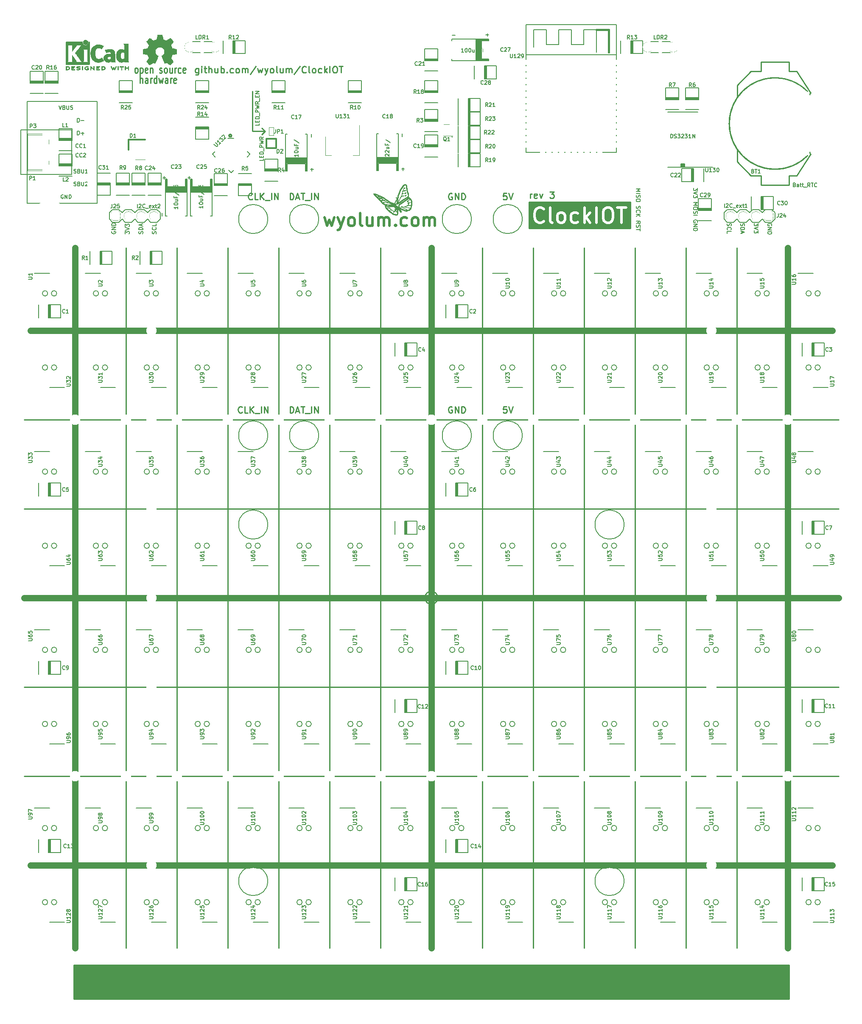
<source format=gto>
G04 #@! TF.GenerationSoftware,KiCad,Pcbnew,5.0.1-33cea8e~68~ubuntu16.04.1*
G04 #@! TF.CreationDate,2018-10-30T17:20:45+05:30*
G04 #@! TF.ProjectId,ClockIOT,436C6F636B494F542E6B696361645F70,rev 3*
G04 #@! TF.SameCoordinates,Original*
G04 #@! TF.FileFunction,Legend,Top*
G04 #@! TF.FilePolarity,Positive*
%FSLAX46Y46*%
G04 Gerber Fmt 4.6, Leading zero omitted, Abs format (unit mm)*
G04 Created by KiCad (PCBNEW 5.0.1-33cea8e~68~ubuntu16.04.1) date Tue Oct 30 17:20:45 2018*
%MOMM*%
%LPD*%
G01*
G04 APERTURE LIST*
%ADD10C,0.127000*%
%ADD11C,0.254000*%
%ADD12C,0.508000*%
%ADD13C,0.150000*%
%ADD14C,1.270000*%
%ADD15C,0.120000*%
%ADD16C,0.100000*%
%ADD17C,0.300000*%
%ADD18C,0.400000*%
%ADD19C,0.200000*%
%ADD20C,0.010000*%
%ADD21C,0.002540*%
%ADD22C,0.152400*%
%ADD23C,0.500000*%
%ADD24C,1.524000*%
%ADD25C,3.302000*%
%ADD26R,3.800000X2.000000*%
%ADD27R,1.500000X2.000000*%
%ADD28O,2.200000X1.100000*%
%ADD29R,2.000000X2.000000*%
%ADD30R,1.400000X1.400000*%
%ADD31R,1.350000X0.400000*%
%ADD32C,0.600000*%
%ADD33R,1.400000X1.200000*%
%ADD34R,1.550000X1.350000*%
%ADD35C,18.000000*%
%ADD36R,5.200000X2.200000*%
%ADD37R,1.350000X1.550000*%
%ADD38R,0.600000X0.400000*%
%ADD39R,1.198880X1.198880*%
%ADD40C,5.200000*%
%ADD41C,6.400000*%
%ADD42C,0.800000*%
%ADD43R,2.000000X1.000000*%
%ADD44R,1.000000X2.000000*%
%ADD45R,4.000000X4.000000*%
%ADD46O,2.000000X1.000000*%
%ADD47O,1.000000X2.000000*%
%ADD48C,2.082800*%
%ADD49O,2.000000X2.000000*%
%ADD50C,0.508000*%
%ADD51C,1.800000*%
%ADD52C,1.600000*%
%ADD53C,1.270000*%
%ADD54R,1.300480X1.498600*%
%ADD55C,2.000000*%
%ADD56R,1.998980X0.599440*%
%ADD57R,3.048000X3.048000*%
%ADD58R,0.650000X0.400000*%
%ADD59C,1.675000*%
%ADD60C,0.300000*%
%ADD61C,3.200000*%
G04 APERTURE END LIST*
D10*
X60107285Y-81588428D02*
X60216142Y-81624714D01*
X60397571Y-81624714D01*
X60470142Y-81588428D01*
X60506428Y-81552142D01*
X60542714Y-81479571D01*
X60542714Y-81407000D01*
X60506428Y-81334428D01*
X60470142Y-81298142D01*
X60397571Y-81261857D01*
X60252428Y-81225571D01*
X60179857Y-81189285D01*
X60143571Y-81153000D01*
X60107285Y-81080428D01*
X60107285Y-81007857D01*
X60143571Y-80935285D01*
X60179857Y-80899000D01*
X60252428Y-80862714D01*
X60433857Y-80862714D01*
X60542714Y-80899000D01*
X61123285Y-81225571D02*
X61232142Y-81261857D01*
X61268428Y-81298142D01*
X61304714Y-81370714D01*
X61304714Y-81479571D01*
X61268428Y-81552142D01*
X61232142Y-81588428D01*
X61159571Y-81624714D01*
X60869285Y-81624714D01*
X60869285Y-80862714D01*
X61123285Y-80862714D01*
X61195857Y-80899000D01*
X61232142Y-80935285D01*
X61268428Y-81007857D01*
X61268428Y-81080428D01*
X61232142Y-81153000D01*
X61195857Y-81189285D01*
X61123285Y-81225571D01*
X60869285Y-81225571D01*
X61631285Y-80862714D02*
X61631285Y-81479571D01*
X61667571Y-81552142D01*
X61703857Y-81588428D01*
X61776428Y-81624714D01*
X61921571Y-81624714D01*
X61994142Y-81588428D01*
X62030428Y-81552142D01*
X62066714Y-81479571D01*
X62066714Y-80862714D01*
X62393285Y-80935285D02*
X62429571Y-80899000D01*
X62502142Y-80862714D01*
X62683571Y-80862714D01*
X62756142Y-80899000D01*
X62792428Y-80935285D01*
X62828714Y-81007857D01*
X62828714Y-81080428D01*
X62792428Y-81189285D01*
X62357000Y-81624714D01*
X62828714Y-81624714D01*
X60107285Y-79048428D02*
X60216142Y-79084714D01*
X60397571Y-79084714D01*
X60470142Y-79048428D01*
X60506428Y-79012142D01*
X60542714Y-78939571D01*
X60542714Y-78867000D01*
X60506428Y-78794428D01*
X60470142Y-78758142D01*
X60397571Y-78721857D01*
X60252428Y-78685571D01*
X60179857Y-78649285D01*
X60143571Y-78613000D01*
X60107285Y-78540428D01*
X60107285Y-78467857D01*
X60143571Y-78395285D01*
X60179857Y-78359000D01*
X60252428Y-78322714D01*
X60433857Y-78322714D01*
X60542714Y-78359000D01*
X61123285Y-78685571D02*
X61232142Y-78721857D01*
X61268428Y-78758142D01*
X61304714Y-78830714D01*
X61304714Y-78939571D01*
X61268428Y-79012142D01*
X61232142Y-79048428D01*
X61159571Y-79084714D01*
X60869285Y-79084714D01*
X60869285Y-78322714D01*
X61123285Y-78322714D01*
X61195857Y-78359000D01*
X61232142Y-78395285D01*
X61268428Y-78467857D01*
X61268428Y-78540428D01*
X61232142Y-78613000D01*
X61195857Y-78649285D01*
X61123285Y-78685571D01*
X60869285Y-78685571D01*
X61631285Y-78322714D02*
X61631285Y-78939571D01*
X61667571Y-79012142D01*
X61703857Y-79048428D01*
X61776428Y-79084714D01*
X61921571Y-79084714D01*
X61994142Y-79048428D01*
X62030428Y-79012142D01*
X62066714Y-78939571D01*
X62066714Y-78322714D01*
X62828714Y-79084714D02*
X62393285Y-79084714D01*
X62611000Y-79084714D02*
X62611000Y-78322714D01*
X62538428Y-78431571D01*
X62465857Y-78504142D01*
X62393285Y-78540428D01*
X60960000Y-75837142D02*
X60923714Y-75873428D01*
X60814857Y-75909714D01*
X60742285Y-75909714D01*
X60633428Y-75873428D01*
X60560857Y-75800857D01*
X60524571Y-75728285D01*
X60488285Y-75583142D01*
X60488285Y-75474285D01*
X60524571Y-75329142D01*
X60560857Y-75256571D01*
X60633428Y-75184000D01*
X60742285Y-75147714D01*
X60814857Y-75147714D01*
X60923714Y-75184000D01*
X60960000Y-75220285D01*
X61722000Y-75837142D02*
X61685714Y-75873428D01*
X61576857Y-75909714D01*
X61504285Y-75909714D01*
X61395428Y-75873428D01*
X61322857Y-75800857D01*
X61286571Y-75728285D01*
X61250285Y-75583142D01*
X61250285Y-75474285D01*
X61286571Y-75329142D01*
X61322857Y-75256571D01*
X61395428Y-75184000D01*
X61504285Y-75147714D01*
X61576857Y-75147714D01*
X61685714Y-75184000D01*
X61722000Y-75220285D01*
X62012285Y-75220285D02*
X62048571Y-75184000D01*
X62121142Y-75147714D01*
X62302571Y-75147714D01*
X62375142Y-75184000D01*
X62411428Y-75220285D01*
X62447714Y-75292857D01*
X62447714Y-75365428D01*
X62411428Y-75474285D01*
X61976000Y-75909714D01*
X62447714Y-75909714D01*
X60960000Y-73932142D02*
X60923714Y-73968428D01*
X60814857Y-74004714D01*
X60742285Y-74004714D01*
X60633428Y-73968428D01*
X60560857Y-73895857D01*
X60524571Y-73823285D01*
X60488285Y-73678142D01*
X60488285Y-73569285D01*
X60524571Y-73424142D01*
X60560857Y-73351571D01*
X60633428Y-73279000D01*
X60742285Y-73242714D01*
X60814857Y-73242714D01*
X60923714Y-73279000D01*
X60960000Y-73315285D01*
X61722000Y-73932142D02*
X61685714Y-73968428D01*
X61576857Y-74004714D01*
X61504285Y-74004714D01*
X61395428Y-73968428D01*
X61322857Y-73895857D01*
X61286571Y-73823285D01*
X61250285Y-73678142D01*
X61250285Y-73569285D01*
X61286571Y-73424142D01*
X61322857Y-73351571D01*
X61395428Y-73279000D01*
X61504285Y-73242714D01*
X61576857Y-73242714D01*
X61685714Y-73279000D01*
X61722000Y-73315285D01*
X62447714Y-74004714D02*
X62012285Y-74004714D01*
X62230000Y-74004714D02*
X62230000Y-73242714D01*
X62157428Y-73351571D01*
X62084857Y-73424142D01*
X62012285Y-73460428D01*
X60796714Y-71464714D02*
X60796714Y-70702714D01*
X60978142Y-70702714D01*
X61087000Y-70739000D01*
X61159571Y-70811571D01*
X61195857Y-70884142D01*
X61232142Y-71029285D01*
X61232142Y-71138142D01*
X61195857Y-71283285D01*
X61159571Y-71355857D01*
X61087000Y-71428428D01*
X60978142Y-71464714D01*
X60796714Y-71464714D01*
X61558714Y-71174428D02*
X62139285Y-71174428D01*
X61849000Y-71464714D02*
X61849000Y-70884142D01*
X60796714Y-68924714D02*
X60796714Y-68162714D01*
X60978142Y-68162714D01*
X61087000Y-68199000D01*
X61159571Y-68271571D01*
X61195857Y-68344142D01*
X61232142Y-68489285D01*
X61232142Y-68598142D01*
X61195857Y-68743285D01*
X61159571Y-68815857D01*
X61087000Y-68888428D01*
X60978142Y-68924714D01*
X60796714Y-68924714D01*
X61558714Y-68634428D02*
X62139285Y-68634428D01*
X57966428Y-83439000D02*
X57893857Y-83402714D01*
X57785000Y-83402714D01*
X57676142Y-83439000D01*
X57603571Y-83511571D01*
X57567285Y-83584142D01*
X57531000Y-83729285D01*
X57531000Y-83838142D01*
X57567285Y-83983285D01*
X57603571Y-84055857D01*
X57676142Y-84128428D01*
X57785000Y-84164714D01*
X57857571Y-84164714D01*
X57966428Y-84128428D01*
X58002714Y-84092142D01*
X58002714Y-83838142D01*
X57857571Y-83838142D01*
X58329285Y-84164714D02*
X58329285Y-83402714D01*
X58764714Y-84164714D01*
X58764714Y-83402714D01*
X59127571Y-84164714D02*
X59127571Y-83402714D01*
X59309000Y-83402714D01*
X59417857Y-83439000D01*
X59490428Y-83511571D01*
X59526714Y-83584142D01*
X59563000Y-83729285D01*
X59563000Y-83838142D01*
X59526714Y-83983285D01*
X59490428Y-84055857D01*
X59417857Y-84128428D01*
X59309000Y-84164714D01*
X59127571Y-84164714D01*
X57150000Y-65622714D02*
X57404000Y-66384714D01*
X57658000Y-65622714D01*
X58166000Y-65985571D02*
X58274857Y-66021857D01*
X58311142Y-66058142D01*
X58347428Y-66130714D01*
X58347428Y-66239571D01*
X58311142Y-66312142D01*
X58274857Y-66348428D01*
X58202285Y-66384714D01*
X57912000Y-66384714D01*
X57912000Y-65622714D01*
X58166000Y-65622714D01*
X58238571Y-65659000D01*
X58274857Y-65695285D01*
X58311142Y-65767857D01*
X58311142Y-65840428D01*
X58274857Y-65913000D01*
X58238571Y-65949285D01*
X58166000Y-65985571D01*
X57912000Y-65985571D01*
X58674000Y-65622714D02*
X58674000Y-66239571D01*
X58710285Y-66312142D01*
X58746571Y-66348428D01*
X58819142Y-66384714D01*
X58964285Y-66384714D01*
X59036857Y-66348428D01*
X59073142Y-66312142D01*
X59109428Y-66239571D01*
X59109428Y-65622714D01*
X59436000Y-66348428D02*
X59544857Y-66384714D01*
X59726285Y-66384714D01*
X59798857Y-66348428D01*
X59835142Y-66312142D01*
X59871428Y-66239571D01*
X59871428Y-66167000D01*
X59835142Y-66094428D01*
X59798857Y-66058142D01*
X59726285Y-66021857D01*
X59581142Y-65985571D01*
X59508571Y-65949285D01*
X59472285Y-65913000D01*
X59436000Y-65840428D01*
X59436000Y-65767857D01*
X59472285Y-65695285D01*
X59508571Y-65659000D01*
X59581142Y-65622714D01*
X59762571Y-65622714D01*
X59871428Y-65659000D01*
D11*
X151160176Y-84074523D02*
X151160176Y-83227857D01*
X151160176Y-83469761D02*
X151224280Y-83348809D01*
X151288385Y-83288333D01*
X151416595Y-83227857D01*
X151544804Y-83227857D01*
X152506376Y-84014047D02*
X152378166Y-84074523D01*
X152121747Y-84074523D01*
X151993538Y-84014047D01*
X151929433Y-83893095D01*
X151929433Y-83409285D01*
X151993538Y-83288333D01*
X152121747Y-83227857D01*
X152378166Y-83227857D01*
X152506376Y-83288333D01*
X152570480Y-83409285D01*
X152570480Y-83530238D01*
X151929433Y-83651190D01*
X153019214Y-83227857D02*
X153339738Y-84074523D01*
X153660261Y-83227857D01*
X155070566Y-82804523D02*
X155903928Y-82804523D01*
X155455195Y-83288333D01*
X155647509Y-83288333D01*
X155775719Y-83348809D01*
X155839823Y-83409285D01*
X155903928Y-83530238D01*
X155903928Y-83832619D01*
X155839823Y-83953571D01*
X155775719Y-84014047D01*
X155647509Y-84074523D01*
X155262880Y-84074523D01*
X155134671Y-84014047D01*
X155070566Y-83953571D01*
X98250000Y-70750000D02*
X95750000Y-70750000D01*
X146443095Y-83124523D02*
X145838333Y-83124523D01*
X145777857Y-83729285D01*
X145838333Y-83668809D01*
X145959285Y-83608333D01*
X146261666Y-83608333D01*
X146382619Y-83668809D01*
X146443095Y-83729285D01*
X146503571Y-83850238D01*
X146503571Y-84152619D01*
X146443095Y-84273571D01*
X146382619Y-84334047D01*
X146261666Y-84394523D01*
X145959285Y-84394523D01*
X145838333Y-84334047D01*
X145777857Y-84273571D01*
X146866428Y-83124523D02*
X147289761Y-84394523D01*
X147713095Y-83124523D01*
X103232857Y-84394523D02*
X103232857Y-83124523D01*
X103535238Y-83124523D01*
X103716666Y-83185000D01*
X103837619Y-83305952D01*
X103898095Y-83426904D01*
X103958571Y-83668809D01*
X103958571Y-83850238D01*
X103898095Y-84092142D01*
X103837619Y-84213095D01*
X103716666Y-84334047D01*
X103535238Y-84394523D01*
X103232857Y-84394523D01*
X104442380Y-84031666D02*
X105047142Y-84031666D01*
X104321428Y-84394523D02*
X104744761Y-83124523D01*
X105168095Y-84394523D01*
X105410000Y-83124523D02*
X106135714Y-83124523D01*
X105772857Y-84394523D02*
X105772857Y-83124523D01*
X106256666Y-84515476D02*
X107224285Y-84515476D01*
X107526666Y-84394523D02*
X107526666Y-83124523D01*
X108131428Y-84394523D02*
X108131428Y-83124523D01*
X108857142Y-84394523D01*
X108857142Y-83124523D01*
X135557380Y-83185000D02*
X135436428Y-83124523D01*
X135255000Y-83124523D01*
X135073571Y-83185000D01*
X134952619Y-83305952D01*
X134892142Y-83426904D01*
X134831666Y-83668809D01*
X134831666Y-83850238D01*
X134892142Y-84092142D01*
X134952619Y-84213095D01*
X135073571Y-84334047D01*
X135255000Y-84394523D01*
X135375952Y-84394523D01*
X135557380Y-84334047D01*
X135617857Y-84273571D01*
X135617857Y-83850238D01*
X135375952Y-83850238D01*
X136162142Y-84394523D02*
X136162142Y-83124523D01*
X136887857Y-84394523D01*
X136887857Y-83124523D01*
X137492619Y-84394523D02*
X137492619Y-83124523D01*
X137795000Y-83124523D01*
X137976428Y-83185000D01*
X138097380Y-83305952D01*
X138157857Y-83426904D01*
X138218333Y-83668809D01*
X138218333Y-83850238D01*
X138157857Y-84092142D01*
X138097380Y-84213095D01*
X137976428Y-84334047D01*
X137795000Y-84394523D01*
X137492619Y-84394523D01*
X95709619Y-84273571D02*
X95649142Y-84334047D01*
X95467714Y-84394523D01*
X95346761Y-84394523D01*
X95165333Y-84334047D01*
X95044380Y-84213095D01*
X94983904Y-84092142D01*
X94923428Y-83850238D01*
X94923428Y-83668809D01*
X94983904Y-83426904D01*
X95044380Y-83305952D01*
X95165333Y-83185000D01*
X95346761Y-83124523D01*
X95467714Y-83124523D01*
X95649142Y-83185000D01*
X95709619Y-83245476D01*
X96858666Y-84394523D02*
X96253904Y-84394523D01*
X96253904Y-83124523D01*
X97282000Y-84394523D02*
X97282000Y-83124523D01*
X98007714Y-84394523D02*
X97463428Y-83668809D01*
X98007714Y-83124523D02*
X97282000Y-83850238D01*
X98249619Y-84515476D02*
X99217238Y-84515476D01*
X99519619Y-84394523D02*
X99519619Y-83124523D01*
X100124380Y-84394523D02*
X100124380Y-83124523D01*
X100850095Y-84394523D01*
X100850095Y-83124523D01*
X95750000Y-70750000D02*
X95750000Y-62750000D01*
X98250000Y-70750000D02*
X97615000Y-71385000D01*
X98250000Y-70750000D02*
X97615000Y-70115000D01*
D12*
X110122380Y-87955714D02*
X110606190Y-89649047D01*
X111090000Y-88439523D01*
X111573809Y-89649047D01*
X112057619Y-87955714D01*
X112783333Y-87955714D02*
X113388095Y-89649047D01*
X113992857Y-87955714D02*
X113388095Y-89649047D01*
X113146190Y-90253809D01*
X113025238Y-90374761D01*
X112783333Y-90495714D01*
X115323333Y-89649047D02*
X115081428Y-89528095D01*
X114960476Y-89407142D01*
X114839523Y-89165238D01*
X114839523Y-88439523D01*
X114960476Y-88197619D01*
X115081428Y-88076666D01*
X115323333Y-87955714D01*
X115686190Y-87955714D01*
X115928095Y-88076666D01*
X116049047Y-88197619D01*
X116170000Y-88439523D01*
X116170000Y-89165238D01*
X116049047Y-89407142D01*
X115928095Y-89528095D01*
X115686190Y-89649047D01*
X115323333Y-89649047D01*
X117621428Y-89649047D02*
X117379523Y-89528095D01*
X117258571Y-89286190D01*
X117258571Y-87109047D01*
X119677619Y-87955714D02*
X119677619Y-89649047D01*
X118589047Y-87955714D02*
X118589047Y-89286190D01*
X118710000Y-89528095D01*
X118951904Y-89649047D01*
X119314761Y-89649047D01*
X119556666Y-89528095D01*
X119677619Y-89407142D01*
X120887142Y-89649047D02*
X120887142Y-87955714D01*
X120887142Y-88197619D02*
X121008095Y-88076666D01*
X121250000Y-87955714D01*
X121612857Y-87955714D01*
X121854761Y-88076666D01*
X121975714Y-88318571D01*
X121975714Y-89649047D01*
X121975714Y-88318571D02*
X122096666Y-88076666D01*
X122338571Y-87955714D01*
X122701428Y-87955714D01*
X122943333Y-88076666D01*
X123064285Y-88318571D01*
X123064285Y-89649047D01*
X124273809Y-89407142D02*
X124394761Y-89528095D01*
X124273809Y-89649047D01*
X124152857Y-89528095D01*
X124273809Y-89407142D01*
X124273809Y-89649047D01*
X126571904Y-89528095D02*
X126330000Y-89649047D01*
X125846190Y-89649047D01*
X125604285Y-89528095D01*
X125483333Y-89407142D01*
X125362380Y-89165238D01*
X125362380Y-88439523D01*
X125483333Y-88197619D01*
X125604285Y-88076666D01*
X125846190Y-87955714D01*
X126330000Y-87955714D01*
X126571904Y-88076666D01*
X128023333Y-89649047D02*
X127781428Y-89528095D01*
X127660476Y-89407142D01*
X127539523Y-89165238D01*
X127539523Y-88439523D01*
X127660476Y-88197619D01*
X127781428Y-88076666D01*
X128023333Y-87955714D01*
X128386190Y-87955714D01*
X128628095Y-88076666D01*
X128749047Y-88197619D01*
X128870000Y-88439523D01*
X128870000Y-89165238D01*
X128749047Y-89407142D01*
X128628095Y-89528095D01*
X128386190Y-89649047D01*
X128023333Y-89649047D01*
X129958571Y-89649047D02*
X129958571Y-87955714D01*
X129958571Y-88197619D02*
X130079523Y-88076666D01*
X130321428Y-87955714D01*
X130684285Y-87955714D01*
X130926190Y-88076666D01*
X131047142Y-88318571D01*
X131047142Y-89649047D01*
X131047142Y-88318571D02*
X131168095Y-88076666D01*
X131410000Y-87955714D01*
X131772857Y-87955714D01*
X132014761Y-88076666D01*
X132135714Y-88318571D01*
X132135714Y-89649047D01*
D11*
X72458642Y-59109428D02*
X72349785Y-59036857D01*
X72295357Y-58964285D01*
X72240928Y-58819142D01*
X72240928Y-58383714D01*
X72295357Y-58238571D01*
X72349785Y-58166000D01*
X72458642Y-58093428D01*
X72621928Y-58093428D01*
X72730785Y-58166000D01*
X72785214Y-58238571D01*
X72839642Y-58383714D01*
X72839642Y-58819142D01*
X72785214Y-58964285D01*
X72730785Y-59036857D01*
X72621928Y-59109428D01*
X72458642Y-59109428D01*
X73329500Y-58093428D02*
X73329500Y-59617428D01*
X73329500Y-58166000D02*
X73438357Y-58093428D01*
X73656071Y-58093428D01*
X73764928Y-58166000D01*
X73819357Y-58238571D01*
X73873785Y-58383714D01*
X73873785Y-58819142D01*
X73819357Y-58964285D01*
X73764928Y-59036857D01*
X73656071Y-59109428D01*
X73438357Y-59109428D01*
X73329500Y-59036857D01*
X74799071Y-59036857D02*
X74690214Y-59109428D01*
X74472500Y-59109428D01*
X74363642Y-59036857D01*
X74309214Y-58891714D01*
X74309214Y-58311142D01*
X74363642Y-58166000D01*
X74472500Y-58093428D01*
X74690214Y-58093428D01*
X74799071Y-58166000D01*
X74853500Y-58311142D01*
X74853500Y-58456285D01*
X74309214Y-58601428D01*
X75343357Y-58093428D02*
X75343357Y-59109428D01*
X75343357Y-58238571D02*
X75397785Y-58166000D01*
X75506642Y-58093428D01*
X75669928Y-58093428D01*
X75778785Y-58166000D01*
X75833214Y-58311142D01*
X75833214Y-59109428D01*
X77193928Y-59036857D02*
X77302785Y-59109428D01*
X77520500Y-59109428D01*
X77629357Y-59036857D01*
X77683785Y-58891714D01*
X77683785Y-58819142D01*
X77629357Y-58674000D01*
X77520500Y-58601428D01*
X77357214Y-58601428D01*
X77248357Y-58528857D01*
X77193928Y-58383714D01*
X77193928Y-58311142D01*
X77248357Y-58166000D01*
X77357214Y-58093428D01*
X77520500Y-58093428D01*
X77629357Y-58166000D01*
X78336928Y-59109428D02*
X78228071Y-59036857D01*
X78173642Y-58964285D01*
X78119214Y-58819142D01*
X78119214Y-58383714D01*
X78173642Y-58238571D01*
X78228071Y-58166000D01*
X78336928Y-58093428D01*
X78500214Y-58093428D01*
X78609071Y-58166000D01*
X78663500Y-58238571D01*
X78717928Y-58383714D01*
X78717928Y-58819142D01*
X78663500Y-58964285D01*
X78609071Y-59036857D01*
X78500214Y-59109428D01*
X78336928Y-59109428D01*
X79697642Y-58093428D02*
X79697642Y-59109428D01*
X79207785Y-58093428D02*
X79207785Y-58891714D01*
X79262214Y-59036857D01*
X79371071Y-59109428D01*
X79534357Y-59109428D01*
X79643214Y-59036857D01*
X79697642Y-58964285D01*
X80241928Y-59109428D02*
X80241928Y-58093428D01*
X80241928Y-58383714D02*
X80296357Y-58238571D01*
X80350785Y-58166000D01*
X80459642Y-58093428D01*
X80568500Y-58093428D01*
X81439357Y-59036857D02*
X81330500Y-59109428D01*
X81112785Y-59109428D01*
X81003928Y-59036857D01*
X80949500Y-58964285D01*
X80895071Y-58819142D01*
X80895071Y-58383714D01*
X80949500Y-58238571D01*
X81003928Y-58166000D01*
X81112785Y-58093428D01*
X81330500Y-58093428D01*
X81439357Y-58166000D01*
X82364642Y-59036857D02*
X82255785Y-59109428D01*
X82038071Y-59109428D01*
X81929214Y-59036857D01*
X81874785Y-58891714D01*
X81874785Y-58311142D01*
X81929214Y-58166000D01*
X82038071Y-58093428D01*
X82255785Y-58093428D01*
X82364642Y-58166000D01*
X82419071Y-58311142D01*
X82419071Y-58456285D01*
X81874785Y-58601428D01*
X73331314Y-61166828D02*
X73331314Y-59642828D01*
X73821171Y-61166828D02*
X73821171Y-60368542D01*
X73766742Y-60223400D01*
X73657885Y-60150828D01*
X73494600Y-60150828D01*
X73385742Y-60223400D01*
X73331314Y-60295971D01*
X74855314Y-61166828D02*
X74855314Y-60368542D01*
X74800885Y-60223400D01*
X74692028Y-60150828D01*
X74474314Y-60150828D01*
X74365457Y-60223400D01*
X74855314Y-61094257D02*
X74746457Y-61166828D01*
X74474314Y-61166828D01*
X74365457Y-61094257D01*
X74311028Y-60949114D01*
X74311028Y-60803971D01*
X74365457Y-60658828D01*
X74474314Y-60586257D01*
X74746457Y-60586257D01*
X74855314Y-60513685D01*
X75399600Y-61166828D02*
X75399600Y-60150828D01*
X75399600Y-60441114D02*
X75454028Y-60295971D01*
X75508457Y-60223400D01*
X75617314Y-60150828D01*
X75726171Y-60150828D01*
X76597028Y-61166828D02*
X76597028Y-59642828D01*
X76597028Y-61094257D02*
X76488171Y-61166828D01*
X76270457Y-61166828D01*
X76161600Y-61094257D01*
X76107171Y-61021685D01*
X76052742Y-60876542D01*
X76052742Y-60441114D01*
X76107171Y-60295971D01*
X76161600Y-60223400D01*
X76270457Y-60150828D01*
X76488171Y-60150828D01*
X76597028Y-60223400D01*
X77032457Y-60150828D02*
X77250171Y-61166828D01*
X77467885Y-60441114D01*
X77685600Y-61166828D01*
X77903314Y-60150828D01*
X78828600Y-61166828D02*
X78828600Y-60368542D01*
X78774171Y-60223400D01*
X78665314Y-60150828D01*
X78447600Y-60150828D01*
X78338742Y-60223400D01*
X78828600Y-61094257D02*
X78719742Y-61166828D01*
X78447600Y-61166828D01*
X78338742Y-61094257D01*
X78284314Y-60949114D01*
X78284314Y-60803971D01*
X78338742Y-60658828D01*
X78447600Y-60586257D01*
X78719742Y-60586257D01*
X78828600Y-60513685D01*
X79372885Y-61166828D02*
X79372885Y-60150828D01*
X79372885Y-60441114D02*
X79427314Y-60295971D01*
X79481742Y-60223400D01*
X79590600Y-60150828D01*
X79699457Y-60150828D01*
X80515885Y-61094257D02*
X80407028Y-61166828D01*
X80189314Y-61166828D01*
X80080457Y-61094257D01*
X80026028Y-60949114D01*
X80026028Y-60368542D01*
X80080457Y-60223400D01*
X80189314Y-60150828D01*
X80407028Y-60150828D01*
X80515885Y-60223400D01*
X80570314Y-60368542D01*
X80570314Y-60513685D01*
X80026028Y-60658828D01*
X84961057Y-58227857D02*
X84961057Y-59255952D01*
X84896952Y-59376904D01*
X84832847Y-59437380D01*
X84704638Y-59497857D01*
X84512323Y-59497857D01*
X84384114Y-59437380D01*
X84961057Y-59014047D02*
X84832847Y-59074523D01*
X84576428Y-59074523D01*
X84448219Y-59014047D01*
X84384114Y-58953571D01*
X84320009Y-58832619D01*
X84320009Y-58469761D01*
X84384114Y-58348809D01*
X84448219Y-58288333D01*
X84576428Y-58227857D01*
X84832847Y-58227857D01*
X84961057Y-58288333D01*
X85602104Y-59074523D02*
X85602104Y-58227857D01*
X85602104Y-57804523D02*
X85538000Y-57865000D01*
X85602104Y-57925476D01*
X85666209Y-57865000D01*
X85602104Y-57804523D01*
X85602104Y-57925476D01*
X86050838Y-58227857D02*
X86563676Y-58227857D01*
X86243152Y-57804523D02*
X86243152Y-58893095D01*
X86307257Y-59014047D01*
X86435466Y-59074523D01*
X86563676Y-59074523D01*
X87012409Y-59074523D02*
X87012409Y-57804523D01*
X87589352Y-59074523D02*
X87589352Y-58409285D01*
X87525247Y-58288333D01*
X87397038Y-58227857D01*
X87204723Y-58227857D01*
X87076514Y-58288333D01*
X87012409Y-58348809D01*
X88807342Y-58227857D02*
X88807342Y-59074523D01*
X88230400Y-58227857D02*
X88230400Y-58893095D01*
X88294504Y-59014047D01*
X88422714Y-59074523D01*
X88615028Y-59074523D01*
X88743238Y-59014047D01*
X88807342Y-58953571D01*
X89448390Y-59074523D02*
X89448390Y-57804523D01*
X89448390Y-58288333D02*
X89576600Y-58227857D01*
X89833019Y-58227857D01*
X89961228Y-58288333D01*
X90025333Y-58348809D01*
X90089438Y-58469761D01*
X90089438Y-58832619D01*
X90025333Y-58953571D01*
X89961228Y-59014047D01*
X89833019Y-59074523D01*
X89576600Y-59074523D01*
X89448390Y-59014047D01*
X90666380Y-58953571D02*
X90730485Y-59014047D01*
X90666380Y-59074523D01*
X90602276Y-59014047D01*
X90666380Y-58953571D01*
X90666380Y-59074523D01*
X91884371Y-59014047D02*
X91756161Y-59074523D01*
X91499742Y-59074523D01*
X91371533Y-59014047D01*
X91307428Y-58953571D01*
X91243323Y-58832619D01*
X91243323Y-58469761D01*
X91307428Y-58348809D01*
X91371533Y-58288333D01*
X91499742Y-58227857D01*
X91756161Y-58227857D01*
X91884371Y-58288333D01*
X92653628Y-59074523D02*
X92525419Y-59014047D01*
X92461314Y-58953571D01*
X92397209Y-58832619D01*
X92397209Y-58469761D01*
X92461314Y-58348809D01*
X92525419Y-58288333D01*
X92653628Y-58227857D01*
X92845942Y-58227857D01*
X92974152Y-58288333D01*
X93038257Y-58348809D01*
X93102361Y-58469761D01*
X93102361Y-58832619D01*
X93038257Y-58953571D01*
X92974152Y-59014047D01*
X92845942Y-59074523D01*
X92653628Y-59074523D01*
X93679304Y-59074523D02*
X93679304Y-58227857D01*
X93679304Y-58348809D02*
X93743409Y-58288333D01*
X93871619Y-58227857D01*
X94063933Y-58227857D01*
X94192142Y-58288333D01*
X94256247Y-58409285D01*
X94256247Y-59074523D01*
X94256247Y-58409285D02*
X94320352Y-58288333D01*
X94448561Y-58227857D01*
X94640876Y-58227857D01*
X94769085Y-58288333D01*
X94833190Y-58409285D01*
X94833190Y-59074523D01*
X96435809Y-57744047D02*
X95281923Y-59376904D01*
X96756333Y-58227857D02*
X97012752Y-59074523D01*
X97269171Y-58469761D01*
X97525590Y-59074523D01*
X97782009Y-58227857D01*
X98166638Y-58227857D02*
X98487161Y-59074523D01*
X98807685Y-58227857D02*
X98487161Y-59074523D01*
X98358952Y-59376904D01*
X98294847Y-59437380D01*
X98166638Y-59497857D01*
X99512838Y-59074523D02*
X99384628Y-59014047D01*
X99320523Y-58953571D01*
X99256419Y-58832619D01*
X99256419Y-58469761D01*
X99320523Y-58348809D01*
X99384628Y-58288333D01*
X99512838Y-58227857D01*
X99705152Y-58227857D01*
X99833361Y-58288333D01*
X99897466Y-58348809D01*
X99961571Y-58469761D01*
X99961571Y-58832619D01*
X99897466Y-58953571D01*
X99833361Y-59014047D01*
X99705152Y-59074523D01*
X99512838Y-59074523D01*
X100730828Y-59074523D02*
X100602619Y-59014047D01*
X100538514Y-58893095D01*
X100538514Y-57804523D01*
X101820609Y-58227857D02*
X101820609Y-59074523D01*
X101243666Y-58227857D02*
X101243666Y-58893095D01*
X101307771Y-59014047D01*
X101435980Y-59074523D01*
X101628295Y-59074523D01*
X101756504Y-59014047D01*
X101820609Y-58953571D01*
X102461657Y-59074523D02*
X102461657Y-58227857D01*
X102461657Y-58348809D02*
X102525761Y-58288333D01*
X102653971Y-58227857D01*
X102846285Y-58227857D01*
X102974495Y-58288333D01*
X103038600Y-58409285D01*
X103038600Y-59074523D01*
X103038600Y-58409285D02*
X103102704Y-58288333D01*
X103230914Y-58227857D01*
X103423228Y-58227857D01*
X103551438Y-58288333D01*
X103615542Y-58409285D01*
X103615542Y-59074523D01*
X105218161Y-57744047D02*
X104064276Y-59376904D01*
X106436152Y-58953571D02*
X106372047Y-59014047D01*
X106179733Y-59074523D01*
X106051523Y-59074523D01*
X105859209Y-59014047D01*
X105731000Y-58893095D01*
X105666895Y-58772142D01*
X105602790Y-58530238D01*
X105602790Y-58348809D01*
X105666895Y-58106904D01*
X105731000Y-57985952D01*
X105859209Y-57865000D01*
X106051523Y-57804523D01*
X106179733Y-57804523D01*
X106372047Y-57865000D01*
X106436152Y-57925476D01*
X107205409Y-59074523D02*
X107077200Y-59014047D01*
X107013095Y-58893095D01*
X107013095Y-57804523D01*
X107910561Y-59074523D02*
X107782352Y-59014047D01*
X107718247Y-58953571D01*
X107654142Y-58832619D01*
X107654142Y-58469761D01*
X107718247Y-58348809D01*
X107782352Y-58288333D01*
X107910561Y-58227857D01*
X108102876Y-58227857D01*
X108231085Y-58288333D01*
X108295190Y-58348809D01*
X108359295Y-58469761D01*
X108359295Y-58832619D01*
X108295190Y-58953571D01*
X108231085Y-59014047D01*
X108102876Y-59074523D01*
X107910561Y-59074523D01*
X109513180Y-59014047D02*
X109384971Y-59074523D01*
X109128552Y-59074523D01*
X109000342Y-59014047D01*
X108936238Y-58953571D01*
X108872133Y-58832619D01*
X108872133Y-58469761D01*
X108936238Y-58348809D01*
X109000342Y-58288333D01*
X109128552Y-58227857D01*
X109384971Y-58227857D01*
X109513180Y-58288333D01*
X110090123Y-59074523D02*
X110090123Y-57804523D01*
X110218333Y-58590714D02*
X110602961Y-59074523D01*
X110602961Y-58227857D02*
X110090123Y-58711666D01*
X111179904Y-59074523D02*
X111179904Y-57804523D01*
X112077371Y-57804523D02*
X112333790Y-57804523D01*
X112462000Y-57865000D01*
X112590209Y-57985952D01*
X112654314Y-58227857D01*
X112654314Y-58651190D01*
X112590209Y-58893095D01*
X112462000Y-59014047D01*
X112333790Y-59074523D01*
X112077371Y-59074523D01*
X111949161Y-59014047D01*
X111820952Y-58893095D01*
X111756847Y-58651190D01*
X111756847Y-58227857D01*
X111820952Y-57985952D01*
X111949161Y-57865000D01*
X112077371Y-57804523D01*
X113038942Y-57804523D02*
X113808200Y-57804523D01*
X113423571Y-59074523D02*
X113423571Y-57804523D01*
D13*
X67686000Y-90732976D02*
X67647904Y-90809166D01*
X67647904Y-90923452D01*
X67686000Y-91037738D01*
X67762190Y-91113928D01*
X67838380Y-91152023D01*
X67990761Y-91190119D01*
X68105047Y-91190119D01*
X68257428Y-91152023D01*
X68333619Y-91113928D01*
X68409809Y-91037738D01*
X68447904Y-90923452D01*
X68447904Y-90847261D01*
X68409809Y-90732976D01*
X68371714Y-90694880D01*
X68105047Y-90694880D01*
X68105047Y-90847261D01*
X68447904Y-90352023D02*
X67647904Y-90352023D01*
X68447904Y-89894880D01*
X67647904Y-89894880D01*
X68447904Y-89513928D02*
X67647904Y-89513928D01*
X67647904Y-89323452D01*
X67686000Y-89209166D01*
X67762190Y-89132976D01*
X67838380Y-89094880D01*
X67990761Y-89056785D01*
X68105047Y-89056785D01*
X68257428Y-89094880D01*
X68333619Y-89132976D01*
X68409809Y-89209166D01*
X68447904Y-89323452D01*
X68447904Y-89513928D01*
X70347904Y-91228214D02*
X70347904Y-90732976D01*
X70652666Y-90999642D01*
X70652666Y-90885357D01*
X70690761Y-90809166D01*
X70728857Y-90771071D01*
X70805047Y-90732976D01*
X70995523Y-90732976D01*
X71071714Y-90771071D01*
X71109809Y-90809166D01*
X71147904Y-90885357D01*
X71147904Y-91113928D01*
X71109809Y-91190119D01*
X71071714Y-91228214D01*
X70347904Y-90504404D02*
X71147904Y-90237738D01*
X70347904Y-89971071D01*
X70347904Y-89780595D02*
X70347904Y-89285357D01*
X70652666Y-89552023D01*
X70652666Y-89437738D01*
X70690761Y-89361547D01*
X70728857Y-89323452D01*
X70805047Y-89285357D01*
X70995523Y-89285357D01*
X71071714Y-89323452D01*
X71109809Y-89361547D01*
X71147904Y-89437738D01*
X71147904Y-89666309D01*
X71109809Y-89742500D01*
X71071714Y-89780595D01*
X73809809Y-91190119D02*
X73847904Y-91075833D01*
X73847904Y-90885357D01*
X73809809Y-90809166D01*
X73771714Y-90771071D01*
X73695523Y-90732976D01*
X73619333Y-90732976D01*
X73543142Y-90771071D01*
X73505047Y-90809166D01*
X73466952Y-90885357D01*
X73428857Y-91037738D01*
X73390761Y-91113928D01*
X73352666Y-91152023D01*
X73276476Y-91190119D01*
X73200285Y-91190119D01*
X73124095Y-91152023D01*
X73086000Y-91113928D01*
X73047904Y-91037738D01*
X73047904Y-90847261D01*
X73086000Y-90732976D01*
X73847904Y-90390119D02*
X73047904Y-90390119D01*
X73047904Y-90199642D01*
X73086000Y-90085357D01*
X73162190Y-90009166D01*
X73238380Y-89971071D01*
X73390761Y-89932976D01*
X73505047Y-89932976D01*
X73657428Y-89971071D01*
X73733619Y-90009166D01*
X73809809Y-90085357D01*
X73847904Y-90199642D01*
X73847904Y-90390119D01*
X73619333Y-89628214D02*
X73619333Y-89247261D01*
X73847904Y-89704404D02*
X73047904Y-89437738D01*
X73847904Y-89171071D01*
X76509809Y-91190119D02*
X76547904Y-91075833D01*
X76547904Y-90885357D01*
X76509809Y-90809166D01*
X76471714Y-90771071D01*
X76395523Y-90732976D01*
X76319333Y-90732976D01*
X76243142Y-90771071D01*
X76205047Y-90809166D01*
X76166952Y-90885357D01*
X76128857Y-91037738D01*
X76090761Y-91113928D01*
X76052666Y-91152023D01*
X75976476Y-91190119D01*
X75900285Y-91190119D01*
X75824095Y-91152023D01*
X75786000Y-91113928D01*
X75747904Y-91037738D01*
X75747904Y-90847261D01*
X75786000Y-90732976D01*
X76471714Y-89932976D02*
X76509809Y-89971071D01*
X76547904Y-90085357D01*
X76547904Y-90161547D01*
X76509809Y-90275833D01*
X76433619Y-90352023D01*
X76357428Y-90390119D01*
X76205047Y-90428214D01*
X76090761Y-90428214D01*
X75938380Y-90390119D01*
X75862190Y-90352023D01*
X75786000Y-90275833D01*
X75747904Y-90161547D01*
X75747904Y-90085357D01*
X75786000Y-89971071D01*
X75824095Y-89932976D01*
X76547904Y-89209166D02*
X76547904Y-89590119D01*
X75747904Y-89590119D01*
X172358095Y-82226666D02*
X173158095Y-82226666D01*
X172586666Y-82493333D01*
X173158095Y-82760000D01*
X172358095Y-82760000D01*
X172358095Y-83140952D02*
X173158095Y-83140952D01*
X172396190Y-83483809D02*
X172358095Y-83598095D01*
X172358095Y-83788571D01*
X172396190Y-83864761D01*
X172434285Y-83902857D01*
X172510476Y-83940952D01*
X172586666Y-83940952D01*
X172662857Y-83902857D01*
X172700952Y-83864761D01*
X172739047Y-83788571D01*
X172777142Y-83636190D01*
X172815238Y-83560000D01*
X172853333Y-83521904D01*
X172929523Y-83483809D01*
X173005714Y-83483809D01*
X173081904Y-83521904D01*
X173120000Y-83560000D01*
X173158095Y-83636190D01*
X173158095Y-83826666D01*
X173120000Y-83940952D01*
X173158095Y-84436190D02*
X173158095Y-84588571D01*
X173120000Y-84664761D01*
X173043809Y-84740952D01*
X172891428Y-84779047D01*
X172624761Y-84779047D01*
X172472380Y-84740952D01*
X172396190Y-84664761D01*
X172358095Y-84588571D01*
X172358095Y-84436190D01*
X172396190Y-84360000D01*
X172472380Y-84283809D01*
X172624761Y-84245714D01*
X172891428Y-84245714D01*
X173043809Y-84283809D01*
X173120000Y-84360000D01*
X173158095Y-84436190D01*
X172396190Y-85693333D02*
X172358095Y-85807619D01*
X172358095Y-85998095D01*
X172396190Y-86074285D01*
X172434285Y-86112380D01*
X172510476Y-86150476D01*
X172586666Y-86150476D01*
X172662857Y-86112380D01*
X172700952Y-86074285D01*
X172739047Y-85998095D01*
X172777142Y-85845714D01*
X172815238Y-85769523D01*
X172853333Y-85731428D01*
X172929523Y-85693333D01*
X173005714Y-85693333D01*
X173081904Y-85731428D01*
X173120000Y-85769523D01*
X173158095Y-85845714D01*
X173158095Y-86036190D01*
X173120000Y-86150476D01*
X172434285Y-86950476D02*
X172396190Y-86912380D01*
X172358095Y-86798095D01*
X172358095Y-86721904D01*
X172396190Y-86607619D01*
X172472380Y-86531428D01*
X172548571Y-86493333D01*
X172700952Y-86455238D01*
X172815238Y-86455238D01*
X172967619Y-86493333D01*
X173043809Y-86531428D01*
X173120000Y-86607619D01*
X173158095Y-86721904D01*
X173158095Y-86798095D01*
X173120000Y-86912380D01*
X173081904Y-86950476D01*
X172358095Y-87293333D02*
X173158095Y-87293333D01*
X172358095Y-87750476D02*
X172815238Y-87407619D01*
X173158095Y-87750476D02*
X172700952Y-87293333D01*
X172358095Y-89160000D02*
X172739047Y-88893333D01*
X172358095Y-88702857D02*
X173158095Y-88702857D01*
X173158095Y-89007619D01*
X173120000Y-89083809D01*
X173081904Y-89121904D01*
X173005714Y-89160000D01*
X172891428Y-89160000D01*
X172815238Y-89121904D01*
X172777142Y-89083809D01*
X172739047Y-89007619D01*
X172739047Y-88702857D01*
X172396190Y-89464761D02*
X172358095Y-89579047D01*
X172358095Y-89769523D01*
X172396190Y-89845714D01*
X172434285Y-89883809D01*
X172510476Y-89921904D01*
X172586666Y-89921904D01*
X172662857Y-89883809D01*
X172700952Y-89845714D01*
X172739047Y-89769523D01*
X172777142Y-89617142D01*
X172815238Y-89540952D01*
X172853333Y-89502857D01*
X172929523Y-89464761D01*
X173005714Y-89464761D01*
X173081904Y-89502857D01*
X173120000Y-89540952D01*
X173158095Y-89617142D01*
X173158095Y-89807619D01*
X173120000Y-89921904D01*
X173158095Y-90150476D02*
X173158095Y-90607619D01*
X172358095Y-90379047D02*
X173158095Y-90379047D01*
X199350000Y-89607023D02*
X199388095Y-89530833D01*
X199388095Y-89416547D01*
X199350000Y-89302261D01*
X199273809Y-89226071D01*
X199197619Y-89187976D01*
X199045238Y-89149880D01*
X198930952Y-89149880D01*
X198778571Y-89187976D01*
X198702380Y-89226071D01*
X198626190Y-89302261D01*
X198588095Y-89416547D01*
X198588095Y-89492738D01*
X198626190Y-89607023D01*
X198664285Y-89645119D01*
X198930952Y-89645119D01*
X198930952Y-89492738D01*
X198588095Y-89987976D02*
X199388095Y-89987976D01*
X198588095Y-90445119D01*
X199388095Y-90445119D01*
X198588095Y-90826071D02*
X199388095Y-90826071D01*
X199388095Y-91016547D01*
X199350000Y-91130833D01*
X199273809Y-91207023D01*
X199197619Y-91245119D01*
X199045238Y-91283214D01*
X198930952Y-91283214D01*
X198778571Y-91245119D01*
X198702380Y-91207023D01*
X198626190Y-91130833D01*
X198588095Y-91016547D01*
X198588095Y-90826071D01*
X196688095Y-89111785D02*
X196688095Y-89607023D01*
X196383333Y-89340357D01*
X196383333Y-89454642D01*
X196345238Y-89530833D01*
X196307142Y-89568928D01*
X196230952Y-89607023D01*
X196040476Y-89607023D01*
X195964285Y-89568928D01*
X195926190Y-89530833D01*
X195888095Y-89454642D01*
X195888095Y-89226071D01*
X195926190Y-89149880D01*
X195964285Y-89111785D01*
X196688095Y-89835595D02*
X195888095Y-90102261D01*
X196688095Y-90368928D01*
X196688095Y-90559404D02*
X196688095Y-91054642D01*
X196383333Y-90787976D01*
X196383333Y-90902261D01*
X196345238Y-90978452D01*
X196307142Y-91016547D01*
X196230952Y-91054642D01*
X196040476Y-91054642D01*
X195964285Y-91016547D01*
X195926190Y-90978452D01*
X195888095Y-90902261D01*
X195888095Y-90673690D01*
X195926190Y-90597500D01*
X195964285Y-90559404D01*
X193226190Y-89149880D02*
X193188095Y-89264166D01*
X193188095Y-89454642D01*
X193226190Y-89530833D01*
X193264285Y-89568928D01*
X193340476Y-89607023D01*
X193416666Y-89607023D01*
X193492857Y-89568928D01*
X193530952Y-89530833D01*
X193569047Y-89454642D01*
X193607142Y-89302261D01*
X193645238Y-89226071D01*
X193683333Y-89187976D01*
X193759523Y-89149880D01*
X193835714Y-89149880D01*
X193911904Y-89187976D01*
X193950000Y-89226071D01*
X193988095Y-89302261D01*
X193988095Y-89492738D01*
X193950000Y-89607023D01*
X193188095Y-89949880D02*
X193988095Y-89949880D01*
X193988095Y-90140357D01*
X193950000Y-90254642D01*
X193873809Y-90330833D01*
X193797619Y-90368928D01*
X193645238Y-90407023D01*
X193530952Y-90407023D01*
X193378571Y-90368928D01*
X193302380Y-90330833D01*
X193226190Y-90254642D01*
X193188095Y-90140357D01*
X193188095Y-89949880D01*
X193416666Y-90711785D02*
X193416666Y-91092738D01*
X193188095Y-90635595D02*
X193988095Y-90902261D01*
X193188095Y-91168928D01*
X190526190Y-89149880D02*
X190488095Y-89264166D01*
X190488095Y-89454642D01*
X190526190Y-89530833D01*
X190564285Y-89568928D01*
X190640476Y-89607023D01*
X190716666Y-89607023D01*
X190792857Y-89568928D01*
X190830952Y-89530833D01*
X190869047Y-89454642D01*
X190907142Y-89302261D01*
X190945238Y-89226071D01*
X190983333Y-89187976D01*
X191059523Y-89149880D01*
X191135714Y-89149880D01*
X191211904Y-89187976D01*
X191250000Y-89226071D01*
X191288095Y-89302261D01*
X191288095Y-89492738D01*
X191250000Y-89607023D01*
X190564285Y-90407023D02*
X190526190Y-90368928D01*
X190488095Y-90254642D01*
X190488095Y-90178452D01*
X190526190Y-90064166D01*
X190602380Y-89987976D01*
X190678571Y-89949880D01*
X190830952Y-89911785D01*
X190945238Y-89911785D01*
X191097619Y-89949880D01*
X191173809Y-89987976D01*
X191250000Y-90064166D01*
X191288095Y-90178452D01*
X191288095Y-90254642D01*
X191250000Y-90368928D01*
X191211904Y-90407023D01*
X190488095Y-91130833D02*
X190488095Y-90749880D01*
X191288095Y-90749880D01*
X184588095Y-82093333D02*
X184588095Y-82588571D01*
X184283333Y-82321904D01*
X184283333Y-82436190D01*
X184245238Y-82512380D01*
X184207142Y-82550476D01*
X184130952Y-82588571D01*
X183940476Y-82588571D01*
X183864285Y-82550476D01*
X183826190Y-82512380D01*
X183788095Y-82436190D01*
X183788095Y-82207619D01*
X183826190Y-82131428D01*
X183864285Y-82093333D01*
X184588095Y-82817142D02*
X183788095Y-83083809D01*
X184588095Y-83350476D01*
X184588095Y-83540952D02*
X184588095Y-84036190D01*
X184283333Y-83769523D01*
X184283333Y-83883809D01*
X184245238Y-83960000D01*
X184207142Y-83998095D01*
X184130952Y-84036190D01*
X183940476Y-84036190D01*
X183864285Y-83998095D01*
X183826190Y-83960000D01*
X183788095Y-83883809D01*
X183788095Y-83655238D01*
X183826190Y-83579047D01*
X183864285Y-83540952D01*
X183788095Y-84988571D02*
X184588095Y-84988571D01*
X184016666Y-85255238D01*
X184588095Y-85521904D01*
X183788095Y-85521904D01*
X184588095Y-86055238D02*
X184588095Y-86207619D01*
X184550000Y-86283809D01*
X184473809Y-86360000D01*
X184321428Y-86398095D01*
X184054761Y-86398095D01*
X183902380Y-86360000D01*
X183826190Y-86283809D01*
X183788095Y-86207619D01*
X183788095Y-86055238D01*
X183826190Y-85979047D01*
X183902380Y-85902857D01*
X184054761Y-85864761D01*
X184321428Y-85864761D01*
X184473809Y-85902857D01*
X184550000Y-85979047D01*
X184588095Y-86055238D01*
X183826190Y-86702857D02*
X183788095Y-86817142D01*
X183788095Y-87007619D01*
X183826190Y-87083809D01*
X183864285Y-87121904D01*
X183940476Y-87160000D01*
X184016666Y-87160000D01*
X184092857Y-87121904D01*
X184130952Y-87083809D01*
X184169047Y-87007619D01*
X184207142Y-86855238D01*
X184245238Y-86779047D01*
X184283333Y-86740952D01*
X184359523Y-86702857D01*
X184435714Y-86702857D01*
X184511904Y-86740952D01*
X184550000Y-86779047D01*
X184588095Y-86855238D01*
X184588095Y-87045714D01*
X184550000Y-87160000D01*
X183788095Y-87502857D02*
X184588095Y-87502857D01*
X184550000Y-88912380D02*
X184588095Y-88836190D01*
X184588095Y-88721904D01*
X184550000Y-88607619D01*
X184473809Y-88531428D01*
X184397619Y-88493333D01*
X184245238Y-88455238D01*
X184130952Y-88455238D01*
X183978571Y-88493333D01*
X183902380Y-88531428D01*
X183826190Y-88607619D01*
X183788095Y-88721904D01*
X183788095Y-88798095D01*
X183826190Y-88912380D01*
X183864285Y-88950476D01*
X184130952Y-88950476D01*
X184130952Y-88798095D01*
X183788095Y-89293333D02*
X184588095Y-89293333D01*
X183788095Y-89750476D01*
X184588095Y-89750476D01*
X183788095Y-90131428D02*
X184588095Y-90131428D01*
X184588095Y-90321904D01*
X184550000Y-90436190D01*
X184473809Y-90512380D01*
X184397619Y-90550476D01*
X184245238Y-90588571D01*
X184130952Y-90588571D01*
X183978571Y-90550476D01*
X183902380Y-90512380D01*
X183826190Y-90436190D01*
X183788095Y-90321904D01*
X183788095Y-90131428D01*
D11*
X103232857Y-126939523D02*
X103232857Y-125669523D01*
X103535238Y-125669523D01*
X103716666Y-125730000D01*
X103837619Y-125850952D01*
X103898095Y-125971904D01*
X103958571Y-126213809D01*
X103958571Y-126395238D01*
X103898095Y-126637142D01*
X103837619Y-126758095D01*
X103716666Y-126879047D01*
X103535238Y-126939523D01*
X103232857Y-126939523D01*
X104442380Y-126576666D02*
X105047142Y-126576666D01*
X104321428Y-126939523D02*
X104744761Y-125669523D01*
X105168095Y-126939523D01*
X105410000Y-125669523D02*
X106135714Y-125669523D01*
X105772857Y-126939523D02*
X105772857Y-125669523D01*
X106256666Y-127060476D02*
X107224285Y-127060476D01*
X107526666Y-126939523D02*
X107526666Y-125669523D01*
X108131428Y-126939523D02*
X108131428Y-125669523D01*
X108857142Y-126939523D01*
X108857142Y-125669523D01*
X93677619Y-126818571D02*
X93617142Y-126879047D01*
X93435714Y-126939523D01*
X93314761Y-126939523D01*
X93133333Y-126879047D01*
X93012380Y-126758095D01*
X92951904Y-126637142D01*
X92891428Y-126395238D01*
X92891428Y-126213809D01*
X92951904Y-125971904D01*
X93012380Y-125850952D01*
X93133333Y-125730000D01*
X93314761Y-125669523D01*
X93435714Y-125669523D01*
X93617142Y-125730000D01*
X93677619Y-125790476D01*
X94826666Y-126939523D02*
X94221904Y-126939523D01*
X94221904Y-125669523D01*
X95250000Y-126939523D02*
X95250000Y-125669523D01*
X95975714Y-126939523D02*
X95431428Y-126213809D01*
X95975714Y-125669523D02*
X95250000Y-126395238D01*
X96217619Y-127060476D02*
X97185238Y-127060476D01*
X97487619Y-126939523D02*
X97487619Y-125669523D01*
X98092380Y-126939523D02*
X98092380Y-125669523D01*
X98818095Y-126939523D01*
X98818095Y-125669523D01*
X146443095Y-125669523D02*
X145838333Y-125669523D01*
X145777857Y-126274285D01*
X145838333Y-126213809D01*
X145959285Y-126153333D01*
X146261666Y-126153333D01*
X146382619Y-126213809D01*
X146443095Y-126274285D01*
X146503571Y-126395238D01*
X146503571Y-126697619D01*
X146443095Y-126818571D01*
X146382619Y-126879047D01*
X146261666Y-126939523D01*
X145959285Y-126939523D01*
X145838333Y-126879047D01*
X145777857Y-126818571D01*
X146866428Y-125669523D02*
X147289761Y-126939523D01*
X147713095Y-125669523D01*
X135557380Y-125730000D02*
X135436428Y-125669523D01*
X135255000Y-125669523D01*
X135073571Y-125730000D01*
X134952619Y-125850952D01*
X134892142Y-125971904D01*
X134831666Y-126213809D01*
X134831666Y-126395238D01*
X134892142Y-126637142D01*
X134952619Y-126758095D01*
X135073571Y-126879047D01*
X135255000Y-126939523D01*
X135375952Y-126939523D01*
X135557380Y-126879047D01*
X135617857Y-126818571D01*
X135617857Y-126395238D01*
X135375952Y-126395238D01*
X136162142Y-126939523D02*
X136162142Y-125669523D01*
X136887857Y-126939523D01*
X136887857Y-125669523D01*
X137492619Y-126939523D02*
X137492619Y-125669523D01*
X137795000Y-125669523D01*
X137976428Y-125730000D01*
X138097380Y-125850952D01*
X138157857Y-125971904D01*
X138218333Y-126213809D01*
X138218333Y-126395238D01*
X138157857Y-126637142D01*
X138097380Y-126758095D01*
X137976428Y-126879047D01*
X137795000Y-126939523D01*
X137492619Y-126939523D01*
X132715000Y-163830000D02*
G75*
G03X132715000Y-163830000I-1270000J0D01*
G01*
D14*
X202565000Y-233680000D02*
X202565000Y-93980000D01*
D11*
X192405000Y-93980000D02*
X192405000Y-233680000D01*
X182245000Y-233680000D02*
X182245000Y-93980000D01*
X172085000Y-93980000D02*
X172085000Y-233680000D01*
X161925000Y-233680000D02*
X161925000Y-93980000D01*
X151765000Y-93980000D02*
X151765000Y-233680000D01*
X141605000Y-233680000D02*
X141605000Y-93980000D01*
D14*
X131445000Y-93980000D02*
X131445000Y-233680000D01*
D11*
X121285000Y-233680000D02*
X121285000Y-93980000D01*
X111125000Y-93980000D02*
X111125000Y-233680000D01*
X100965000Y-233680000D02*
X100965000Y-93980000D01*
X90805000Y-93980000D02*
X90805000Y-233680000D01*
X80645000Y-233680000D02*
X80645000Y-93980000D01*
X70485000Y-93980000D02*
X70485000Y-233680000D01*
D14*
X60325000Y-233680000D02*
X60325000Y-93980000D01*
X51435000Y-217170000D02*
X211455000Y-217170000D01*
D11*
X212725000Y-199390000D02*
X50165000Y-199390000D01*
X50165000Y-181610000D02*
X212725000Y-181610000D01*
D14*
X212725000Y-163830000D02*
X50165000Y-163830000D01*
D11*
X50165000Y-146050000D02*
X212725000Y-146050000D01*
X212725000Y-128270000D02*
X50165000Y-128270000D01*
D14*
X211455000Y-110490000D02*
X51435000Y-110490000D01*
D13*
G04 #@! TO.C,P3*
X59690000Y-70485000D02*
X50800000Y-70485000D01*
X59690000Y-79375000D02*
X59690000Y-70485000D01*
X50800000Y-79375000D02*
X59690000Y-79375000D01*
X49530000Y-79375000D02*
X50800000Y-79375000D01*
X49530000Y-70485000D02*
X50800000Y-70485000D01*
X49530000Y-79375000D02*
X49530000Y-70485000D01*
X50800000Y-85090000D02*
X64770000Y-85090000D01*
X50800000Y-64770000D02*
X50800000Y-85090000D01*
X64770000Y-64770000D02*
X50800000Y-64770000D01*
X64770000Y-85090000D02*
X64770000Y-64770000D01*
D15*
G04 #@! TO.C,U131*
X110255000Y-75570000D02*
X111515000Y-75570000D01*
X117075000Y-75570000D02*
X115815000Y-75570000D01*
X110255000Y-71810000D02*
X110255000Y-75570000D01*
X117075000Y-69560000D02*
X117075000Y-75570000D01*
D16*
G04 #@! TO.C,P1*
X53900000Y-71230000D02*
X50900000Y-71230000D01*
X50900000Y-71530000D02*
X53900000Y-71530000D01*
X50900000Y-78630000D02*
X53900000Y-78630000D01*
X53900000Y-78330000D02*
X50900000Y-78330000D01*
X50900000Y-78630000D02*
X50900000Y-71230000D01*
X55100000Y-76630000D02*
X55100000Y-78630000D01*
X55100000Y-73230000D02*
X55100000Y-71230000D01*
D17*
G04 #@! TO.C,D1*
X74330000Y-72450000D02*
X70980000Y-72450000D01*
D15*
X72330000Y-76400000D02*
X74330000Y-76400000D01*
D17*
X70980000Y-72450000D02*
X70980000Y-74450000D01*
D13*
G04 #@! TO.C,C31*
X67340000Y-79080000D02*
X64740000Y-79080000D01*
X67340000Y-81080000D02*
X67340000Y-83480000D01*
X67340000Y-83480000D02*
X64740000Y-83480000D01*
X64740000Y-83480000D02*
X64740000Y-81080000D01*
X64740000Y-81280000D02*
X67340000Y-81280000D01*
X67340000Y-81380000D02*
X64740000Y-81380000D01*
X67340000Y-81480000D02*
X64740000Y-81480000D01*
X67340000Y-81180000D02*
X64740000Y-81180000D01*
X67340000Y-81080000D02*
X64740000Y-81080000D01*
G04 #@! TO.C,C26*
X88108000Y-83607000D02*
X90708000Y-83607000D01*
X88108000Y-81607000D02*
X88108000Y-79207000D01*
X88108000Y-79207000D02*
X90708000Y-79207000D01*
X90708000Y-79207000D02*
X90708000Y-81607000D01*
X90708000Y-81407000D02*
X88108000Y-81407000D01*
X88108000Y-81307000D02*
X90708000Y-81307000D01*
X88108000Y-81207000D02*
X90708000Y-81207000D01*
X88108000Y-81507000D02*
X90708000Y-81507000D01*
X88108000Y-81607000D02*
X90708000Y-81607000D01*
D18*
G04 #@! TO.C,BT1*
X206425000Y-75615000D02*
G75*
G02X206425000Y-62815000I-6400000J6400000D01*
G01*
D11*
X207126230Y-75317154D02*
G75*
G02X207125000Y-63115000I10678770J6102154D01*
G01*
X204325000Y-58815000D02*
X207125000Y-63115000D01*
X204325000Y-79615000D02*
X207125000Y-75315000D01*
X202825000Y-58815000D02*
X204325000Y-58815000D01*
X202825000Y-56915000D02*
X202825000Y-58801000D01*
X202825000Y-79615000D02*
X204325000Y-79615000D01*
X202825000Y-81515000D02*
X202825000Y-79629000D01*
X197225000Y-81515000D02*
X202825000Y-81515000D01*
X197225000Y-79629000D02*
X197225000Y-81515000D01*
X197225000Y-56915000D02*
X202825000Y-56915000D01*
X197225000Y-58801000D02*
X197225000Y-56915000D01*
X195225000Y-58815000D02*
X197225000Y-58815000D01*
X192525000Y-61615000D02*
X195225000Y-58815000D01*
X192525000Y-76815000D02*
X192525000Y-61615000D01*
X192525000Y-76815000D02*
X195225000Y-79615000D01*
X197225000Y-79615000D02*
X195225000Y-79615000D01*
D13*
G04 #@! TO.C,C12*
X124165000Y-184120000D02*
X124165000Y-186720000D01*
X126165000Y-184120000D02*
X128565000Y-184120000D01*
X128565000Y-184120000D02*
X128565000Y-186720000D01*
X128565000Y-186720000D02*
X126165000Y-186720000D01*
X126365000Y-186720000D02*
X126365000Y-184120000D01*
X126465000Y-184120000D02*
X126465000Y-186720000D01*
X126565000Y-184120000D02*
X126565000Y-186720000D01*
X126265000Y-184120000D02*
X126265000Y-186720000D01*
X126165000Y-184120000D02*
X126165000Y-186720000D01*
G04 #@! TO.C,C7*
X205445000Y-148560000D02*
X205445000Y-151160000D01*
X207445000Y-148560000D02*
X209845000Y-148560000D01*
X209845000Y-148560000D02*
X209845000Y-151160000D01*
X209845000Y-151160000D02*
X207445000Y-151160000D01*
X207645000Y-151160000D02*
X207645000Y-148560000D01*
X207745000Y-148560000D02*
X207745000Y-151160000D01*
X207845000Y-148560000D02*
X207845000Y-151160000D01*
X207545000Y-148560000D02*
X207545000Y-151160000D01*
X207445000Y-148560000D02*
X207445000Y-151160000D01*
G04 #@! TO.C,C8*
X124165000Y-148560000D02*
X124165000Y-151160000D01*
X126165000Y-148560000D02*
X128565000Y-148560000D01*
X128565000Y-148560000D02*
X128565000Y-151160000D01*
X128565000Y-151160000D02*
X126165000Y-151160000D01*
X126365000Y-151160000D02*
X126365000Y-148560000D01*
X126465000Y-148560000D02*
X126465000Y-151160000D01*
X126565000Y-148560000D02*
X126565000Y-151160000D01*
X126265000Y-148560000D02*
X126265000Y-151160000D01*
X126165000Y-148560000D02*
X126165000Y-151160000D01*
G04 #@! TO.C,C24*
X74900000Y-83480000D02*
X77500000Y-83480000D01*
X74900000Y-81480000D02*
X74900000Y-79080000D01*
X74900000Y-79080000D02*
X77500000Y-79080000D01*
X77500000Y-79080000D02*
X77500000Y-81480000D01*
X77500000Y-81280000D02*
X74900000Y-81280000D01*
X74900000Y-81180000D02*
X77500000Y-81180000D01*
X74900000Y-81080000D02*
X77500000Y-81080000D01*
X74900000Y-81380000D02*
X77500000Y-81380000D01*
X74900000Y-81480000D02*
X77500000Y-81480000D01*
G04 #@! TO.C,C22*
X185800000Y-80800000D02*
X185800000Y-78200000D01*
X183800000Y-80800000D02*
X181400000Y-80800000D01*
X181400000Y-80800000D02*
X181400000Y-78200000D01*
X181400000Y-78200000D02*
X183800000Y-78200000D01*
X183600000Y-78200000D02*
X183600000Y-80800000D01*
X183500000Y-80800000D02*
X183500000Y-78200000D01*
X183400000Y-80800000D02*
X183400000Y-78200000D01*
X183700000Y-80800000D02*
X183700000Y-78200000D01*
X183800000Y-80800000D02*
X183800000Y-78200000D01*
G04 #@! TO.C,C28*
X140050000Y-57700000D02*
X140050000Y-60300000D01*
X142050000Y-57700000D02*
X144450000Y-57700000D01*
X144450000Y-57700000D02*
X144450000Y-60300000D01*
X144450000Y-60300000D02*
X142050000Y-60300000D01*
X142250000Y-60300000D02*
X142250000Y-57700000D01*
X142350000Y-57700000D02*
X142350000Y-60300000D01*
X142450000Y-57700000D02*
X142450000Y-60300000D01*
X142150000Y-57700000D02*
X142150000Y-60300000D01*
X142050000Y-57700000D02*
X142050000Y-60300000D01*
G04 #@! TO.C,C21*
X130145000Y-58715000D02*
X132745000Y-58715000D01*
X130145000Y-56715000D02*
X130145000Y-54315000D01*
X130145000Y-54315000D02*
X132745000Y-54315000D01*
X132745000Y-54315000D02*
X132745000Y-56715000D01*
X132745000Y-56515000D02*
X130145000Y-56515000D01*
X130145000Y-56415000D02*
X132745000Y-56415000D01*
X130145000Y-56315000D02*
X132745000Y-56315000D01*
X130145000Y-56615000D02*
X132745000Y-56615000D01*
X130145000Y-56715000D02*
X132745000Y-56715000D01*
G04 #@! TO.C,C20*
X51405000Y-63160000D02*
X54005000Y-63160000D01*
X51405000Y-61160000D02*
X51405000Y-58760000D01*
X51405000Y-58760000D02*
X54005000Y-58760000D01*
X54005000Y-58760000D02*
X54005000Y-61160000D01*
X54005000Y-60960000D02*
X51405000Y-60960000D01*
X51405000Y-60860000D02*
X54005000Y-60860000D01*
X51405000Y-60760000D02*
X54005000Y-60760000D01*
X51405000Y-61060000D02*
X54005000Y-61060000D01*
X51405000Y-61160000D02*
X54005000Y-61160000D01*
G04 #@! TO.C,C29*
X184755000Y-88560000D02*
X187355000Y-88560000D01*
X184755000Y-86560000D02*
X184755000Y-84160000D01*
X184755000Y-84160000D02*
X187355000Y-84160000D01*
X187355000Y-84160000D02*
X187355000Y-86560000D01*
X187355000Y-86360000D02*
X184755000Y-86360000D01*
X184755000Y-86260000D02*
X187355000Y-86260000D01*
X184755000Y-86160000D02*
X187355000Y-86160000D01*
X184755000Y-86460000D02*
X187355000Y-86460000D01*
X184755000Y-86560000D02*
X187355000Y-86560000D01*
G04 #@! TO.C,C30*
X195285000Y-83790000D02*
X195285000Y-86390000D01*
X197285000Y-83790000D02*
X199685000Y-83790000D01*
X199685000Y-83790000D02*
X199685000Y-86390000D01*
X199685000Y-86390000D02*
X197285000Y-86390000D01*
X197485000Y-86390000D02*
X197485000Y-83790000D01*
X197585000Y-83790000D02*
X197585000Y-86390000D01*
X197685000Y-83790000D02*
X197685000Y-86390000D01*
X197385000Y-83790000D02*
X197385000Y-86390000D01*
X197285000Y-83790000D02*
X197285000Y-86390000D01*
G04 #@! TO.C,C19*
X130145000Y-75860000D02*
X132745000Y-75860000D01*
X130145000Y-73860000D02*
X130145000Y-71460000D01*
X130145000Y-71460000D02*
X132745000Y-71460000D01*
X132745000Y-71460000D02*
X132745000Y-73860000D01*
X132745000Y-73660000D02*
X130145000Y-73660000D01*
X130145000Y-73560000D02*
X132745000Y-73560000D01*
X130145000Y-73460000D02*
X132745000Y-73460000D01*
X130145000Y-73760000D02*
X132745000Y-73760000D01*
X130145000Y-73860000D02*
X132745000Y-73860000D01*
G04 #@! TO.C,C9*
X53045000Y-176500000D02*
X53045000Y-179100000D01*
X55045000Y-176500000D02*
X57445000Y-176500000D01*
X57445000Y-176500000D02*
X57445000Y-179100000D01*
X57445000Y-179100000D02*
X55045000Y-179100000D01*
X55245000Y-179100000D02*
X55245000Y-176500000D01*
X55345000Y-176500000D02*
X55345000Y-179100000D01*
X55445000Y-176500000D02*
X55445000Y-179100000D01*
X55145000Y-176500000D02*
X55145000Y-179100000D01*
X55045000Y-176500000D02*
X55045000Y-179100000D01*
G04 #@! TO.C,C6*
X134325000Y-140940000D02*
X134325000Y-143540000D01*
X136325000Y-140940000D02*
X138725000Y-140940000D01*
X138725000Y-140940000D02*
X138725000Y-143540000D01*
X138725000Y-143540000D02*
X136325000Y-143540000D01*
X136525000Y-143540000D02*
X136525000Y-140940000D01*
X136625000Y-140940000D02*
X136625000Y-143540000D01*
X136725000Y-140940000D02*
X136725000Y-143540000D01*
X136425000Y-140940000D02*
X136425000Y-143540000D01*
X136325000Y-140940000D02*
X136325000Y-143540000D01*
G04 #@! TO.C,C1*
X53045000Y-105380000D02*
X53045000Y-107980000D01*
X55045000Y-105380000D02*
X57445000Y-105380000D01*
X57445000Y-105380000D02*
X57445000Y-107980000D01*
X57445000Y-107980000D02*
X55045000Y-107980000D01*
X55245000Y-107980000D02*
X55245000Y-105380000D01*
X55345000Y-105380000D02*
X55345000Y-107980000D01*
X55445000Y-105380000D02*
X55445000Y-107980000D01*
X55145000Y-105380000D02*
X55145000Y-107980000D01*
X55045000Y-105380000D02*
X55045000Y-107980000D01*
G04 #@! TO.C,C2*
X134325000Y-105380000D02*
X134325000Y-107980000D01*
X136325000Y-105380000D02*
X138725000Y-105380000D01*
X138725000Y-105380000D02*
X138725000Y-107980000D01*
X138725000Y-107980000D02*
X136325000Y-107980000D01*
X136525000Y-107980000D02*
X136525000Y-105380000D01*
X136625000Y-105380000D02*
X136625000Y-107980000D01*
X136725000Y-105380000D02*
X136725000Y-107980000D01*
X136425000Y-105380000D02*
X136425000Y-107980000D01*
X136325000Y-105380000D02*
X136325000Y-107980000D01*
G04 #@! TO.C,C3*
X205445000Y-113000000D02*
X205445000Y-115600000D01*
X207445000Y-113000000D02*
X209845000Y-113000000D01*
X209845000Y-113000000D02*
X209845000Y-115600000D01*
X209845000Y-115600000D02*
X207445000Y-115600000D01*
X207645000Y-115600000D02*
X207645000Y-113000000D01*
X207745000Y-113000000D02*
X207745000Y-115600000D01*
X207845000Y-113000000D02*
X207845000Y-115600000D01*
X207545000Y-113000000D02*
X207545000Y-115600000D01*
X207445000Y-113000000D02*
X207445000Y-115600000D01*
G04 #@! TO.C,C4*
X124165000Y-113000000D02*
X124165000Y-115600000D01*
X126165000Y-113000000D02*
X128565000Y-113000000D01*
X128565000Y-113000000D02*
X128565000Y-115600000D01*
X128565000Y-115600000D02*
X126165000Y-115600000D01*
X126365000Y-115600000D02*
X126365000Y-113000000D01*
X126465000Y-113000000D02*
X126465000Y-115600000D01*
X126565000Y-113000000D02*
X126565000Y-115600000D01*
X126265000Y-113000000D02*
X126265000Y-115600000D01*
X126165000Y-113000000D02*
X126165000Y-115600000D01*
G04 #@! TO.C,C5*
X53045000Y-140940000D02*
X53045000Y-143540000D01*
X55045000Y-140940000D02*
X57445000Y-140940000D01*
X57445000Y-140940000D02*
X57445000Y-143540000D01*
X57445000Y-143540000D02*
X55045000Y-143540000D01*
X55245000Y-143540000D02*
X55245000Y-140940000D01*
X55345000Y-140940000D02*
X55345000Y-143540000D01*
X55445000Y-140940000D02*
X55445000Y-143540000D01*
X55145000Y-140940000D02*
X55145000Y-143540000D01*
X55045000Y-140940000D02*
X55045000Y-143540000D01*
G04 #@! TO.C,C10*
X134325000Y-176500000D02*
X134325000Y-179100000D01*
X136325000Y-176500000D02*
X138725000Y-176500000D01*
X138725000Y-176500000D02*
X138725000Y-179100000D01*
X138725000Y-179100000D02*
X136325000Y-179100000D01*
X136525000Y-179100000D02*
X136525000Y-176500000D01*
X136625000Y-176500000D02*
X136625000Y-179100000D01*
X136725000Y-176500000D02*
X136725000Y-179100000D01*
X136425000Y-176500000D02*
X136425000Y-179100000D01*
X136325000Y-176500000D02*
X136325000Y-179100000D01*
G04 #@! TO.C,C11*
X205445000Y-184120000D02*
X205445000Y-186720000D01*
X207445000Y-184120000D02*
X209845000Y-184120000D01*
X209845000Y-184120000D02*
X209845000Y-186720000D01*
X209845000Y-186720000D02*
X207445000Y-186720000D01*
X207645000Y-186720000D02*
X207645000Y-184120000D01*
X207745000Y-184120000D02*
X207745000Y-186720000D01*
X207845000Y-184120000D02*
X207845000Y-186720000D01*
X207545000Y-184120000D02*
X207545000Y-186720000D01*
X207445000Y-184120000D02*
X207445000Y-186720000D01*
G04 #@! TO.C,C13*
X53045000Y-212060000D02*
X53045000Y-214660000D01*
X55045000Y-212060000D02*
X57445000Y-212060000D01*
X57445000Y-212060000D02*
X57445000Y-214660000D01*
X57445000Y-214660000D02*
X55045000Y-214660000D01*
X55245000Y-214660000D02*
X55245000Y-212060000D01*
X55345000Y-212060000D02*
X55345000Y-214660000D01*
X55445000Y-212060000D02*
X55445000Y-214660000D01*
X55145000Y-212060000D02*
X55145000Y-214660000D01*
X55045000Y-212060000D02*
X55045000Y-214660000D01*
G04 #@! TO.C,C14*
X134325000Y-212060000D02*
X134325000Y-214660000D01*
X136325000Y-212060000D02*
X138725000Y-212060000D01*
X138725000Y-212060000D02*
X138725000Y-214660000D01*
X138725000Y-214660000D02*
X136325000Y-214660000D01*
X136525000Y-214660000D02*
X136525000Y-212060000D01*
X136625000Y-212060000D02*
X136625000Y-214660000D01*
X136725000Y-212060000D02*
X136725000Y-214660000D01*
X136425000Y-212060000D02*
X136425000Y-214660000D01*
X136325000Y-212060000D02*
X136325000Y-214660000D01*
G04 #@! TO.C,C15*
X205445000Y-219680000D02*
X205445000Y-222280000D01*
X207445000Y-219680000D02*
X209845000Y-219680000D01*
X209845000Y-219680000D02*
X209845000Y-222280000D01*
X209845000Y-222280000D02*
X207445000Y-222280000D01*
X207645000Y-222280000D02*
X207645000Y-219680000D01*
X207745000Y-219680000D02*
X207745000Y-222280000D01*
X207845000Y-219680000D02*
X207845000Y-222280000D01*
X207545000Y-219680000D02*
X207545000Y-222280000D01*
X207445000Y-219680000D02*
X207445000Y-222280000D01*
G04 #@! TO.C,C16*
X124165000Y-219680000D02*
X124165000Y-222280000D01*
X126165000Y-219680000D02*
X128565000Y-219680000D01*
X128565000Y-219680000D02*
X128565000Y-222280000D01*
X128565000Y-222280000D02*
X126165000Y-222280000D01*
X126365000Y-222280000D02*
X126365000Y-219680000D01*
X126465000Y-219680000D02*
X126465000Y-222280000D01*
X126565000Y-219680000D02*
X126565000Y-222280000D01*
X126265000Y-219680000D02*
X126265000Y-222280000D01*
X126165000Y-219680000D02*
X126165000Y-222280000D01*
G04 #@! TO.C,R9*
X71150000Y-83480000D02*
X68550000Y-83480000D01*
X71150000Y-81480000D02*
X71150000Y-79080000D01*
X71150000Y-79080000D02*
X68550000Y-79080000D01*
X68550000Y-79080000D02*
X68550000Y-81480000D01*
X68550000Y-81280000D02*
X71150000Y-81280000D01*
X68550000Y-81380000D02*
X71150000Y-81380000D01*
X71150000Y-81180000D02*
X68550000Y-81180000D01*
X68550000Y-81080000D02*
X71150000Y-81080000D01*
X71150000Y-81480000D02*
X68550000Y-81480000D01*
G04 #@! TO.C,L2*
X59720000Y-79670000D02*
X57120000Y-79670000D01*
X59720000Y-77670000D02*
X59720000Y-75270000D01*
X59720000Y-75270000D02*
X57120000Y-75270000D01*
X57120000Y-75270000D02*
X57120000Y-77670000D01*
X57120000Y-77470000D02*
X59720000Y-77470000D01*
X57120000Y-77570000D02*
X59720000Y-77570000D01*
X59720000Y-77370000D02*
X57120000Y-77370000D01*
X57120000Y-77270000D02*
X59720000Y-77270000D01*
X59720000Y-77670000D02*
X57120000Y-77670000D01*
G04 #@! TO.C,R25*
X71785000Y-65065000D02*
X69185000Y-65065000D01*
X71785000Y-63065000D02*
X71785000Y-60665000D01*
X71785000Y-60665000D02*
X69185000Y-60665000D01*
X69185000Y-60665000D02*
X69185000Y-63065000D01*
X69185000Y-62865000D02*
X71785000Y-62865000D01*
X69185000Y-62965000D02*
X71785000Y-62965000D01*
X71785000Y-62765000D02*
X69185000Y-62765000D01*
X69185000Y-62665000D02*
X71785000Y-62665000D01*
X71785000Y-63065000D02*
X69185000Y-63065000D01*
G04 #@! TO.C,R24*
X87025000Y-65065000D02*
X84425000Y-65065000D01*
X87025000Y-63065000D02*
X87025000Y-60665000D01*
X87025000Y-60665000D02*
X84425000Y-60665000D01*
X84425000Y-60665000D02*
X84425000Y-63065000D01*
X84425000Y-62865000D02*
X87025000Y-62865000D01*
X84425000Y-62965000D02*
X87025000Y-62965000D01*
X87025000Y-62765000D02*
X84425000Y-62765000D01*
X84425000Y-62665000D02*
X87025000Y-62665000D01*
X87025000Y-63065000D02*
X84425000Y-63065000D01*
G04 #@! TO.C,R11*
X102265000Y-65065000D02*
X99665000Y-65065000D01*
X102265000Y-63065000D02*
X102265000Y-60665000D01*
X102265000Y-60665000D02*
X99665000Y-60665000D01*
X99665000Y-60665000D02*
X99665000Y-63065000D01*
X99665000Y-62865000D02*
X102265000Y-62865000D01*
X99665000Y-62965000D02*
X102265000Y-62965000D01*
X102265000Y-62765000D02*
X99665000Y-62765000D01*
X99665000Y-62665000D02*
X102265000Y-62665000D01*
X102265000Y-63065000D02*
X99665000Y-63065000D01*
G04 #@! TO.C,R10*
X117505000Y-65065000D02*
X114905000Y-65065000D01*
X117505000Y-63065000D02*
X117505000Y-60665000D01*
X117505000Y-60665000D02*
X114905000Y-60665000D01*
X114905000Y-60665000D02*
X114905000Y-63065000D01*
X114905000Y-62865000D02*
X117505000Y-62865000D01*
X114905000Y-62965000D02*
X117505000Y-62965000D01*
X117505000Y-62765000D02*
X114905000Y-62765000D01*
X114905000Y-62665000D02*
X117505000Y-62665000D01*
X117505000Y-63065000D02*
X114905000Y-63065000D01*
G04 #@! TO.C,R23*
X136800000Y-69550000D02*
X136800000Y-66950000D01*
X138800000Y-69550000D02*
X141200000Y-69550000D01*
X141200000Y-69550000D02*
X141200000Y-66950000D01*
X141200000Y-66950000D02*
X138800000Y-66950000D01*
X139000000Y-66950000D02*
X139000000Y-69550000D01*
X138900000Y-66950000D02*
X138900000Y-69550000D01*
X139100000Y-69550000D02*
X139100000Y-66950000D01*
X139200000Y-66950000D02*
X139200000Y-69550000D01*
X138800000Y-69550000D02*
X138800000Y-66950000D01*
G04 #@! TO.C,R22*
X136800000Y-72300000D02*
X136800000Y-69700000D01*
X138800000Y-72300000D02*
X141200000Y-72300000D01*
X141200000Y-72300000D02*
X141200000Y-69700000D01*
X141200000Y-69700000D02*
X138800000Y-69700000D01*
X139000000Y-69700000D02*
X139000000Y-72300000D01*
X138900000Y-69700000D02*
X138900000Y-72300000D01*
X139100000Y-72300000D02*
X139100000Y-69700000D01*
X139200000Y-69700000D02*
X139200000Y-72300000D01*
X138800000Y-72300000D02*
X138800000Y-69700000D01*
G04 #@! TO.C,R20*
X136800000Y-75050000D02*
X136800000Y-72450000D01*
X138800000Y-75050000D02*
X141200000Y-75050000D01*
X141200000Y-75050000D02*
X141200000Y-72450000D01*
X141200000Y-72450000D02*
X138800000Y-72450000D01*
X139000000Y-72450000D02*
X139000000Y-75050000D01*
X138900000Y-72450000D02*
X138900000Y-75050000D01*
X139100000Y-75050000D02*
X139100000Y-72450000D01*
X139200000Y-72450000D02*
X139200000Y-75050000D01*
X138800000Y-75050000D02*
X138800000Y-72450000D01*
G04 #@! TO.C,R19*
X136800000Y-77800000D02*
X136800000Y-75200000D01*
X138800000Y-77800000D02*
X141200000Y-77800000D01*
X141200000Y-77800000D02*
X141200000Y-75200000D01*
X141200000Y-75200000D02*
X138800000Y-75200000D01*
X139000000Y-75200000D02*
X139000000Y-77800000D01*
X138900000Y-75200000D02*
X138900000Y-77800000D01*
X139100000Y-77800000D02*
X139100000Y-75200000D01*
X139200000Y-75200000D02*
X139200000Y-77800000D01*
X138800000Y-77800000D02*
X138800000Y-75200000D01*
G04 #@! TO.C,R18*
X132745000Y-65065000D02*
X130145000Y-65065000D01*
X132745000Y-63065000D02*
X132745000Y-60665000D01*
X132745000Y-60665000D02*
X130145000Y-60665000D01*
X130145000Y-60665000D02*
X130145000Y-63065000D01*
X130145000Y-62865000D02*
X132745000Y-62865000D01*
X130145000Y-62965000D02*
X132745000Y-62965000D01*
X132745000Y-62765000D02*
X130145000Y-62765000D01*
X130145000Y-62665000D02*
X132745000Y-62665000D01*
X132745000Y-63065000D02*
X130145000Y-63065000D01*
G04 #@! TO.C,R16*
X56926000Y-63160000D02*
X54326000Y-63160000D01*
X56926000Y-61160000D02*
X56926000Y-58760000D01*
X56926000Y-58760000D02*
X54326000Y-58760000D01*
X54326000Y-58760000D02*
X54326000Y-61160000D01*
X54326000Y-60960000D02*
X56926000Y-60960000D01*
X54326000Y-61060000D02*
X56926000Y-61060000D01*
X56926000Y-60860000D02*
X54326000Y-60860000D01*
X54326000Y-60760000D02*
X56926000Y-60760000D01*
X56926000Y-61160000D02*
X54326000Y-61160000D01*
G04 #@! TO.C,R4*
X100800000Y-80700000D02*
X98200000Y-80700000D01*
X100800000Y-78700000D02*
X100800000Y-76300000D01*
X100800000Y-76300000D02*
X98200000Y-76300000D01*
X98200000Y-76300000D02*
X98200000Y-78700000D01*
X98200000Y-78500000D02*
X100800000Y-78500000D01*
X98200000Y-78600000D02*
X100800000Y-78600000D01*
X100800000Y-78400000D02*
X98200000Y-78400000D01*
X98200000Y-78300000D02*
X100800000Y-78300000D01*
X100800000Y-78700000D02*
X98200000Y-78700000D01*
G04 #@! TO.C,R3*
X132745000Y-70780000D02*
X130145000Y-70780000D01*
X132745000Y-68780000D02*
X132745000Y-66380000D01*
X132745000Y-66380000D02*
X130145000Y-66380000D01*
X130145000Y-66380000D02*
X130145000Y-68780000D01*
X130145000Y-68580000D02*
X132745000Y-68580000D01*
X130145000Y-68680000D02*
X132745000Y-68680000D01*
X132745000Y-68480000D02*
X130145000Y-68480000D01*
X130145000Y-68380000D02*
X132745000Y-68380000D01*
X132745000Y-68780000D02*
X130145000Y-68780000D01*
G04 #@! TO.C,R8*
X74325000Y-83480000D02*
X71725000Y-83480000D01*
X74325000Y-81480000D02*
X74325000Y-79080000D01*
X74325000Y-79080000D02*
X71725000Y-79080000D01*
X71725000Y-79080000D02*
X71725000Y-81480000D01*
X71725000Y-81280000D02*
X74325000Y-81280000D01*
X71725000Y-81380000D02*
X74325000Y-81380000D01*
X74325000Y-81180000D02*
X71725000Y-81180000D01*
X71725000Y-81080000D02*
X74325000Y-81080000D01*
X74325000Y-81480000D02*
X71725000Y-81480000D01*
G04 #@! TO.C,R7*
X180800000Y-66450000D02*
X178200000Y-66450000D01*
X180800000Y-64450000D02*
X180800000Y-62050000D01*
X180800000Y-62050000D02*
X178200000Y-62050000D01*
X178200000Y-62050000D02*
X178200000Y-64450000D01*
X178200000Y-64250000D02*
X180800000Y-64250000D01*
X178200000Y-64350000D02*
X180800000Y-64350000D01*
X180800000Y-64150000D02*
X178200000Y-64150000D01*
X178200000Y-64050000D02*
X180800000Y-64050000D01*
X180800000Y-64450000D02*
X178200000Y-64450000D01*
G04 #@! TO.C,R6*
X184800000Y-66450000D02*
X182200000Y-66450000D01*
X184800000Y-64450000D02*
X184800000Y-62050000D01*
X184800000Y-62050000D02*
X182200000Y-62050000D01*
X182200000Y-62050000D02*
X182200000Y-64450000D01*
X182200000Y-64250000D02*
X184800000Y-64250000D01*
X182200000Y-64350000D02*
X184800000Y-64350000D01*
X184800000Y-64150000D02*
X182200000Y-64150000D01*
X182200000Y-64050000D02*
X184800000Y-64050000D01*
X184800000Y-64450000D02*
X182200000Y-64450000D01*
G04 #@! TO.C,R21*
X136800000Y-66800000D02*
X136800000Y-64200000D01*
X138800000Y-66800000D02*
X141200000Y-66800000D01*
X141200000Y-66800000D02*
X141200000Y-64200000D01*
X141200000Y-64200000D02*
X138800000Y-64200000D01*
X139000000Y-64200000D02*
X139000000Y-66800000D01*
X138900000Y-64200000D02*
X138900000Y-66800000D01*
X139100000Y-66800000D02*
X139100000Y-64200000D01*
X139200000Y-64200000D02*
X139200000Y-66800000D01*
X138800000Y-66800000D02*
X138800000Y-64200000D01*
G04 #@! TO.C,R1*
X63300000Y-97300000D02*
X63300000Y-94700000D01*
X65300000Y-97300000D02*
X67700000Y-97300000D01*
X67700000Y-97300000D02*
X67700000Y-94700000D01*
X67700000Y-94700000D02*
X65300000Y-94700000D01*
X65500000Y-94700000D02*
X65500000Y-97300000D01*
X65400000Y-94700000D02*
X65400000Y-97300000D01*
X65600000Y-97300000D02*
X65600000Y-94700000D01*
X65700000Y-94700000D02*
X65700000Y-97300000D01*
X65300000Y-97300000D02*
X65300000Y-94700000D01*
G04 #@! TO.C,R2*
X73300000Y-97300000D02*
X73300000Y-94700000D01*
X75300000Y-97300000D02*
X77700000Y-97300000D01*
X77700000Y-97300000D02*
X77700000Y-94700000D01*
X77700000Y-94700000D02*
X75300000Y-94700000D01*
X75500000Y-94700000D02*
X75500000Y-97300000D01*
X75400000Y-94700000D02*
X75400000Y-97300000D01*
X75600000Y-97300000D02*
X75600000Y-94700000D01*
X75700000Y-94700000D02*
X75700000Y-97300000D01*
X75300000Y-97300000D02*
X75300000Y-94700000D01*
G04 #@! TO.C,R12*
X89875000Y-55275000D02*
X89875000Y-52675000D01*
X91875000Y-55275000D02*
X94275000Y-55275000D01*
X94275000Y-55275000D02*
X94275000Y-52675000D01*
X94275000Y-52675000D02*
X91875000Y-52675000D01*
X92075000Y-52675000D02*
X92075000Y-55275000D01*
X91975000Y-52675000D02*
X91975000Y-55275000D01*
X92175000Y-55275000D02*
X92175000Y-52675000D01*
X92275000Y-52675000D02*
X92275000Y-55275000D01*
X91875000Y-55275000D02*
X91875000Y-52675000D01*
G04 #@! TO.C,R13*
X169250000Y-55275000D02*
X169250000Y-52675000D01*
X171250000Y-55275000D02*
X173650000Y-55275000D01*
X173650000Y-55275000D02*
X173650000Y-52675000D01*
X173650000Y-52675000D02*
X171250000Y-52675000D01*
X171450000Y-52675000D02*
X171450000Y-55275000D01*
X171350000Y-52675000D02*
X171350000Y-55275000D01*
X171550000Y-55275000D02*
X171550000Y-52675000D01*
X171650000Y-52675000D02*
X171650000Y-55275000D01*
X171250000Y-55275000D02*
X171250000Y-52675000D01*
G04 #@! TO.C,L1*
X59720000Y-74590000D02*
X57120000Y-74590000D01*
X59720000Y-72590000D02*
X59720000Y-70190000D01*
X59720000Y-70190000D02*
X57120000Y-70190000D01*
X57120000Y-70190000D02*
X57120000Y-72590000D01*
X57120000Y-72390000D02*
X59720000Y-72390000D01*
X57120000Y-72490000D02*
X59720000Y-72490000D01*
X59720000Y-72290000D02*
X57120000Y-72290000D01*
X57120000Y-72190000D02*
X59720000Y-72190000D01*
X59720000Y-72590000D02*
X57120000Y-72590000D01*
D15*
G04 #@! TO.C,JP1*
X100000000Y-69950000D02*
X99000000Y-69950000D01*
X100000000Y-71550000D02*
X99000000Y-71550000D01*
X99000000Y-69950000D02*
X99000000Y-71550000D01*
X100000000Y-71550000D02*
X100000000Y-69950000D01*
D17*
G04 #@! TO.C,D2*
X100500000Y-72250000D02*
X100500000Y-74150000D01*
X98500000Y-72250000D02*
X98500000Y-74150000D01*
X98500000Y-72250000D02*
X100500000Y-72250000D01*
X98500000Y-74150000D02*
X100500000Y-74150000D01*
D19*
G04 #@! TO.C,U123*
X106045000Y-228560000D02*
X109045000Y-228560000D01*
D13*
G04 #@! TO.C,HB54*
X98786724Y-220345000D02*
G75*
G03X98786724Y-220345000I-2901724J0D01*
G01*
G04 #@! TO.C,HB53*
X169906724Y-220345000D02*
G75*
G03X169906724Y-220345000I-2901724J0D01*
G01*
G04 #@! TO.C,HB52*
X169906724Y-149225000D02*
G75*
G03X169906724Y-149225000I-2901724J0D01*
G01*
G04 #@! TO.C,HB51*
X98786724Y-149225000D02*
G75*
G03X98786724Y-149225000I-2901724J0D01*
G01*
D19*
G04 #@! TO.C,U129*
X151885000Y-50480000D02*
X151885000Y-53980000D01*
X154385000Y-50480000D02*
X154385000Y-53480000D01*
X156885000Y-50480000D02*
X156885000Y-53480000D01*
X159385000Y-50480000D02*
X159385000Y-53480000D01*
X161885000Y-50480000D02*
X161885000Y-53480000D01*
X156885000Y-53480000D02*
X154385000Y-53480000D01*
X159385000Y-50480000D02*
X156885000Y-50480000D01*
X159385000Y-53480000D02*
X161885000Y-53480000D01*
D18*
X164385000Y-50480000D02*
X166885000Y-50480000D01*
X166885000Y-50480000D02*
X166885000Y-54980000D01*
D19*
X161885000Y-50480000D02*
X164385000Y-50480000D01*
X164385000Y-50480000D02*
X164385000Y-54980000D01*
X154385000Y-50480000D02*
X151885000Y-50480000D01*
X150385000Y-55480000D02*
X168385000Y-55480000D01*
X150385000Y-49480000D02*
X159385000Y-49480000D01*
X150385000Y-74980000D02*
X150385000Y-49480000D01*
X168385000Y-74980000D02*
X150385000Y-74980000D01*
X168385000Y-49480000D02*
X168385000Y-74980000D01*
X159385000Y-49480000D02*
X168385000Y-49480000D01*
D20*
G04 #@! TO.C,G2*
G36*
X58628629Y-57769066D02*
X58668111Y-57769467D01*
X58783800Y-57772259D01*
X58880689Y-57780550D01*
X58962081Y-57795232D01*
X59031277Y-57817193D01*
X59091580Y-57847322D01*
X59146292Y-57886510D01*
X59165833Y-57903532D01*
X59198250Y-57943363D01*
X59227480Y-57997413D01*
X59250009Y-58057323D01*
X59262321Y-58114739D01*
X59263600Y-58135956D01*
X59255583Y-58194769D01*
X59234101Y-58259013D01*
X59203001Y-58319821D01*
X59166134Y-58368330D01*
X59160146Y-58374182D01*
X59109421Y-58415321D01*
X59053875Y-58447435D01*
X58990304Y-58471365D01*
X58915506Y-58487953D01*
X58826278Y-58498041D01*
X58719418Y-58502469D01*
X58670472Y-58502845D01*
X58608238Y-58502545D01*
X58564472Y-58501292D01*
X58535069Y-58498554D01*
X58515921Y-58493801D01*
X58502923Y-58486501D01*
X58495955Y-58480267D01*
X58489374Y-58472694D01*
X58484212Y-58462924D01*
X58480297Y-58448340D01*
X58477457Y-58426326D01*
X58475520Y-58394264D01*
X58474316Y-58349536D01*
X58473672Y-58289526D01*
X58473417Y-58211617D01*
X58473378Y-58135956D01*
X58473130Y-58035041D01*
X58473183Y-57954427D01*
X58474143Y-57915822D01*
X58620133Y-57915822D01*
X58620133Y-58356089D01*
X58713266Y-58356004D01*
X58769307Y-58354396D01*
X58828001Y-58350256D01*
X58876972Y-58344464D01*
X58878462Y-58344226D01*
X58957608Y-58325090D01*
X59018998Y-58295287D01*
X59065695Y-58252878D01*
X59095365Y-58206961D01*
X59113647Y-58156026D01*
X59112229Y-58108200D01*
X59091012Y-58056933D01*
X59049511Y-58003899D01*
X58992002Y-57964600D01*
X58917250Y-57938331D01*
X58867292Y-57929035D01*
X58810584Y-57922507D01*
X58750481Y-57917782D01*
X58699361Y-57915817D01*
X58696333Y-57915808D01*
X58620133Y-57915822D01*
X58474143Y-57915822D01*
X58474740Y-57891851D01*
X58479002Y-57845055D01*
X58487170Y-57811778D01*
X58500444Y-57789759D01*
X58520026Y-57776739D01*
X58547117Y-57770457D01*
X58582918Y-57768653D01*
X58628629Y-57769066D01*
X58628629Y-57769066D01*
G37*
X58628629Y-57769066D02*
X58668111Y-57769467D01*
X58783800Y-57772259D01*
X58880689Y-57780550D01*
X58962081Y-57795232D01*
X59031277Y-57817193D01*
X59091580Y-57847322D01*
X59146292Y-57886510D01*
X59165833Y-57903532D01*
X59198250Y-57943363D01*
X59227480Y-57997413D01*
X59250009Y-58057323D01*
X59262321Y-58114739D01*
X59263600Y-58135956D01*
X59255583Y-58194769D01*
X59234101Y-58259013D01*
X59203001Y-58319821D01*
X59166134Y-58368330D01*
X59160146Y-58374182D01*
X59109421Y-58415321D01*
X59053875Y-58447435D01*
X58990304Y-58471365D01*
X58915506Y-58487953D01*
X58826278Y-58498041D01*
X58719418Y-58502469D01*
X58670472Y-58502845D01*
X58608238Y-58502545D01*
X58564472Y-58501292D01*
X58535069Y-58498554D01*
X58515921Y-58493801D01*
X58502923Y-58486501D01*
X58495955Y-58480267D01*
X58489374Y-58472694D01*
X58484212Y-58462924D01*
X58480297Y-58448340D01*
X58477457Y-58426326D01*
X58475520Y-58394264D01*
X58474316Y-58349536D01*
X58473672Y-58289526D01*
X58473417Y-58211617D01*
X58473378Y-58135956D01*
X58473130Y-58035041D01*
X58473183Y-57954427D01*
X58474143Y-57915822D01*
X58620133Y-57915822D01*
X58620133Y-58356089D01*
X58713266Y-58356004D01*
X58769307Y-58354396D01*
X58828001Y-58350256D01*
X58876972Y-58344464D01*
X58878462Y-58344226D01*
X58957608Y-58325090D01*
X59018998Y-58295287D01*
X59065695Y-58252878D01*
X59095365Y-58206961D01*
X59113647Y-58156026D01*
X59112229Y-58108200D01*
X59091012Y-58056933D01*
X59049511Y-58003899D01*
X58992002Y-57964600D01*
X58917250Y-57938331D01*
X58867292Y-57929035D01*
X58810584Y-57922507D01*
X58750481Y-57917782D01*
X58699361Y-57915817D01*
X58696333Y-57915808D01*
X58620133Y-57915822D01*
X58474143Y-57915822D01*
X58474740Y-57891851D01*
X58479002Y-57845055D01*
X58487170Y-57811778D01*
X58500444Y-57789759D01*
X58520026Y-57776739D01*
X58547117Y-57770457D01*
X58582918Y-57768653D01*
X58628629Y-57769066D01*
G36*
X60037206Y-57769146D02*
X60106614Y-57769518D01*
X60159003Y-57770385D01*
X60197153Y-57771946D01*
X60223841Y-57774403D01*
X60241847Y-57777957D01*
X60253951Y-57782810D01*
X60262931Y-57789161D01*
X60266182Y-57792084D01*
X60285957Y-57823142D01*
X60289518Y-57858828D01*
X60276509Y-57890510D01*
X60270494Y-57896913D01*
X60260765Y-57903121D01*
X60245099Y-57907910D01*
X60220592Y-57911514D01*
X60184339Y-57914164D01*
X60133435Y-57916095D01*
X60064974Y-57917539D01*
X60002383Y-57918418D01*
X59754666Y-57921467D01*
X59751281Y-57986378D01*
X59747895Y-58051289D01*
X59916042Y-58051289D01*
X59989041Y-58051919D01*
X60042483Y-58054553D01*
X60079372Y-58060309D01*
X60102712Y-58070304D01*
X60115506Y-58085656D01*
X60120758Y-58107482D01*
X60121555Y-58127738D01*
X60119077Y-58152592D01*
X60109723Y-58170906D01*
X60090617Y-58183637D01*
X60058882Y-58191741D01*
X60011641Y-58196176D01*
X59946017Y-58197899D01*
X59910199Y-58198045D01*
X59749022Y-58198045D01*
X59749022Y-58356089D01*
X59997378Y-58356089D01*
X60078787Y-58356202D01*
X60140658Y-58356712D01*
X60186032Y-58357870D01*
X60217946Y-58359930D01*
X60239441Y-58363146D01*
X60253557Y-58367772D01*
X60263332Y-58374059D01*
X60268311Y-58378667D01*
X60285390Y-58405560D01*
X60290889Y-58429467D01*
X60283037Y-58458667D01*
X60268311Y-58480267D01*
X60260454Y-58487066D01*
X60250312Y-58492346D01*
X60235156Y-58496298D01*
X60212259Y-58499113D01*
X60178891Y-58500982D01*
X60132325Y-58502098D01*
X60069833Y-58502651D01*
X59988686Y-58502833D01*
X59946578Y-58502845D01*
X59856402Y-58502765D01*
X59786076Y-58502398D01*
X59732871Y-58501552D01*
X59694060Y-58500036D01*
X59666913Y-58497659D01*
X59648702Y-58494229D01*
X59636700Y-58489554D01*
X59628178Y-58483444D01*
X59624844Y-58480267D01*
X59618245Y-58472670D01*
X59613073Y-58462870D01*
X59609154Y-58448239D01*
X59606316Y-58426152D01*
X59604385Y-58393982D01*
X59603188Y-58349103D01*
X59602552Y-58288889D01*
X59602303Y-58210713D01*
X59602266Y-58137923D01*
X59602300Y-58044707D01*
X59602535Y-57971431D01*
X59603170Y-57915458D01*
X59604406Y-57874151D01*
X59606444Y-57844872D01*
X59609483Y-57824984D01*
X59613723Y-57811850D01*
X59619365Y-57802832D01*
X59626609Y-57795293D01*
X59628394Y-57793612D01*
X59637055Y-57786172D01*
X59647118Y-57780409D01*
X59661375Y-57776112D01*
X59682617Y-57773064D01*
X59713636Y-57771051D01*
X59757223Y-57769860D01*
X59816169Y-57769275D01*
X59893266Y-57769083D01*
X59947999Y-57769067D01*
X60037206Y-57769146D01*
X60037206Y-57769146D01*
G37*
X60037206Y-57769146D02*
X60106614Y-57769518D01*
X60159003Y-57770385D01*
X60197153Y-57771946D01*
X60223841Y-57774403D01*
X60241847Y-57777957D01*
X60253951Y-57782810D01*
X60262931Y-57789161D01*
X60266182Y-57792084D01*
X60285957Y-57823142D01*
X60289518Y-57858828D01*
X60276509Y-57890510D01*
X60270494Y-57896913D01*
X60260765Y-57903121D01*
X60245099Y-57907910D01*
X60220592Y-57911514D01*
X60184339Y-57914164D01*
X60133435Y-57916095D01*
X60064974Y-57917539D01*
X60002383Y-57918418D01*
X59754666Y-57921467D01*
X59751281Y-57986378D01*
X59747895Y-58051289D01*
X59916042Y-58051289D01*
X59989041Y-58051919D01*
X60042483Y-58054553D01*
X60079372Y-58060309D01*
X60102712Y-58070304D01*
X60115506Y-58085656D01*
X60120758Y-58107482D01*
X60121555Y-58127738D01*
X60119077Y-58152592D01*
X60109723Y-58170906D01*
X60090617Y-58183637D01*
X60058882Y-58191741D01*
X60011641Y-58196176D01*
X59946017Y-58197899D01*
X59910199Y-58198045D01*
X59749022Y-58198045D01*
X59749022Y-58356089D01*
X59997378Y-58356089D01*
X60078787Y-58356202D01*
X60140658Y-58356712D01*
X60186032Y-58357870D01*
X60217946Y-58359930D01*
X60239441Y-58363146D01*
X60253557Y-58367772D01*
X60263332Y-58374059D01*
X60268311Y-58378667D01*
X60285390Y-58405560D01*
X60290889Y-58429467D01*
X60283037Y-58458667D01*
X60268311Y-58480267D01*
X60260454Y-58487066D01*
X60250312Y-58492346D01*
X60235156Y-58496298D01*
X60212259Y-58499113D01*
X60178891Y-58500982D01*
X60132325Y-58502098D01*
X60069833Y-58502651D01*
X59988686Y-58502833D01*
X59946578Y-58502845D01*
X59856402Y-58502765D01*
X59786076Y-58502398D01*
X59732871Y-58501552D01*
X59694060Y-58500036D01*
X59666913Y-58497659D01*
X59648702Y-58494229D01*
X59636700Y-58489554D01*
X59628178Y-58483444D01*
X59624844Y-58480267D01*
X59618245Y-58472670D01*
X59613073Y-58462870D01*
X59609154Y-58448239D01*
X59606316Y-58426152D01*
X59604385Y-58393982D01*
X59603188Y-58349103D01*
X59602552Y-58288889D01*
X59602303Y-58210713D01*
X59602266Y-58137923D01*
X59602300Y-58044707D01*
X59602535Y-57971431D01*
X59603170Y-57915458D01*
X59604406Y-57874151D01*
X59606444Y-57844872D01*
X59609483Y-57824984D01*
X59613723Y-57811850D01*
X59619365Y-57802832D01*
X59626609Y-57795293D01*
X59628394Y-57793612D01*
X59637055Y-57786172D01*
X59647118Y-57780409D01*
X59661375Y-57776112D01*
X59682617Y-57773064D01*
X59713636Y-57771051D01*
X59757223Y-57769860D01*
X59816169Y-57769275D01*
X59893266Y-57769083D01*
X59947999Y-57769067D01*
X60037206Y-57769146D01*
G36*
X61058297Y-57770351D02*
X61133112Y-57775581D01*
X61202694Y-57783750D01*
X61262998Y-57794550D01*
X61309980Y-57807673D01*
X61339594Y-57822813D01*
X61344140Y-57827269D01*
X61359946Y-57861850D01*
X61355153Y-57897351D01*
X61330636Y-57927725D01*
X61329466Y-57928596D01*
X61315046Y-57937954D01*
X61299992Y-57942876D01*
X61278995Y-57943473D01*
X61246743Y-57939861D01*
X61197927Y-57932154D01*
X61194000Y-57931505D01*
X61121261Y-57922569D01*
X61042783Y-57918161D01*
X60964073Y-57918119D01*
X60890639Y-57922279D01*
X60827989Y-57930479D01*
X60781630Y-57942557D01*
X60778584Y-57943771D01*
X60744952Y-57962615D01*
X60733136Y-57981685D01*
X60742386Y-58000439D01*
X60771953Y-58018337D01*
X60821089Y-58034837D01*
X60889043Y-58049396D01*
X60934355Y-58056406D01*
X61028544Y-58069889D01*
X61103456Y-58082214D01*
X61162283Y-58094449D01*
X61208215Y-58107661D01*
X61244445Y-58122917D01*
X61274162Y-58141285D01*
X61300558Y-58163831D01*
X61321770Y-58185971D01*
X61346935Y-58216819D01*
X61359319Y-58243345D01*
X61363192Y-58276026D01*
X61363333Y-58287995D01*
X61360424Y-58327712D01*
X61348798Y-58357259D01*
X61328677Y-58383486D01*
X61287784Y-58423576D01*
X61242183Y-58454149D01*
X61188487Y-58476203D01*
X61123308Y-58490735D01*
X61043256Y-58498741D01*
X60944943Y-58501218D01*
X60928711Y-58501177D01*
X60863151Y-58499818D01*
X60798134Y-58496730D01*
X60740748Y-58492356D01*
X60698078Y-58487140D01*
X60694628Y-58486541D01*
X60652204Y-58476491D01*
X60616220Y-58463796D01*
X60595850Y-58452190D01*
X60576893Y-58421572D01*
X60575573Y-58385918D01*
X60591915Y-58354144D01*
X60595571Y-58350551D01*
X60610685Y-58339876D01*
X60629585Y-58335276D01*
X60658838Y-58336059D01*
X60694349Y-58340127D01*
X60734030Y-58343762D01*
X60789655Y-58346828D01*
X60854594Y-58349053D01*
X60922215Y-58350164D01*
X60940000Y-58350237D01*
X61007872Y-58349964D01*
X61057546Y-58348646D01*
X61093390Y-58345827D01*
X61119776Y-58341050D01*
X61141074Y-58333857D01*
X61153874Y-58327867D01*
X61182000Y-58311233D01*
X61199932Y-58296168D01*
X61202553Y-58291897D01*
X61197024Y-58274263D01*
X61170740Y-58257192D01*
X61125522Y-58241458D01*
X61063192Y-58227838D01*
X61044829Y-58224804D01*
X60948910Y-58209738D01*
X60872359Y-58197146D01*
X60812220Y-58186111D01*
X60765540Y-58175720D01*
X60729363Y-58165056D01*
X60700735Y-58153205D01*
X60676702Y-58139251D01*
X60654308Y-58122281D01*
X60630598Y-58101378D01*
X60622620Y-58094049D01*
X60594647Y-58066699D01*
X60579840Y-58045029D01*
X60574048Y-58020232D01*
X60573111Y-57988983D01*
X60583425Y-57927705D01*
X60614248Y-57875640D01*
X60665405Y-57832958D01*
X60736717Y-57799825D01*
X60787600Y-57784964D01*
X60842900Y-57775366D01*
X60909147Y-57769936D01*
X60982294Y-57768367D01*
X61058297Y-57770351D01*
X61058297Y-57770351D01*
G37*
X61058297Y-57770351D02*
X61133112Y-57775581D01*
X61202694Y-57783750D01*
X61262998Y-57794550D01*
X61309980Y-57807673D01*
X61339594Y-57822813D01*
X61344140Y-57827269D01*
X61359946Y-57861850D01*
X61355153Y-57897351D01*
X61330636Y-57927725D01*
X61329466Y-57928596D01*
X61315046Y-57937954D01*
X61299992Y-57942876D01*
X61278995Y-57943473D01*
X61246743Y-57939861D01*
X61197927Y-57932154D01*
X61194000Y-57931505D01*
X61121261Y-57922569D01*
X61042783Y-57918161D01*
X60964073Y-57918119D01*
X60890639Y-57922279D01*
X60827989Y-57930479D01*
X60781630Y-57942557D01*
X60778584Y-57943771D01*
X60744952Y-57962615D01*
X60733136Y-57981685D01*
X60742386Y-58000439D01*
X60771953Y-58018337D01*
X60821089Y-58034837D01*
X60889043Y-58049396D01*
X60934355Y-58056406D01*
X61028544Y-58069889D01*
X61103456Y-58082214D01*
X61162283Y-58094449D01*
X61208215Y-58107661D01*
X61244445Y-58122917D01*
X61274162Y-58141285D01*
X61300558Y-58163831D01*
X61321770Y-58185971D01*
X61346935Y-58216819D01*
X61359319Y-58243345D01*
X61363192Y-58276026D01*
X61363333Y-58287995D01*
X61360424Y-58327712D01*
X61348798Y-58357259D01*
X61328677Y-58383486D01*
X61287784Y-58423576D01*
X61242183Y-58454149D01*
X61188487Y-58476203D01*
X61123308Y-58490735D01*
X61043256Y-58498741D01*
X60944943Y-58501218D01*
X60928711Y-58501177D01*
X60863151Y-58499818D01*
X60798134Y-58496730D01*
X60740748Y-58492356D01*
X60698078Y-58487140D01*
X60694628Y-58486541D01*
X60652204Y-58476491D01*
X60616220Y-58463796D01*
X60595850Y-58452190D01*
X60576893Y-58421572D01*
X60575573Y-58385918D01*
X60591915Y-58354144D01*
X60595571Y-58350551D01*
X60610685Y-58339876D01*
X60629585Y-58335276D01*
X60658838Y-58336059D01*
X60694349Y-58340127D01*
X60734030Y-58343762D01*
X60789655Y-58346828D01*
X60854594Y-58349053D01*
X60922215Y-58350164D01*
X60940000Y-58350237D01*
X61007872Y-58349964D01*
X61057546Y-58348646D01*
X61093390Y-58345827D01*
X61119776Y-58341050D01*
X61141074Y-58333857D01*
X61153874Y-58327867D01*
X61182000Y-58311233D01*
X61199932Y-58296168D01*
X61202553Y-58291897D01*
X61197024Y-58274263D01*
X61170740Y-58257192D01*
X61125522Y-58241458D01*
X61063192Y-58227838D01*
X61044829Y-58224804D01*
X60948910Y-58209738D01*
X60872359Y-58197146D01*
X60812220Y-58186111D01*
X60765540Y-58175720D01*
X60729363Y-58165056D01*
X60700735Y-58153205D01*
X60676702Y-58139251D01*
X60654308Y-58122281D01*
X60630598Y-58101378D01*
X60622620Y-58094049D01*
X60594647Y-58066699D01*
X60579840Y-58045029D01*
X60574048Y-58020232D01*
X60573111Y-57988983D01*
X60583425Y-57927705D01*
X60614248Y-57875640D01*
X60665405Y-57832958D01*
X60736717Y-57799825D01*
X60787600Y-57784964D01*
X60842900Y-57775366D01*
X60909147Y-57769936D01*
X60982294Y-57768367D01*
X61058297Y-57770351D01*
G36*
X61826178Y-57791645D02*
X61832758Y-57799218D01*
X61837921Y-57808987D01*
X61841836Y-57823571D01*
X61844676Y-57845585D01*
X61846613Y-57877648D01*
X61847817Y-57922375D01*
X61848461Y-57982385D01*
X61848716Y-58060294D01*
X61848755Y-58135956D01*
X61848686Y-58229802D01*
X61848362Y-58303689D01*
X61847614Y-58360232D01*
X61846268Y-58402049D01*
X61844154Y-58431757D01*
X61841100Y-58451973D01*
X61836934Y-58465314D01*
X61831484Y-58474398D01*
X61826178Y-58480267D01*
X61793174Y-58499947D01*
X61758009Y-58498181D01*
X61726545Y-58476717D01*
X61719316Y-58468337D01*
X61713666Y-58458614D01*
X61709401Y-58444861D01*
X61706327Y-58424389D01*
X61704248Y-58394512D01*
X61702970Y-58352541D01*
X61702299Y-58295789D01*
X61702041Y-58221567D01*
X61702000Y-58137537D01*
X61702000Y-57824485D01*
X61729709Y-57796776D01*
X61763863Y-57773463D01*
X61796994Y-57772623D01*
X61826178Y-57791645D01*
X61826178Y-57791645D01*
G37*
X61826178Y-57791645D02*
X61832758Y-57799218D01*
X61837921Y-57808987D01*
X61841836Y-57823571D01*
X61844676Y-57845585D01*
X61846613Y-57877648D01*
X61847817Y-57922375D01*
X61848461Y-57982385D01*
X61848716Y-58060294D01*
X61848755Y-58135956D01*
X61848686Y-58229802D01*
X61848362Y-58303689D01*
X61847614Y-58360232D01*
X61846268Y-58402049D01*
X61844154Y-58431757D01*
X61841100Y-58451973D01*
X61836934Y-58465314D01*
X61831484Y-58474398D01*
X61826178Y-58480267D01*
X61793174Y-58499947D01*
X61758009Y-58498181D01*
X61726545Y-58476717D01*
X61719316Y-58468337D01*
X61713666Y-58458614D01*
X61709401Y-58444861D01*
X61706327Y-58424389D01*
X61704248Y-58394512D01*
X61702970Y-58352541D01*
X61702299Y-58295789D01*
X61702041Y-58221567D01*
X61702000Y-58137537D01*
X61702000Y-57824485D01*
X61729709Y-57796776D01*
X61763863Y-57773463D01*
X61796994Y-57772623D01*
X61826178Y-57791645D01*
G36*
X62799919Y-57774599D02*
X62868435Y-57786095D01*
X62921057Y-57803967D01*
X62955292Y-57827499D01*
X62964621Y-57840924D01*
X62974107Y-57872148D01*
X62967723Y-57900395D01*
X62947570Y-57927182D01*
X62916255Y-57939713D01*
X62870817Y-57938696D01*
X62835674Y-57931906D01*
X62757581Y-57918971D01*
X62677774Y-57917742D01*
X62588445Y-57928241D01*
X62563771Y-57932690D01*
X62480709Y-57956108D01*
X62415727Y-57990945D01*
X62369539Y-58036604D01*
X62342855Y-58092494D01*
X62337337Y-58121388D01*
X62340949Y-58180012D01*
X62364271Y-58231879D01*
X62405176Y-58275978D01*
X62461541Y-58311299D01*
X62531240Y-58336829D01*
X62612148Y-58351559D01*
X62702140Y-58354478D01*
X62799090Y-58344575D01*
X62804564Y-58343641D01*
X62843125Y-58336459D01*
X62864506Y-58329521D01*
X62873773Y-58319227D01*
X62875994Y-58301976D01*
X62876044Y-58292841D01*
X62876044Y-58254489D01*
X62807569Y-58254489D01*
X62747100Y-58250347D01*
X62705835Y-58237147D01*
X62681825Y-58213730D01*
X62673123Y-58178936D01*
X62673017Y-58174394D01*
X62678108Y-58144654D01*
X62695567Y-58123419D01*
X62728061Y-58109366D01*
X62778257Y-58101173D01*
X62826877Y-58098161D01*
X62897544Y-58096433D01*
X62948802Y-58099070D01*
X62983761Y-58108800D01*
X63005530Y-58128353D01*
X63017220Y-58160456D01*
X63021940Y-58207838D01*
X63022800Y-58270071D01*
X63021391Y-58339535D01*
X63017152Y-58386786D01*
X63010064Y-58412012D01*
X63008689Y-58413988D01*
X62969772Y-58445508D01*
X62912714Y-58470470D01*
X62841131Y-58488340D01*
X62758642Y-58498586D01*
X62668861Y-58500673D01*
X62575408Y-58494068D01*
X62520444Y-58485956D01*
X62434234Y-58461554D01*
X62354108Y-58421662D01*
X62287023Y-58369887D01*
X62276827Y-58359539D01*
X62243698Y-58316035D01*
X62213806Y-58262118D01*
X62190643Y-58205592D01*
X62177702Y-58154259D01*
X62176142Y-58134544D01*
X62182782Y-58093419D01*
X62200432Y-58042252D01*
X62225703Y-57988394D01*
X62255211Y-57939195D01*
X62281281Y-57906334D01*
X62342235Y-57857452D01*
X62421031Y-57818545D01*
X62514843Y-57790494D01*
X62620850Y-57774179D01*
X62718000Y-57770192D01*
X62799919Y-57774599D01*
X62799919Y-57774599D01*
G37*
X62799919Y-57774599D02*
X62868435Y-57786095D01*
X62921057Y-57803967D01*
X62955292Y-57827499D01*
X62964621Y-57840924D01*
X62974107Y-57872148D01*
X62967723Y-57900395D01*
X62947570Y-57927182D01*
X62916255Y-57939713D01*
X62870817Y-57938696D01*
X62835674Y-57931906D01*
X62757581Y-57918971D01*
X62677774Y-57917742D01*
X62588445Y-57928241D01*
X62563771Y-57932690D01*
X62480709Y-57956108D01*
X62415727Y-57990945D01*
X62369539Y-58036604D01*
X62342855Y-58092494D01*
X62337337Y-58121388D01*
X62340949Y-58180012D01*
X62364271Y-58231879D01*
X62405176Y-58275978D01*
X62461541Y-58311299D01*
X62531240Y-58336829D01*
X62612148Y-58351559D01*
X62702140Y-58354478D01*
X62799090Y-58344575D01*
X62804564Y-58343641D01*
X62843125Y-58336459D01*
X62864506Y-58329521D01*
X62873773Y-58319227D01*
X62875994Y-58301976D01*
X62876044Y-58292841D01*
X62876044Y-58254489D01*
X62807569Y-58254489D01*
X62747100Y-58250347D01*
X62705835Y-58237147D01*
X62681825Y-58213730D01*
X62673123Y-58178936D01*
X62673017Y-58174394D01*
X62678108Y-58144654D01*
X62695567Y-58123419D01*
X62728061Y-58109366D01*
X62778257Y-58101173D01*
X62826877Y-58098161D01*
X62897544Y-58096433D01*
X62948802Y-58099070D01*
X62983761Y-58108800D01*
X63005530Y-58128353D01*
X63017220Y-58160456D01*
X63021940Y-58207838D01*
X63022800Y-58270071D01*
X63021391Y-58339535D01*
X63017152Y-58386786D01*
X63010064Y-58412012D01*
X63008689Y-58413988D01*
X62969772Y-58445508D01*
X62912714Y-58470470D01*
X62841131Y-58488340D01*
X62758642Y-58498586D01*
X62668861Y-58500673D01*
X62575408Y-58494068D01*
X62520444Y-58485956D01*
X62434234Y-58461554D01*
X62354108Y-58421662D01*
X62287023Y-58369887D01*
X62276827Y-58359539D01*
X62243698Y-58316035D01*
X62213806Y-58262118D01*
X62190643Y-58205592D01*
X62177702Y-58154259D01*
X62176142Y-58134544D01*
X62182782Y-58093419D01*
X62200432Y-58042252D01*
X62225703Y-57988394D01*
X62255211Y-57939195D01*
X62281281Y-57906334D01*
X62342235Y-57857452D01*
X62421031Y-57818545D01*
X62514843Y-57790494D01*
X62620850Y-57774179D01*
X62718000Y-57770192D01*
X62799919Y-57774599D01*
G36*
X63449886Y-57773448D02*
X63473452Y-57787273D01*
X63504265Y-57809881D01*
X63543922Y-57842338D01*
X63594020Y-57885708D01*
X63656157Y-57941058D01*
X63731928Y-58009451D01*
X63818666Y-58088084D01*
X63999289Y-58251878D01*
X64004933Y-58032029D01*
X64006971Y-57956351D01*
X64008937Y-57899994D01*
X64011266Y-57859706D01*
X64014394Y-57832235D01*
X64018755Y-57814329D01*
X64024784Y-57802737D01*
X64032916Y-57794208D01*
X64037228Y-57790623D01*
X64071759Y-57771670D01*
X64104617Y-57774441D01*
X64130682Y-57790633D01*
X64157333Y-57812199D01*
X64160648Y-58127151D01*
X64161565Y-58219779D01*
X64162032Y-58292544D01*
X64161887Y-58348161D01*
X64160968Y-58389342D01*
X64159113Y-58418803D01*
X64156161Y-58439255D01*
X64151950Y-58453413D01*
X64146318Y-58463991D01*
X64140073Y-58472474D01*
X64126561Y-58488207D01*
X64113117Y-58498636D01*
X64097876Y-58502639D01*
X64078974Y-58499094D01*
X64054545Y-58486879D01*
X64022727Y-58464871D01*
X63981652Y-58431949D01*
X63929458Y-58386991D01*
X63864278Y-58328875D01*
X63790444Y-58262099D01*
X63525155Y-58021458D01*
X63519511Y-58240589D01*
X63517469Y-58316128D01*
X63515498Y-58372354D01*
X63513161Y-58412524D01*
X63510019Y-58439896D01*
X63505636Y-58457728D01*
X63499576Y-58469279D01*
X63491400Y-58477807D01*
X63487216Y-58481282D01*
X63450235Y-58500372D01*
X63415292Y-58497493D01*
X63384864Y-58473100D01*
X63377903Y-58463286D01*
X63372477Y-58451826D01*
X63368397Y-58435968D01*
X63365471Y-58412963D01*
X63363508Y-58380062D01*
X63362317Y-58334516D01*
X63361708Y-58273573D01*
X63361489Y-58194486D01*
X63361466Y-58135956D01*
X63361540Y-58044407D01*
X63361887Y-57972687D01*
X63362699Y-57918045D01*
X63364167Y-57877732D01*
X63366481Y-57848998D01*
X63369833Y-57829093D01*
X63374412Y-57815268D01*
X63380411Y-57804772D01*
X63384864Y-57798811D01*
X63396150Y-57784691D01*
X63406699Y-57774029D01*
X63418107Y-57767892D01*
X63431970Y-57767343D01*
X63449886Y-57773448D01*
X63449886Y-57773448D01*
G37*
X63449886Y-57773448D02*
X63473452Y-57787273D01*
X63504265Y-57809881D01*
X63543922Y-57842338D01*
X63594020Y-57885708D01*
X63656157Y-57941058D01*
X63731928Y-58009451D01*
X63818666Y-58088084D01*
X63999289Y-58251878D01*
X64004933Y-58032029D01*
X64006971Y-57956351D01*
X64008937Y-57899994D01*
X64011266Y-57859706D01*
X64014394Y-57832235D01*
X64018755Y-57814329D01*
X64024784Y-57802737D01*
X64032916Y-57794208D01*
X64037228Y-57790623D01*
X64071759Y-57771670D01*
X64104617Y-57774441D01*
X64130682Y-57790633D01*
X64157333Y-57812199D01*
X64160648Y-58127151D01*
X64161565Y-58219779D01*
X64162032Y-58292544D01*
X64161887Y-58348161D01*
X64160968Y-58389342D01*
X64159113Y-58418803D01*
X64156161Y-58439255D01*
X64151950Y-58453413D01*
X64146318Y-58463991D01*
X64140073Y-58472474D01*
X64126561Y-58488207D01*
X64113117Y-58498636D01*
X64097876Y-58502639D01*
X64078974Y-58499094D01*
X64054545Y-58486879D01*
X64022727Y-58464871D01*
X63981652Y-58431949D01*
X63929458Y-58386991D01*
X63864278Y-58328875D01*
X63790444Y-58262099D01*
X63525155Y-58021458D01*
X63519511Y-58240589D01*
X63517469Y-58316128D01*
X63515498Y-58372354D01*
X63513161Y-58412524D01*
X63510019Y-58439896D01*
X63505636Y-58457728D01*
X63499576Y-58469279D01*
X63491400Y-58477807D01*
X63487216Y-58481282D01*
X63450235Y-58500372D01*
X63415292Y-58497493D01*
X63384864Y-58473100D01*
X63377903Y-58463286D01*
X63372477Y-58451826D01*
X63368397Y-58435968D01*
X63365471Y-58412963D01*
X63363508Y-58380062D01*
X63362317Y-58334516D01*
X63361708Y-58273573D01*
X63361489Y-58194486D01*
X63361466Y-58135956D01*
X63361540Y-58044407D01*
X63361887Y-57972687D01*
X63362699Y-57918045D01*
X63364167Y-57877732D01*
X63366481Y-57848998D01*
X63369833Y-57829093D01*
X63374412Y-57815268D01*
X63380411Y-57804772D01*
X63384864Y-57798811D01*
X63396150Y-57784691D01*
X63406699Y-57774029D01*
X63418107Y-57767892D01*
X63431970Y-57767343D01*
X63449886Y-57773448D01*
G36*
X64980343Y-57769260D02*
X65056701Y-57770174D01*
X65115217Y-57772311D01*
X65158255Y-57776175D01*
X65188183Y-57782267D01*
X65207368Y-57791090D01*
X65218176Y-57803146D01*
X65222973Y-57818939D01*
X65224127Y-57838970D01*
X65224133Y-57841335D01*
X65223131Y-57863992D01*
X65218396Y-57881503D01*
X65207333Y-57894574D01*
X65187348Y-57903913D01*
X65155846Y-57910227D01*
X65110232Y-57914222D01*
X65047913Y-57916606D01*
X64966293Y-57918086D01*
X64941277Y-57918414D01*
X64699200Y-57921467D01*
X64695814Y-57986378D01*
X64692429Y-58051289D01*
X64860576Y-58051289D01*
X64926266Y-58051531D01*
X64973172Y-58052556D01*
X65005083Y-58054811D01*
X65025791Y-58058742D01*
X65039084Y-58064798D01*
X65048755Y-58073424D01*
X65048817Y-58073493D01*
X65066356Y-58107112D01*
X65065722Y-58143448D01*
X65047314Y-58174423D01*
X65043671Y-58177607D01*
X65030741Y-58185812D01*
X65013024Y-58191521D01*
X64986570Y-58195162D01*
X64947432Y-58197167D01*
X64891662Y-58197964D01*
X64855994Y-58198045D01*
X64693555Y-58198045D01*
X64693555Y-58356089D01*
X64940161Y-58356089D01*
X65021580Y-58356231D01*
X65083410Y-58356814D01*
X65128637Y-58358068D01*
X65160248Y-58360227D01*
X65181231Y-58363523D01*
X65194573Y-58368189D01*
X65203261Y-58374457D01*
X65205450Y-58376733D01*
X65221614Y-58408280D01*
X65222797Y-58444168D01*
X65209536Y-58475285D01*
X65199043Y-58485271D01*
X65188129Y-58490769D01*
X65171217Y-58495022D01*
X65145633Y-58498180D01*
X65108701Y-58500392D01*
X65057746Y-58501806D01*
X64990094Y-58502572D01*
X64903069Y-58502838D01*
X64883394Y-58502845D01*
X64794911Y-58502787D01*
X64726227Y-58502467D01*
X64674564Y-58501667D01*
X64637145Y-58500167D01*
X64611190Y-58497749D01*
X64593922Y-58494194D01*
X64582562Y-58489282D01*
X64574332Y-58482795D01*
X64569817Y-58478138D01*
X64563021Y-58469889D01*
X64557712Y-58459669D01*
X64553706Y-58444800D01*
X64550821Y-58422602D01*
X64548874Y-58390393D01*
X64547681Y-58345496D01*
X64547061Y-58285228D01*
X64546829Y-58206911D01*
X64546800Y-58140994D01*
X64546871Y-58048628D01*
X64547208Y-57976117D01*
X64547998Y-57920737D01*
X64549426Y-57879765D01*
X64551679Y-57850478D01*
X64554943Y-57830153D01*
X64559404Y-57816066D01*
X64565248Y-57805495D01*
X64570197Y-57798811D01*
X64593594Y-57769067D01*
X64883774Y-57769067D01*
X64980343Y-57769260D01*
X64980343Y-57769260D01*
G37*
X64980343Y-57769260D02*
X65056701Y-57770174D01*
X65115217Y-57772311D01*
X65158255Y-57776175D01*
X65188183Y-57782267D01*
X65207368Y-57791090D01*
X65218176Y-57803146D01*
X65222973Y-57818939D01*
X65224127Y-57838970D01*
X65224133Y-57841335D01*
X65223131Y-57863992D01*
X65218396Y-57881503D01*
X65207333Y-57894574D01*
X65187348Y-57903913D01*
X65155846Y-57910227D01*
X65110232Y-57914222D01*
X65047913Y-57916606D01*
X64966293Y-57918086D01*
X64941277Y-57918414D01*
X64699200Y-57921467D01*
X64695814Y-57986378D01*
X64692429Y-58051289D01*
X64860576Y-58051289D01*
X64926266Y-58051531D01*
X64973172Y-58052556D01*
X65005083Y-58054811D01*
X65025791Y-58058742D01*
X65039084Y-58064798D01*
X65048755Y-58073424D01*
X65048817Y-58073493D01*
X65066356Y-58107112D01*
X65065722Y-58143448D01*
X65047314Y-58174423D01*
X65043671Y-58177607D01*
X65030741Y-58185812D01*
X65013024Y-58191521D01*
X64986570Y-58195162D01*
X64947432Y-58197167D01*
X64891662Y-58197964D01*
X64855994Y-58198045D01*
X64693555Y-58198045D01*
X64693555Y-58356089D01*
X64940161Y-58356089D01*
X65021580Y-58356231D01*
X65083410Y-58356814D01*
X65128637Y-58358068D01*
X65160248Y-58360227D01*
X65181231Y-58363523D01*
X65194573Y-58368189D01*
X65203261Y-58374457D01*
X65205450Y-58376733D01*
X65221614Y-58408280D01*
X65222797Y-58444168D01*
X65209536Y-58475285D01*
X65199043Y-58485271D01*
X65188129Y-58490769D01*
X65171217Y-58495022D01*
X65145633Y-58498180D01*
X65108701Y-58500392D01*
X65057746Y-58501806D01*
X64990094Y-58502572D01*
X64903069Y-58502838D01*
X64883394Y-58502845D01*
X64794911Y-58502787D01*
X64726227Y-58502467D01*
X64674564Y-58501667D01*
X64637145Y-58500167D01*
X64611190Y-58497749D01*
X64593922Y-58494194D01*
X64582562Y-58489282D01*
X64574332Y-58482795D01*
X64569817Y-58478138D01*
X64563021Y-58469889D01*
X64557712Y-58459669D01*
X64553706Y-58444800D01*
X64550821Y-58422602D01*
X64548874Y-58390393D01*
X64547681Y-58345496D01*
X64547061Y-58285228D01*
X64546829Y-58206911D01*
X64546800Y-58140994D01*
X64546871Y-58048628D01*
X64547208Y-57976117D01*
X64547998Y-57920737D01*
X64549426Y-57879765D01*
X64551679Y-57850478D01*
X64554943Y-57830153D01*
X64559404Y-57816066D01*
X64565248Y-57805495D01*
X64570197Y-57798811D01*
X64593594Y-57769067D01*
X64883774Y-57769067D01*
X64980343Y-57769260D01*
G36*
X65768309Y-57769275D02*
X65897288Y-57773636D01*
X66006991Y-57786861D01*
X66099226Y-57809741D01*
X66175802Y-57843070D01*
X66238527Y-57887638D01*
X66289212Y-57944236D01*
X66329663Y-58013658D01*
X66330459Y-58015351D01*
X66354601Y-58077483D01*
X66363203Y-58132509D01*
X66356231Y-58187887D01*
X66333654Y-58251073D01*
X66329372Y-58260689D01*
X66300172Y-58316966D01*
X66267356Y-58360451D01*
X66225002Y-58397417D01*
X66167190Y-58434135D01*
X66163831Y-58436052D01*
X66113504Y-58460227D01*
X66056621Y-58478282D01*
X65989527Y-58490839D01*
X65908565Y-58498522D01*
X65810082Y-58501953D01*
X65775286Y-58502251D01*
X65609594Y-58502845D01*
X65586197Y-58473100D01*
X65579257Y-58463319D01*
X65573842Y-58451897D01*
X65569765Y-58436095D01*
X65566837Y-58413175D01*
X65564867Y-58380396D01*
X65564225Y-58356089D01*
X65720844Y-58356089D01*
X65814726Y-58356089D01*
X65869664Y-58354483D01*
X65926060Y-58350255D01*
X65972345Y-58344292D01*
X65975139Y-58343790D01*
X66057348Y-58321736D01*
X66121114Y-58288600D01*
X66168452Y-58242847D01*
X66201382Y-58182939D01*
X66207108Y-58167061D01*
X66212721Y-58142333D01*
X66210291Y-58117902D01*
X66198467Y-58085400D01*
X66191340Y-58069434D01*
X66168000Y-58027006D01*
X66139880Y-57997240D01*
X66108940Y-57976511D01*
X66046966Y-57949537D01*
X65967651Y-57929998D01*
X65875253Y-57918746D01*
X65808333Y-57916270D01*
X65720844Y-57915822D01*
X65720844Y-58356089D01*
X65564225Y-58356089D01*
X65563668Y-58335021D01*
X65563050Y-58274311D01*
X65562825Y-58195526D01*
X65562800Y-58133920D01*
X65562800Y-57824485D01*
X65590509Y-57796776D01*
X65602806Y-57785544D01*
X65616103Y-57777853D01*
X65634672Y-57773040D01*
X65662786Y-57770446D01*
X65704717Y-57769410D01*
X65764737Y-57769270D01*
X65768309Y-57769275D01*
X65768309Y-57769275D01*
G37*
X65768309Y-57769275D02*
X65897288Y-57773636D01*
X66006991Y-57786861D01*
X66099226Y-57809741D01*
X66175802Y-57843070D01*
X66238527Y-57887638D01*
X66289212Y-57944236D01*
X66329663Y-58013658D01*
X66330459Y-58015351D01*
X66354601Y-58077483D01*
X66363203Y-58132509D01*
X66356231Y-58187887D01*
X66333654Y-58251073D01*
X66329372Y-58260689D01*
X66300172Y-58316966D01*
X66267356Y-58360451D01*
X66225002Y-58397417D01*
X66167190Y-58434135D01*
X66163831Y-58436052D01*
X66113504Y-58460227D01*
X66056621Y-58478282D01*
X65989527Y-58490839D01*
X65908565Y-58498522D01*
X65810082Y-58501953D01*
X65775286Y-58502251D01*
X65609594Y-58502845D01*
X65586197Y-58473100D01*
X65579257Y-58463319D01*
X65573842Y-58451897D01*
X65569765Y-58436095D01*
X65566837Y-58413175D01*
X65564867Y-58380396D01*
X65564225Y-58356089D01*
X65720844Y-58356089D01*
X65814726Y-58356089D01*
X65869664Y-58354483D01*
X65926060Y-58350255D01*
X65972345Y-58344292D01*
X65975139Y-58343790D01*
X66057348Y-58321736D01*
X66121114Y-58288600D01*
X66168452Y-58242847D01*
X66201382Y-58182939D01*
X66207108Y-58167061D01*
X66212721Y-58142333D01*
X66210291Y-58117902D01*
X66198467Y-58085400D01*
X66191340Y-58069434D01*
X66168000Y-58027006D01*
X66139880Y-57997240D01*
X66108940Y-57976511D01*
X66046966Y-57949537D01*
X65967651Y-57929998D01*
X65875253Y-57918746D01*
X65808333Y-57916270D01*
X65720844Y-57915822D01*
X65720844Y-58356089D01*
X65564225Y-58356089D01*
X65563668Y-58335021D01*
X65563050Y-58274311D01*
X65562825Y-58195526D01*
X65562800Y-58133920D01*
X65562800Y-57824485D01*
X65590509Y-57796776D01*
X65602806Y-57785544D01*
X65616103Y-57777853D01*
X65634672Y-57773040D01*
X65662786Y-57770446D01*
X65704717Y-57769410D01*
X65764737Y-57769270D01*
X65768309Y-57769275D01*
G36*
X68494665Y-57771034D02*
X68514255Y-57778035D01*
X68515010Y-57778377D01*
X68541613Y-57798678D01*
X68556270Y-57819561D01*
X68559138Y-57829352D01*
X68558996Y-57842361D01*
X68554961Y-57860895D01*
X68546146Y-57887257D01*
X68531669Y-57923752D01*
X68510645Y-57972687D01*
X68482188Y-58036365D01*
X68445415Y-58117093D01*
X68425175Y-58161216D01*
X68388625Y-58239985D01*
X68354315Y-58312423D01*
X68323552Y-58375880D01*
X68297648Y-58427708D01*
X68277910Y-58465259D01*
X68265650Y-58485884D01*
X68263224Y-58488733D01*
X68232183Y-58501302D01*
X68197121Y-58499619D01*
X68169000Y-58484332D01*
X68167854Y-58483089D01*
X68156668Y-58466154D01*
X68137904Y-58433170D01*
X68113875Y-58388380D01*
X68086897Y-58336032D01*
X68077201Y-58316742D01*
X68004014Y-58170150D01*
X67924240Y-58329393D01*
X67895767Y-58384415D01*
X67869350Y-58432132D01*
X67847148Y-58468893D01*
X67831319Y-58491044D01*
X67825954Y-58495741D01*
X67784257Y-58502102D01*
X67749849Y-58488733D01*
X67739728Y-58474446D01*
X67722214Y-58442692D01*
X67698735Y-58396597D01*
X67670720Y-58339285D01*
X67639599Y-58273880D01*
X67606799Y-58203507D01*
X67573750Y-58131291D01*
X67541881Y-58060355D01*
X67512619Y-57993825D01*
X67487395Y-57934826D01*
X67467636Y-57886481D01*
X67454772Y-57851915D01*
X67450231Y-57834253D01*
X67450277Y-57833613D01*
X67461326Y-57811388D01*
X67483410Y-57788753D01*
X67484710Y-57787768D01*
X67511853Y-57772425D01*
X67536958Y-57772574D01*
X67546368Y-57775466D01*
X67557834Y-57781718D01*
X67570010Y-57794014D01*
X67584357Y-57814908D01*
X67602336Y-57846949D01*
X67625407Y-57892688D01*
X67655030Y-57954677D01*
X67681745Y-58011898D01*
X67712480Y-58078226D01*
X67740021Y-58137874D01*
X67762938Y-58187725D01*
X67779798Y-58224664D01*
X67789173Y-58245573D01*
X67790540Y-58248845D01*
X67796689Y-58243497D01*
X67810822Y-58221109D01*
X67831057Y-58184946D01*
X67855515Y-58138277D01*
X67865248Y-58119022D01*
X67898217Y-58054004D01*
X67923643Y-58006654D01*
X67943612Y-57974219D01*
X67960210Y-57953946D01*
X67975524Y-57943082D01*
X67991640Y-57938875D01*
X68002143Y-57938400D01*
X68020670Y-57940042D01*
X68036904Y-57946831D01*
X68053035Y-57961566D01*
X68071251Y-57987044D01*
X68093739Y-58026061D01*
X68122689Y-58081414D01*
X68138662Y-58112903D01*
X68164570Y-58163087D01*
X68187167Y-58204704D01*
X68204458Y-58234242D01*
X68214450Y-58248189D01*
X68215809Y-58248770D01*
X68222261Y-58237793D01*
X68236708Y-58209290D01*
X68257703Y-58166244D01*
X68283797Y-58111638D01*
X68313546Y-58048454D01*
X68328180Y-58017071D01*
X68366250Y-57936078D01*
X68396905Y-57873756D01*
X68421737Y-57828071D01*
X68442337Y-57796989D01*
X68460298Y-57778478D01*
X68477210Y-57770504D01*
X68494665Y-57771034D01*
X68494665Y-57771034D01*
G37*
X68494665Y-57771034D02*
X68514255Y-57778035D01*
X68515010Y-57778377D01*
X68541613Y-57798678D01*
X68556270Y-57819561D01*
X68559138Y-57829352D01*
X68558996Y-57842361D01*
X68554961Y-57860895D01*
X68546146Y-57887257D01*
X68531669Y-57923752D01*
X68510645Y-57972687D01*
X68482188Y-58036365D01*
X68445415Y-58117093D01*
X68425175Y-58161216D01*
X68388625Y-58239985D01*
X68354315Y-58312423D01*
X68323552Y-58375880D01*
X68297648Y-58427708D01*
X68277910Y-58465259D01*
X68265650Y-58485884D01*
X68263224Y-58488733D01*
X68232183Y-58501302D01*
X68197121Y-58499619D01*
X68169000Y-58484332D01*
X68167854Y-58483089D01*
X68156668Y-58466154D01*
X68137904Y-58433170D01*
X68113875Y-58388380D01*
X68086897Y-58336032D01*
X68077201Y-58316742D01*
X68004014Y-58170150D01*
X67924240Y-58329393D01*
X67895767Y-58384415D01*
X67869350Y-58432132D01*
X67847148Y-58468893D01*
X67831319Y-58491044D01*
X67825954Y-58495741D01*
X67784257Y-58502102D01*
X67749849Y-58488733D01*
X67739728Y-58474446D01*
X67722214Y-58442692D01*
X67698735Y-58396597D01*
X67670720Y-58339285D01*
X67639599Y-58273880D01*
X67606799Y-58203507D01*
X67573750Y-58131291D01*
X67541881Y-58060355D01*
X67512619Y-57993825D01*
X67487395Y-57934826D01*
X67467636Y-57886481D01*
X67454772Y-57851915D01*
X67450231Y-57834253D01*
X67450277Y-57833613D01*
X67461326Y-57811388D01*
X67483410Y-57788753D01*
X67484710Y-57787768D01*
X67511853Y-57772425D01*
X67536958Y-57772574D01*
X67546368Y-57775466D01*
X67557834Y-57781718D01*
X67570010Y-57794014D01*
X67584357Y-57814908D01*
X67602336Y-57846949D01*
X67625407Y-57892688D01*
X67655030Y-57954677D01*
X67681745Y-58011898D01*
X67712480Y-58078226D01*
X67740021Y-58137874D01*
X67762938Y-58187725D01*
X67779798Y-58224664D01*
X67789173Y-58245573D01*
X67790540Y-58248845D01*
X67796689Y-58243497D01*
X67810822Y-58221109D01*
X67831057Y-58184946D01*
X67855515Y-58138277D01*
X67865248Y-58119022D01*
X67898217Y-58054004D01*
X67923643Y-58006654D01*
X67943612Y-57974219D01*
X67960210Y-57953946D01*
X67975524Y-57943082D01*
X67991640Y-57938875D01*
X68002143Y-57938400D01*
X68020670Y-57940042D01*
X68036904Y-57946831D01*
X68053035Y-57961566D01*
X68071251Y-57987044D01*
X68093739Y-58026061D01*
X68122689Y-58081414D01*
X68138662Y-58112903D01*
X68164570Y-58163087D01*
X68187167Y-58204704D01*
X68204458Y-58234242D01*
X68214450Y-58248189D01*
X68215809Y-58248770D01*
X68222261Y-58237793D01*
X68236708Y-58209290D01*
X68257703Y-58166244D01*
X68283797Y-58111638D01*
X68313546Y-58048454D01*
X68328180Y-58017071D01*
X68366250Y-57936078D01*
X68396905Y-57873756D01*
X68421737Y-57828071D01*
X68442337Y-57796989D01*
X68460298Y-57778478D01*
X68477210Y-57770504D01*
X68494665Y-57771034D01*
G36*
X68938614Y-57775877D02*
X68962327Y-57790647D01*
X68988978Y-57812227D01*
X68988978Y-58133773D01*
X68988893Y-58227830D01*
X68988529Y-58301932D01*
X68987724Y-58358704D01*
X68986313Y-58400768D01*
X68984133Y-58430748D01*
X68981021Y-58451267D01*
X68976814Y-58464949D01*
X68971348Y-58474416D01*
X68967472Y-58479082D01*
X68936034Y-58499575D01*
X68900233Y-58498739D01*
X68868873Y-58481264D01*
X68842222Y-58459684D01*
X68842222Y-57812227D01*
X68868873Y-57790647D01*
X68894594Y-57774949D01*
X68915600Y-57769067D01*
X68938614Y-57775877D01*
X68938614Y-57775877D01*
G37*
X68938614Y-57775877D02*
X68962327Y-57790647D01*
X68988978Y-57812227D01*
X68988978Y-58133773D01*
X68988893Y-58227830D01*
X68988529Y-58301932D01*
X68987724Y-58358704D01*
X68986313Y-58400768D01*
X68984133Y-58430748D01*
X68981021Y-58451267D01*
X68976814Y-58464949D01*
X68971348Y-58474416D01*
X68967472Y-58479082D01*
X68936034Y-58499575D01*
X68900233Y-58498739D01*
X68868873Y-58481264D01*
X68842222Y-58459684D01*
X68842222Y-57812227D01*
X68868873Y-57790647D01*
X68894594Y-57774949D01*
X68915600Y-57769067D01*
X68938614Y-57775877D01*
G36*
X69713065Y-57769163D02*
X69791772Y-57769542D01*
X69852863Y-57770333D01*
X69898817Y-57771670D01*
X69932114Y-57773683D01*
X69955236Y-57776506D01*
X69970662Y-57780269D01*
X69980871Y-57785105D01*
X69985813Y-57788822D01*
X70011457Y-57821358D01*
X70014559Y-57855138D01*
X69998711Y-57885826D01*
X69988348Y-57898089D01*
X69977196Y-57906450D01*
X69961035Y-57911657D01*
X69935642Y-57914457D01*
X69896798Y-57915596D01*
X69840280Y-57915821D01*
X69829180Y-57915822D01*
X69683244Y-57915822D01*
X69683244Y-58186756D01*
X69683148Y-58272154D01*
X69682711Y-58337864D01*
X69681712Y-58386774D01*
X69679928Y-58421773D01*
X69677137Y-58445749D01*
X69673117Y-58461593D01*
X69667645Y-58472191D01*
X69660666Y-58480267D01*
X69627734Y-58500112D01*
X69593354Y-58498548D01*
X69562176Y-58475906D01*
X69559886Y-58473100D01*
X69552429Y-58462492D01*
X69546747Y-58450081D01*
X69542601Y-58432850D01*
X69539750Y-58407784D01*
X69537954Y-58371867D01*
X69536972Y-58322083D01*
X69536564Y-58255417D01*
X69536489Y-58179589D01*
X69536489Y-57915822D01*
X69397127Y-57915822D01*
X69337322Y-57915418D01*
X69295918Y-57913840D01*
X69268748Y-57910547D01*
X69251646Y-57904992D01*
X69240443Y-57896631D01*
X69239083Y-57895178D01*
X69222725Y-57861939D01*
X69224172Y-57824362D01*
X69242978Y-57791645D01*
X69250250Y-57785298D01*
X69259627Y-57780266D01*
X69273609Y-57776396D01*
X69294696Y-57773537D01*
X69325389Y-57771535D01*
X69368189Y-57770239D01*
X69425595Y-57769498D01*
X69500110Y-57769158D01*
X69594233Y-57769068D01*
X69614260Y-57769067D01*
X69713065Y-57769163D01*
X69713065Y-57769163D01*
G37*
X69713065Y-57769163D02*
X69791772Y-57769542D01*
X69852863Y-57770333D01*
X69898817Y-57771670D01*
X69932114Y-57773683D01*
X69955236Y-57776506D01*
X69970662Y-57780269D01*
X69980871Y-57785105D01*
X69985813Y-57788822D01*
X70011457Y-57821358D01*
X70014559Y-57855138D01*
X69998711Y-57885826D01*
X69988348Y-57898089D01*
X69977196Y-57906450D01*
X69961035Y-57911657D01*
X69935642Y-57914457D01*
X69896798Y-57915596D01*
X69840280Y-57915821D01*
X69829180Y-57915822D01*
X69683244Y-57915822D01*
X69683244Y-58186756D01*
X69683148Y-58272154D01*
X69682711Y-58337864D01*
X69681712Y-58386774D01*
X69679928Y-58421773D01*
X69677137Y-58445749D01*
X69673117Y-58461593D01*
X69667645Y-58472191D01*
X69660666Y-58480267D01*
X69627734Y-58500112D01*
X69593354Y-58498548D01*
X69562176Y-58475906D01*
X69559886Y-58473100D01*
X69552429Y-58462492D01*
X69546747Y-58450081D01*
X69542601Y-58432850D01*
X69539750Y-58407784D01*
X69537954Y-58371867D01*
X69536972Y-58322083D01*
X69536564Y-58255417D01*
X69536489Y-58179589D01*
X69536489Y-57915822D01*
X69397127Y-57915822D01*
X69337322Y-57915418D01*
X69295918Y-57913840D01*
X69268748Y-57910547D01*
X69251646Y-57904992D01*
X69240443Y-57896631D01*
X69239083Y-57895178D01*
X69222725Y-57861939D01*
X69224172Y-57824362D01*
X69242978Y-57791645D01*
X69250250Y-57785298D01*
X69259627Y-57780266D01*
X69273609Y-57776396D01*
X69294696Y-57773537D01*
X69325389Y-57771535D01*
X69368189Y-57770239D01*
X69425595Y-57769498D01*
X69500110Y-57769158D01*
X69594233Y-57769068D01*
X69614260Y-57769067D01*
X69713065Y-57769163D01*
G36*
X70978823Y-57774533D02*
X71010202Y-57796776D01*
X71037911Y-57824485D01*
X71037911Y-58133920D01*
X71037838Y-58225799D01*
X71037495Y-58297840D01*
X71036692Y-58352780D01*
X71035241Y-58393360D01*
X71032952Y-58422317D01*
X71029636Y-58442391D01*
X71025105Y-58456321D01*
X71019169Y-58466845D01*
X71014514Y-58473100D01*
X70983783Y-58497673D01*
X70948496Y-58500341D01*
X70916245Y-58485271D01*
X70905588Y-58476374D01*
X70898464Y-58464557D01*
X70894167Y-58445526D01*
X70891991Y-58414992D01*
X70891228Y-58368662D01*
X70891155Y-58332871D01*
X70891155Y-58198045D01*
X70394444Y-58198045D01*
X70394444Y-58320700D01*
X70393931Y-58376787D01*
X70391876Y-58415333D01*
X70387508Y-58441361D01*
X70380056Y-58459897D01*
X70371047Y-58473100D01*
X70340144Y-58497604D01*
X70305196Y-58500506D01*
X70271738Y-58483089D01*
X70262604Y-58473959D01*
X70256152Y-58461855D01*
X70251897Y-58443001D01*
X70249352Y-58413620D01*
X70248029Y-58369937D01*
X70247443Y-58308175D01*
X70247375Y-58294000D01*
X70246891Y-58177631D01*
X70246641Y-58081727D01*
X70246723Y-58004177D01*
X70247231Y-57942869D01*
X70248262Y-57895690D01*
X70249913Y-57860530D01*
X70252279Y-57835276D01*
X70255457Y-57817817D01*
X70259544Y-57806041D01*
X70264634Y-57797835D01*
X70270266Y-57791645D01*
X70302128Y-57771844D01*
X70335357Y-57774533D01*
X70366735Y-57796776D01*
X70379433Y-57811126D01*
X70387526Y-57826978D01*
X70392042Y-57849554D01*
X70394006Y-57884078D01*
X70394444Y-57935776D01*
X70394444Y-58051289D01*
X70891155Y-58051289D01*
X70891155Y-57932756D01*
X70891662Y-57878148D01*
X70893698Y-57841275D01*
X70898035Y-57817307D01*
X70905447Y-57801415D01*
X70913733Y-57791645D01*
X70945594Y-57771844D01*
X70978823Y-57774533D01*
X70978823Y-57774533D01*
G37*
X70978823Y-57774533D02*
X71010202Y-57796776D01*
X71037911Y-57824485D01*
X71037911Y-58133920D01*
X71037838Y-58225799D01*
X71037495Y-58297840D01*
X71036692Y-58352780D01*
X71035241Y-58393360D01*
X71032952Y-58422317D01*
X71029636Y-58442391D01*
X71025105Y-58456321D01*
X71019169Y-58466845D01*
X71014514Y-58473100D01*
X70983783Y-58497673D01*
X70948496Y-58500341D01*
X70916245Y-58485271D01*
X70905588Y-58476374D01*
X70898464Y-58464557D01*
X70894167Y-58445526D01*
X70891991Y-58414992D01*
X70891228Y-58368662D01*
X70891155Y-58332871D01*
X70891155Y-58198045D01*
X70394444Y-58198045D01*
X70394444Y-58320700D01*
X70393931Y-58376787D01*
X70391876Y-58415333D01*
X70387508Y-58441361D01*
X70380056Y-58459897D01*
X70371047Y-58473100D01*
X70340144Y-58497604D01*
X70305196Y-58500506D01*
X70271738Y-58483089D01*
X70262604Y-58473959D01*
X70256152Y-58461855D01*
X70251897Y-58443001D01*
X70249352Y-58413620D01*
X70248029Y-58369937D01*
X70247443Y-58308175D01*
X70247375Y-58294000D01*
X70246891Y-58177631D01*
X70246641Y-58081727D01*
X70246723Y-58004177D01*
X70247231Y-57942869D01*
X70248262Y-57895690D01*
X70249913Y-57860530D01*
X70252279Y-57835276D01*
X70255457Y-57817817D01*
X70259544Y-57806041D01*
X70264634Y-57797835D01*
X70270266Y-57791645D01*
X70302128Y-57771844D01*
X70335357Y-57774533D01*
X70366735Y-57796776D01*
X70379433Y-57811126D01*
X70387526Y-57826978D01*
X70392042Y-57849554D01*
X70394006Y-57884078D01*
X70394444Y-57935776D01*
X70394444Y-58051289D01*
X70891155Y-58051289D01*
X70891155Y-57932756D01*
X70891662Y-57878148D01*
X70893698Y-57841275D01*
X70898035Y-57817307D01*
X70905447Y-57801415D01*
X70913733Y-57791645D01*
X70945594Y-57771844D01*
X70978823Y-57774533D01*
G36*
X61803600Y-52989054D02*
X61814465Y-53102993D01*
X61846082Y-53210616D01*
X61896985Y-53309615D01*
X61965707Y-53397684D01*
X62050781Y-53472516D01*
X62147768Y-53530384D01*
X62254036Y-53570005D01*
X62361050Y-53588573D01*
X62466700Y-53587434D01*
X62568875Y-53567930D01*
X62665466Y-53531406D01*
X62754362Y-53479205D01*
X62833454Y-53412673D01*
X62900631Y-53333152D01*
X62953783Y-53241987D01*
X62990801Y-53140523D01*
X63009573Y-53030102D01*
X63011511Y-52980206D01*
X63011511Y-52892267D01*
X63063440Y-52892267D01*
X63099747Y-52895111D01*
X63126645Y-52906911D01*
X63153751Y-52930649D01*
X63192133Y-52969031D01*
X63192133Y-55160602D01*
X63192124Y-55422739D01*
X63192092Y-55663241D01*
X63192028Y-55883048D01*
X63191924Y-56083101D01*
X63191773Y-56264344D01*
X63191566Y-56427716D01*
X63191294Y-56574160D01*
X63190950Y-56704617D01*
X63190526Y-56820029D01*
X63190013Y-56921338D01*
X63189403Y-57009484D01*
X63188688Y-57085410D01*
X63187860Y-57150057D01*
X63186911Y-57204367D01*
X63185833Y-57249280D01*
X63184617Y-57285740D01*
X63183255Y-57314687D01*
X63181739Y-57337063D01*
X63180062Y-57353809D01*
X63178214Y-57365868D01*
X63176187Y-57374180D01*
X63173975Y-57379687D01*
X63172892Y-57381537D01*
X63168729Y-57388549D01*
X63165195Y-57394996D01*
X63161365Y-57400900D01*
X63156318Y-57406286D01*
X63149129Y-57411178D01*
X63138877Y-57415598D01*
X63124636Y-57419572D01*
X63105486Y-57423121D01*
X63080501Y-57426270D01*
X63048760Y-57429042D01*
X63009338Y-57431461D01*
X62961314Y-57433551D01*
X62903763Y-57435335D01*
X62835763Y-57436837D01*
X62756390Y-57438080D01*
X62664721Y-57439089D01*
X62559834Y-57439885D01*
X62440804Y-57440494D01*
X62306710Y-57440939D01*
X62156627Y-57441243D01*
X61989633Y-57441430D01*
X61804804Y-57441524D01*
X61601217Y-57441548D01*
X61377950Y-57441525D01*
X61134078Y-57441480D01*
X60868679Y-57441437D01*
X60830296Y-57441432D01*
X60563318Y-57441389D01*
X60317998Y-57441318D01*
X60093417Y-57441213D01*
X59888655Y-57441066D01*
X59702794Y-57440869D01*
X59534912Y-57440616D01*
X59384092Y-57440300D01*
X59249413Y-57439913D01*
X59129956Y-57439447D01*
X59024801Y-57438897D01*
X58933029Y-57438253D01*
X58853721Y-57437511D01*
X58785957Y-57436661D01*
X58728818Y-57435697D01*
X58681383Y-57434611D01*
X58642734Y-57433397D01*
X58611951Y-57432047D01*
X58588115Y-57430555D01*
X58570306Y-57428911D01*
X58557605Y-57427111D01*
X58549092Y-57425145D01*
X58544734Y-57423477D01*
X58536272Y-57419906D01*
X58528503Y-57417270D01*
X58521398Y-57414634D01*
X58514927Y-57411062D01*
X58509061Y-57405621D01*
X58503771Y-57397375D01*
X58499026Y-57385390D01*
X58494798Y-57368731D01*
X58491057Y-57346463D01*
X58487773Y-57317652D01*
X58484917Y-57281363D01*
X58482460Y-57236661D01*
X58480371Y-57182611D01*
X58478622Y-57118279D01*
X58477183Y-57042730D01*
X58476024Y-56955030D01*
X58475117Y-56854243D01*
X58474431Y-56739434D01*
X58473937Y-56609670D01*
X58473605Y-56464015D01*
X58473407Y-56301535D01*
X58473313Y-56121295D01*
X58473292Y-55922360D01*
X58473315Y-55703796D01*
X58473354Y-55464668D01*
X58473378Y-55204040D01*
X58473378Y-55161889D01*
X58473364Y-54898992D01*
X58473339Y-54657732D01*
X58473329Y-54437165D01*
X58473358Y-54236352D01*
X58473452Y-54054349D01*
X58473638Y-53890216D01*
X58473941Y-53743011D01*
X58474386Y-53611792D01*
X58474966Y-53501867D01*
X58777803Y-53501867D01*
X58817593Y-53559711D01*
X58828764Y-53575479D01*
X58838834Y-53589441D01*
X58847862Y-53602784D01*
X58855903Y-53616693D01*
X58863014Y-53632356D01*
X58869253Y-53650958D01*
X58874675Y-53673686D01*
X58879338Y-53701727D01*
X58883299Y-53736267D01*
X58886615Y-53778492D01*
X58889341Y-53829589D01*
X58891536Y-53890744D01*
X58893255Y-53963144D01*
X58894556Y-54047975D01*
X58895495Y-54146422D01*
X58896130Y-54259674D01*
X58896516Y-54388916D01*
X58896712Y-54535334D01*
X58896773Y-54700116D01*
X58896757Y-54884447D01*
X58896720Y-55089513D01*
X58896711Y-55212133D01*
X58896735Y-55429082D01*
X58896769Y-55624642D01*
X58896757Y-55799999D01*
X58896642Y-55956341D01*
X58896370Y-56094857D01*
X58895882Y-56216734D01*
X58895124Y-56323160D01*
X58894038Y-56415322D01*
X58892569Y-56494409D01*
X58890660Y-56561608D01*
X58888256Y-56618107D01*
X58885299Y-56665093D01*
X58881734Y-56703755D01*
X58877505Y-56735280D01*
X58872554Y-56760855D01*
X58866827Y-56781670D01*
X58860267Y-56798911D01*
X58852817Y-56813765D01*
X58844421Y-56827422D01*
X58835024Y-56841069D01*
X58824568Y-56855893D01*
X58818477Y-56864783D01*
X58779704Y-56922400D01*
X59311268Y-56922400D01*
X59434517Y-56922365D01*
X59537013Y-56922215D01*
X59620580Y-56921878D01*
X59687044Y-56921286D01*
X59738229Y-56920367D01*
X59775959Y-56919051D01*
X59802060Y-56917269D01*
X59818356Y-56914951D01*
X59826672Y-56912026D01*
X59828832Y-56908424D01*
X59826661Y-56904075D01*
X59825465Y-56902645D01*
X59800315Y-56865573D01*
X59774417Y-56812772D01*
X59750808Y-56750770D01*
X59742539Y-56724357D01*
X59737922Y-56706416D01*
X59734021Y-56685355D01*
X59730752Y-56659089D01*
X59728034Y-56625532D01*
X59725785Y-56582599D01*
X59723923Y-56528204D01*
X59722364Y-56460262D01*
X59721028Y-56376688D01*
X59719831Y-56275395D01*
X59718692Y-56154300D01*
X59718315Y-56109600D01*
X59717298Y-55984449D01*
X59716540Y-55880082D01*
X59716097Y-55794707D01*
X59716030Y-55726533D01*
X59716395Y-55673765D01*
X59717252Y-55634614D01*
X59718659Y-55607285D01*
X59720675Y-55589986D01*
X59723357Y-55580926D01*
X59726764Y-55578312D01*
X59730956Y-55580351D01*
X59735429Y-55584667D01*
X59745784Y-55597602D01*
X59767842Y-55626676D01*
X59800043Y-55669759D01*
X59840826Y-55724718D01*
X59888630Y-55789423D01*
X59941895Y-55861742D01*
X59999060Y-55939544D01*
X60058563Y-56020698D01*
X60118845Y-56103072D01*
X60178345Y-56184536D01*
X60235502Y-56262957D01*
X60288755Y-56336204D01*
X60336543Y-56402147D01*
X60377307Y-56458654D01*
X60409484Y-56503593D01*
X60431515Y-56534834D01*
X60436083Y-56541466D01*
X60459004Y-56578369D01*
X60485812Y-56626359D01*
X60511211Y-56675897D01*
X60514432Y-56682577D01*
X60536110Y-56730772D01*
X60548696Y-56768334D01*
X60554426Y-56804160D01*
X60555544Y-56846200D01*
X60554910Y-56922400D01*
X61709349Y-56922400D01*
X61618185Y-56828669D01*
X61571388Y-56778775D01*
X61521101Y-56722295D01*
X61475056Y-56668026D01*
X61454631Y-56642673D01*
X61424193Y-56603128D01*
X61384138Y-56549916D01*
X61335639Y-56484667D01*
X61279865Y-56409011D01*
X61217989Y-56324577D01*
X61151181Y-56232994D01*
X61080613Y-56135892D01*
X61007455Y-56034901D01*
X60932879Y-55931650D01*
X60858056Y-55827768D01*
X60784157Y-55724885D01*
X60712354Y-55624631D01*
X60643816Y-55528636D01*
X60579716Y-55438527D01*
X60521225Y-55355936D01*
X60469514Y-55282492D01*
X60425753Y-55219824D01*
X60391115Y-55169561D01*
X60366770Y-55133334D01*
X60353889Y-55112771D01*
X60352131Y-55108668D01*
X60360090Y-55097342D01*
X60380885Y-55070162D01*
X60413153Y-55028829D01*
X60455530Y-54975044D01*
X60506653Y-54910506D01*
X60565159Y-54836918D01*
X60629686Y-54755978D01*
X60698869Y-54669388D01*
X60771347Y-54578848D01*
X60845754Y-54486060D01*
X60905483Y-54411702D01*
X61916489Y-54411702D01*
X61922398Y-54424659D01*
X61936728Y-54446908D01*
X61937775Y-54448391D01*
X61956562Y-54478544D01*
X61976209Y-54515375D01*
X61980108Y-54523511D01*
X61983644Y-54531940D01*
X61986770Y-54542059D01*
X61989514Y-54555260D01*
X61991908Y-54572938D01*
X61993981Y-54596484D01*
X61995765Y-54627293D01*
X61997288Y-54666757D01*
X61998581Y-54716269D01*
X61999674Y-54777223D01*
X62000597Y-54851011D01*
X62001381Y-54939028D01*
X62002055Y-55042665D01*
X62002650Y-55163316D01*
X62003195Y-55302374D01*
X62003721Y-55461232D01*
X62004255Y-55640089D01*
X62004794Y-55825207D01*
X62005228Y-55989145D01*
X62005491Y-56133303D01*
X62005516Y-56259079D01*
X62005235Y-56367871D01*
X62004581Y-56461077D01*
X62003486Y-56540097D01*
X62001882Y-56606328D01*
X61999703Y-56661170D01*
X61996881Y-56706021D01*
X61993349Y-56742278D01*
X61989039Y-56771341D01*
X61983883Y-56794609D01*
X61977815Y-56813479D01*
X61970767Y-56829351D01*
X61962671Y-56843622D01*
X61953460Y-56857691D01*
X61944960Y-56870158D01*
X61927824Y-56896452D01*
X61917678Y-56914037D01*
X61916489Y-56917257D01*
X61927396Y-56918334D01*
X61958589Y-56919335D01*
X62007777Y-56920235D01*
X62072667Y-56921010D01*
X62150970Y-56921637D01*
X62240393Y-56922091D01*
X62338644Y-56922349D01*
X62407555Y-56922400D01*
X62512548Y-56922180D01*
X62609390Y-56921548D01*
X62695893Y-56920549D01*
X62769868Y-56919227D01*
X62829126Y-56917626D01*
X62871480Y-56915791D01*
X62894740Y-56913765D01*
X62898622Y-56912493D01*
X62890924Y-56897591D01*
X62882926Y-56889560D01*
X62869754Y-56872434D01*
X62852515Y-56842183D01*
X62840593Y-56817622D01*
X62813955Y-56758711D01*
X62810880Y-55581845D01*
X62807805Y-54404978D01*
X62362147Y-54404978D01*
X62264330Y-54405142D01*
X62173936Y-54405611D01*
X62093370Y-54406347D01*
X62025038Y-54407316D01*
X61971344Y-54408480D01*
X61934695Y-54409803D01*
X61917496Y-54411249D01*
X61916489Y-54411702D01*
X60905483Y-54411702D01*
X60920730Y-54392722D01*
X60994910Y-54300537D01*
X61066931Y-54211204D01*
X61135431Y-54126424D01*
X61199045Y-54047898D01*
X61256412Y-53977326D01*
X61306167Y-53916409D01*
X61346948Y-53866847D01*
X61364112Y-53846178D01*
X61450404Y-53745516D01*
X61527003Y-53662259D01*
X61595817Y-53594438D01*
X61658752Y-53540089D01*
X61668133Y-53532722D01*
X61707644Y-53502117D01*
X60575884Y-53501867D01*
X60581173Y-53549844D01*
X60577870Y-53607188D01*
X60556339Y-53675463D01*
X60516365Y-53755212D01*
X60471057Y-53827495D01*
X60454839Y-53850140D01*
X60426786Y-53887696D01*
X60388570Y-53938021D01*
X60341863Y-53998973D01*
X60288339Y-54068411D01*
X60229669Y-54144194D01*
X60167525Y-54224180D01*
X60103579Y-54306228D01*
X60039505Y-54388196D01*
X59976973Y-54467943D01*
X59917657Y-54543327D01*
X59863229Y-54612207D01*
X59815361Y-54672442D01*
X59775725Y-54721889D01*
X59745994Y-54758408D01*
X59727839Y-54779858D01*
X59724780Y-54783156D01*
X59721921Y-54775149D01*
X59719707Y-54744855D01*
X59718143Y-54692556D01*
X59717233Y-54618531D01*
X59716980Y-54523063D01*
X59717387Y-54406434D01*
X59718296Y-54286445D01*
X59719618Y-54154333D01*
X59721143Y-54042594D01*
X59723119Y-53949025D01*
X59725794Y-53871419D01*
X59729418Y-53807574D01*
X59734239Y-53755283D01*
X59740506Y-53712344D01*
X59748468Y-53676551D01*
X59758373Y-53645700D01*
X59770469Y-53617586D01*
X59785007Y-53590005D01*
X59799689Y-53564966D01*
X59837686Y-53501867D01*
X58777803Y-53501867D01*
X58474966Y-53501867D01*
X58474999Y-53495617D01*
X58475805Y-53393544D01*
X58476830Y-53304633D01*
X58478100Y-53227941D01*
X58479640Y-53162527D01*
X58481476Y-53107449D01*
X58483633Y-53061765D01*
X58486137Y-53024534D01*
X58489013Y-52994813D01*
X58492287Y-52971662D01*
X58495985Y-52954139D01*
X58500131Y-52941301D01*
X58504753Y-52932208D01*
X58509874Y-52925918D01*
X58515522Y-52921488D01*
X58521721Y-52917978D01*
X58528496Y-52914445D01*
X58534492Y-52910876D01*
X58539725Y-52908300D01*
X58547901Y-52905972D01*
X58560114Y-52903878D01*
X58577459Y-52902007D01*
X58601031Y-52900347D01*
X58631923Y-52898884D01*
X58671232Y-52897608D01*
X58720050Y-52896504D01*
X58779473Y-52895561D01*
X58850596Y-52894767D01*
X58934512Y-52894109D01*
X59032317Y-52893575D01*
X59145106Y-52893153D01*
X59273971Y-52892829D01*
X59420009Y-52892592D01*
X59584314Y-52892430D01*
X59767980Y-52892330D01*
X59972103Y-52892280D01*
X60183247Y-52892267D01*
X61803600Y-52892267D01*
X61803600Y-52989054D01*
X61803600Y-52989054D01*
G37*
X61803600Y-52989054D02*
X61814465Y-53102993D01*
X61846082Y-53210616D01*
X61896985Y-53309615D01*
X61965707Y-53397684D01*
X62050781Y-53472516D01*
X62147768Y-53530384D01*
X62254036Y-53570005D01*
X62361050Y-53588573D01*
X62466700Y-53587434D01*
X62568875Y-53567930D01*
X62665466Y-53531406D01*
X62754362Y-53479205D01*
X62833454Y-53412673D01*
X62900631Y-53333152D01*
X62953783Y-53241987D01*
X62990801Y-53140523D01*
X63009573Y-53030102D01*
X63011511Y-52980206D01*
X63011511Y-52892267D01*
X63063440Y-52892267D01*
X63099747Y-52895111D01*
X63126645Y-52906911D01*
X63153751Y-52930649D01*
X63192133Y-52969031D01*
X63192133Y-55160602D01*
X63192124Y-55422739D01*
X63192092Y-55663241D01*
X63192028Y-55883048D01*
X63191924Y-56083101D01*
X63191773Y-56264344D01*
X63191566Y-56427716D01*
X63191294Y-56574160D01*
X63190950Y-56704617D01*
X63190526Y-56820029D01*
X63190013Y-56921338D01*
X63189403Y-57009484D01*
X63188688Y-57085410D01*
X63187860Y-57150057D01*
X63186911Y-57204367D01*
X63185833Y-57249280D01*
X63184617Y-57285740D01*
X63183255Y-57314687D01*
X63181739Y-57337063D01*
X63180062Y-57353809D01*
X63178214Y-57365868D01*
X63176187Y-57374180D01*
X63173975Y-57379687D01*
X63172892Y-57381537D01*
X63168729Y-57388549D01*
X63165195Y-57394996D01*
X63161365Y-57400900D01*
X63156318Y-57406286D01*
X63149129Y-57411178D01*
X63138877Y-57415598D01*
X63124636Y-57419572D01*
X63105486Y-57423121D01*
X63080501Y-57426270D01*
X63048760Y-57429042D01*
X63009338Y-57431461D01*
X62961314Y-57433551D01*
X62903763Y-57435335D01*
X62835763Y-57436837D01*
X62756390Y-57438080D01*
X62664721Y-57439089D01*
X62559834Y-57439885D01*
X62440804Y-57440494D01*
X62306710Y-57440939D01*
X62156627Y-57441243D01*
X61989633Y-57441430D01*
X61804804Y-57441524D01*
X61601217Y-57441548D01*
X61377950Y-57441525D01*
X61134078Y-57441480D01*
X60868679Y-57441437D01*
X60830296Y-57441432D01*
X60563318Y-57441389D01*
X60317998Y-57441318D01*
X60093417Y-57441213D01*
X59888655Y-57441066D01*
X59702794Y-57440869D01*
X59534912Y-57440616D01*
X59384092Y-57440300D01*
X59249413Y-57439913D01*
X59129956Y-57439447D01*
X59024801Y-57438897D01*
X58933029Y-57438253D01*
X58853721Y-57437511D01*
X58785957Y-57436661D01*
X58728818Y-57435697D01*
X58681383Y-57434611D01*
X58642734Y-57433397D01*
X58611951Y-57432047D01*
X58588115Y-57430555D01*
X58570306Y-57428911D01*
X58557605Y-57427111D01*
X58549092Y-57425145D01*
X58544734Y-57423477D01*
X58536272Y-57419906D01*
X58528503Y-57417270D01*
X58521398Y-57414634D01*
X58514927Y-57411062D01*
X58509061Y-57405621D01*
X58503771Y-57397375D01*
X58499026Y-57385390D01*
X58494798Y-57368731D01*
X58491057Y-57346463D01*
X58487773Y-57317652D01*
X58484917Y-57281363D01*
X58482460Y-57236661D01*
X58480371Y-57182611D01*
X58478622Y-57118279D01*
X58477183Y-57042730D01*
X58476024Y-56955030D01*
X58475117Y-56854243D01*
X58474431Y-56739434D01*
X58473937Y-56609670D01*
X58473605Y-56464015D01*
X58473407Y-56301535D01*
X58473313Y-56121295D01*
X58473292Y-55922360D01*
X58473315Y-55703796D01*
X58473354Y-55464668D01*
X58473378Y-55204040D01*
X58473378Y-55161889D01*
X58473364Y-54898992D01*
X58473339Y-54657732D01*
X58473329Y-54437165D01*
X58473358Y-54236352D01*
X58473452Y-54054349D01*
X58473638Y-53890216D01*
X58473941Y-53743011D01*
X58474386Y-53611792D01*
X58474966Y-53501867D01*
X58777803Y-53501867D01*
X58817593Y-53559711D01*
X58828764Y-53575479D01*
X58838834Y-53589441D01*
X58847862Y-53602784D01*
X58855903Y-53616693D01*
X58863014Y-53632356D01*
X58869253Y-53650958D01*
X58874675Y-53673686D01*
X58879338Y-53701727D01*
X58883299Y-53736267D01*
X58886615Y-53778492D01*
X58889341Y-53829589D01*
X58891536Y-53890744D01*
X58893255Y-53963144D01*
X58894556Y-54047975D01*
X58895495Y-54146422D01*
X58896130Y-54259674D01*
X58896516Y-54388916D01*
X58896712Y-54535334D01*
X58896773Y-54700116D01*
X58896757Y-54884447D01*
X58896720Y-55089513D01*
X58896711Y-55212133D01*
X58896735Y-55429082D01*
X58896769Y-55624642D01*
X58896757Y-55799999D01*
X58896642Y-55956341D01*
X58896370Y-56094857D01*
X58895882Y-56216734D01*
X58895124Y-56323160D01*
X58894038Y-56415322D01*
X58892569Y-56494409D01*
X58890660Y-56561608D01*
X58888256Y-56618107D01*
X58885299Y-56665093D01*
X58881734Y-56703755D01*
X58877505Y-56735280D01*
X58872554Y-56760855D01*
X58866827Y-56781670D01*
X58860267Y-56798911D01*
X58852817Y-56813765D01*
X58844421Y-56827422D01*
X58835024Y-56841069D01*
X58824568Y-56855893D01*
X58818477Y-56864783D01*
X58779704Y-56922400D01*
X59311268Y-56922400D01*
X59434517Y-56922365D01*
X59537013Y-56922215D01*
X59620580Y-56921878D01*
X59687044Y-56921286D01*
X59738229Y-56920367D01*
X59775959Y-56919051D01*
X59802060Y-56917269D01*
X59818356Y-56914951D01*
X59826672Y-56912026D01*
X59828832Y-56908424D01*
X59826661Y-56904075D01*
X59825465Y-56902645D01*
X59800315Y-56865573D01*
X59774417Y-56812772D01*
X59750808Y-56750770D01*
X59742539Y-56724357D01*
X59737922Y-56706416D01*
X59734021Y-56685355D01*
X59730752Y-56659089D01*
X59728034Y-56625532D01*
X59725785Y-56582599D01*
X59723923Y-56528204D01*
X59722364Y-56460262D01*
X59721028Y-56376688D01*
X59719831Y-56275395D01*
X59718692Y-56154300D01*
X59718315Y-56109600D01*
X59717298Y-55984449D01*
X59716540Y-55880082D01*
X59716097Y-55794707D01*
X59716030Y-55726533D01*
X59716395Y-55673765D01*
X59717252Y-55634614D01*
X59718659Y-55607285D01*
X59720675Y-55589986D01*
X59723357Y-55580926D01*
X59726764Y-55578312D01*
X59730956Y-55580351D01*
X59735429Y-55584667D01*
X59745784Y-55597602D01*
X59767842Y-55626676D01*
X59800043Y-55669759D01*
X59840826Y-55724718D01*
X59888630Y-55789423D01*
X59941895Y-55861742D01*
X59999060Y-55939544D01*
X60058563Y-56020698D01*
X60118845Y-56103072D01*
X60178345Y-56184536D01*
X60235502Y-56262957D01*
X60288755Y-56336204D01*
X60336543Y-56402147D01*
X60377307Y-56458654D01*
X60409484Y-56503593D01*
X60431515Y-56534834D01*
X60436083Y-56541466D01*
X60459004Y-56578369D01*
X60485812Y-56626359D01*
X60511211Y-56675897D01*
X60514432Y-56682577D01*
X60536110Y-56730772D01*
X60548696Y-56768334D01*
X60554426Y-56804160D01*
X60555544Y-56846200D01*
X60554910Y-56922400D01*
X61709349Y-56922400D01*
X61618185Y-56828669D01*
X61571388Y-56778775D01*
X61521101Y-56722295D01*
X61475056Y-56668026D01*
X61454631Y-56642673D01*
X61424193Y-56603128D01*
X61384138Y-56549916D01*
X61335639Y-56484667D01*
X61279865Y-56409011D01*
X61217989Y-56324577D01*
X61151181Y-56232994D01*
X61080613Y-56135892D01*
X61007455Y-56034901D01*
X60932879Y-55931650D01*
X60858056Y-55827768D01*
X60784157Y-55724885D01*
X60712354Y-55624631D01*
X60643816Y-55528636D01*
X60579716Y-55438527D01*
X60521225Y-55355936D01*
X60469514Y-55282492D01*
X60425753Y-55219824D01*
X60391115Y-55169561D01*
X60366770Y-55133334D01*
X60353889Y-55112771D01*
X60352131Y-55108668D01*
X60360090Y-55097342D01*
X60380885Y-55070162D01*
X60413153Y-55028829D01*
X60455530Y-54975044D01*
X60506653Y-54910506D01*
X60565159Y-54836918D01*
X60629686Y-54755978D01*
X60698869Y-54669388D01*
X60771347Y-54578848D01*
X60845754Y-54486060D01*
X60905483Y-54411702D01*
X61916489Y-54411702D01*
X61922398Y-54424659D01*
X61936728Y-54446908D01*
X61937775Y-54448391D01*
X61956562Y-54478544D01*
X61976209Y-54515375D01*
X61980108Y-54523511D01*
X61983644Y-54531940D01*
X61986770Y-54542059D01*
X61989514Y-54555260D01*
X61991908Y-54572938D01*
X61993981Y-54596484D01*
X61995765Y-54627293D01*
X61997288Y-54666757D01*
X61998581Y-54716269D01*
X61999674Y-54777223D01*
X62000597Y-54851011D01*
X62001381Y-54939028D01*
X62002055Y-55042665D01*
X62002650Y-55163316D01*
X62003195Y-55302374D01*
X62003721Y-55461232D01*
X62004255Y-55640089D01*
X62004794Y-55825207D01*
X62005228Y-55989145D01*
X62005491Y-56133303D01*
X62005516Y-56259079D01*
X62005235Y-56367871D01*
X62004581Y-56461077D01*
X62003486Y-56540097D01*
X62001882Y-56606328D01*
X61999703Y-56661170D01*
X61996881Y-56706021D01*
X61993349Y-56742278D01*
X61989039Y-56771341D01*
X61983883Y-56794609D01*
X61977815Y-56813479D01*
X61970767Y-56829351D01*
X61962671Y-56843622D01*
X61953460Y-56857691D01*
X61944960Y-56870158D01*
X61927824Y-56896452D01*
X61917678Y-56914037D01*
X61916489Y-56917257D01*
X61927396Y-56918334D01*
X61958589Y-56919335D01*
X62007777Y-56920235D01*
X62072667Y-56921010D01*
X62150970Y-56921637D01*
X62240393Y-56922091D01*
X62338644Y-56922349D01*
X62407555Y-56922400D01*
X62512548Y-56922180D01*
X62609390Y-56921548D01*
X62695893Y-56920549D01*
X62769868Y-56919227D01*
X62829126Y-56917626D01*
X62871480Y-56915791D01*
X62894740Y-56913765D01*
X62898622Y-56912493D01*
X62890924Y-56897591D01*
X62882926Y-56889560D01*
X62869754Y-56872434D01*
X62852515Y-56842183D01*
X62840593Y-56817622D01*
X62813955Y-56758711D01*
X62810880Y-55581845D01*
X62807805Y-54404978D01*
X62362147Y-54404978D01*
X62264330Y-54405142D01*
X62173936Y-54405611D01*
X62093370Y-54406347D01*
X62025038Y-54407316D01*
X61971344Y-54408480D01*
X61934695Y-54409803D01*
X61917496Y-54411249D01*
X61916489Y-54411702D01*
X60905483Y-54411702D01*
X60920730Y-54392722D01*
X60994910Y-54300537D01*
X61066931Y-54211204D01*
X61135431Y-54126424D01*
X61199045Y-54047898D01*
X61256412Y-53977326D01*
X61306167Y-53916409D01*
X61346948Y-53866847D01*
X61364112Y-53846178D01*
X61450404Y-53745516D01*
X61527003Y-53662259D01*
X61595817Y-53594438D01*
X61658752Y-53540089D01*
X61668133Y-53532722D01*
X61707644Y-53502117D01*
X60575884Y-53501867D01*
X60581173Y-53549844D01*
X60577870Y-53607188D01*
X60556339Y-53675463D01*
X60516365Y-53755212D01*
X60471057Y-53827495D01*
X60454839Y-53850140D01*
X60426786Y-53887696D01*
X60388570Y-53938021D01*
X60341863Y-53998973D01*
X60288339Y-54068411D01*
X60229669Y-54144194D01*
X60167525Y-54224180D01*
X60103579Y-54306228D01*
X60039505Y-54388196D01*
X59976973Y-54467943D01*
X59917657Y-54543327D01*
X59863229Y-54612207D01*
X59815361Y-54672442D01*
X59775725Y-54721889D01*
X59745994Y-54758408D01*
X59727839Y-54779858D01*
X59724780Y-54783156D01*
X59721921Y-54775149D01*
X59719707Y-54744855D01*
X59718143Y-54692556D01*
X59717233Y-54618531D01*
X59716980Y-54523063D01*
X59717387Y-54406434D01*
X59718296Y-54286445D01*
X59719618Y-54154333D01*
X59721143Y-54042594D01*
X59723119Y-53949025D01*
X59725794Y-53871419D01*
X59729418Y-53807574D01*
X59734239Y-53755283D01*
X59740506Y-53712344D01*
X59748468Y-53676551D01*
X59758373Y-53645700D01*
X59770469Y-53617586D01*
X59785007Y-53590005D01*
X59799689Y-53564966D01*
X59837686Y-53501867D01*
X58777803Y-53501867D01*
X58474966Y-53501867D01*
X58474999Y-53495617D01*
X58475805Y-53393544D01*
X58476830Y-53304633D01*
X58478100Y-53227941D01*
X58479640Y-53162527D01*
X58481476Y-53107449D01*
X58483633Y-53061765D01*
X58486137Y-53024534D01*
X58489013Y-52994813D01*
X58492287Y-52971662D01*
X58495985Y-52954139D01*
X58500131Y-52941301D01*
X58504753Y-52932208D01*
X58509874Y-52925918D01*
X58515522Y-52921488D01*
X58521721Y-52917978D01*
X58528496Y-52914445D01*
X58534492Y-52910876D01*
X58539725Y-52908300D01*
X58547901Y-52905972D01*
X58560114Y-52903878D01*
X58577459Y-52902007D01*
X58601031Y-52900347D01*
X58631923Y-52898884D01*
X58671232Y-52897608D01*
X58720050Y-52896504D01*
X58779473Y-52895561D01*
X58850596Y-52894767D01*
X58934512Y-52894109D01*
X59032317Y-52893575D01*
X59145106Y-52893153D01*
X59273971Y-52892829D01*
X59420009Y-52892592D01*
X59584314Y-52892430D01*
X59767980Y-52892330D01*
X59972103Y-52892280D01*
X60183247Y-52892267D01*
X61803600Y-52892267D01*
X61803600Y-52989054D01*
G36*
X65078429Y-53449071D02*
X65238570Y-53470245D01*
X65402510Y-53510385D01*
X65572313Y-53569889D01*
X65750043Y-53649154D01*
X65761310Y-53654699D01*
X65819005Y-53682725D01*
X65870552Y-53706802D01*
X65912191Y-53725249D01*
X65940162Y-53736386D01*
X65949733Y-53738933D01*
X65968950Y-53743941D01*
X65973561Y-53748147D01*
X65968458Y-53758580D01*
X65952418Y-53784868D01*
X65927288Y-53824257D01*
X65894914Y-53873991D01*
X65857143Y-53931315D01*
X65815822Y-53993476D01*
X65772798Y-54057718D01*
X65729917Y-54121285D01*
X65689026Y-54181425D01*
X65651971Y-54235380D01*
X65620600Y-54280397D01*
X65596759Y-54313721D01*
X65582294Y-54332597D01*
X65580309Y-54334787D01*
X65570191Y-54330138D01*
X65547850Y-54312962D01*
X65517280Y-54286440D01*
X65501536Y-54271964D01*
X65405047Y-54196682D01*
X65298336Y-54141241D01*
X65182832Y-54106141D01*
X65059962Y-54091880D01*
X64990561Y-54093051D01*
X64869423Y-54110212D01*
X64760205Y-54146094D01*
X64662582Y-54200959D01*
X64576228Y-54275070D01*
X64500815Y-54368688D01*
X64436018Y-54482076D01*
X64398601Y-54568667D01*
X64354748Y-54704366D01*
X64322428Y-54851850D01*
X64301557Y-55007314D01*
X64292051Y-55166956D01*
X64293827Y-55326973D01*
X64306803Y-55483561D01*
X64330894Y-55632918D01*
X64366018Y-55771240D01*
X64412092Y-55894724D01*
X64428373Y-55928978D01*
X64496620Y-56043064D01*
X64577079Y-56139557D01*
X64668570Y-56217670D01*
X64769911Y-56276617D01*
X64879920Y-56315612D01*
X64997415Y-56333868D01*
X65038883Y-56335211D01*
X65160441Y-56324290D01*
X65280878Y-56291474D01*
X65398666Y-56237439D01*
X65512277Y-56162865D01*
X65603685Y-56084539D01*
X65650215Y-56040008D01*
X65831483Y-56337271D01*
X65876580Y-56411433D01*
X65917819Y-56479646D01*
X65953735Y-56539459D01*
X65982866Y-56588420D01*
X66003750Y-56624079D01*
X66014924Y-56643984D01*
X66016375Y-56647079D01*
X66008146Y-56656718D01*
X65982567Y-56673999D01*
X65942873Y-56697283D01*
X65892297Y-56724934D01*
X65834074Y-56755315D01*
X65771437Y-56786790D01*
X65707621Y-56817722D01*
X65645860Y-56846473D01*
X65589388Y-56871408D01*
X65541438Y-56890889D01*
X65517986Y-56899318D01*
X65384221Y-56937133D01*
X65246327Y-56962136D01*
X65098622Y-56975140D01*
X64971833Y-56977468D01*
X64903878Y-56976373D01*
X64838277Y-56974275D01*
X64780847Y-56971434D01*
X64737403Y-56968106D01*
X64723298Y-56966422D01*
X64584284Y-56937587D01*
X64442757Y-56892468D01*
X64305275Y-56833750D01*
X64178394Y-56764120D01*
X64100889Y-56711441D01*
X63973481Y-56603239D01*
X63855178Y-56476671D01*
X63748172Y-56334866D01*
X63654652Y-56180951D01*
X63576810Y-56018053D01*
X63532956Y-55900756D01*
X63482708Y-55717128D01*
X63449209Y-55522581D01*
X63432449Y-55321325D01*
X63432416Y-55117568D01*
X63449101Y-54915521D01*
X63482493Y-54719392D01*
X63532580Y-54533391D01*
X63536397Y-54521803D01*
X63599281Y-54359750D01*
X63676028Y-54211832D01*
X63769242Y-54073865D01*
X63881527Y-53941661D01*
X63925392Y-53896399D01*
X64061534Y-53772457D01*
X64201491Y-53669915D01*
X64347411Y-53587656D01*
X64501442Y-53524564D01*
X64665732Y-53479523D01*
X64761289Y-53462033D01*
X64920023Y-53446466D01*
X65078429Y-53449071D01*
X65078429Y-53449071D01*
G37*
X65078429Y-53449071D02*
X65238570Y-53470245D01*
X65402510Y-53510385D01*
X65572313Y-53569889D01*
X65750043Y-53649154D01*
X65761310Y-53654699D01*
X65819005Y-53682725D01*
X65870552Y-53706802D01*
X65912191Y-53725249D01*
X65940162Y-53736386D01*
X65949733Y-53738933D01*
X65968950Y-53743941D01*
X65973561Y-53748147D01*
X65968458Y-53758580D01*
X65952418Y-53784868D01*
X65927288Y-53824257D01*
X65894914Y-53873991D01*
X65857143Y-53931315D01*
X65815822Y-53993476D01*
X65772798Y-54057718D01*
X65729917Y-54121285D01*
X65689026Y-54181425D01*
X65651971Y-54235380D01*
X65620600Y-54280397D01*
X65596759Y-54313721D01*
X65582294Y-54332597D01*
X65580309Y-54334787D01*
X65570191Y-54330138D01*
X65547850Y-54312962D01*
X65517280Y-54286440D01*
X65501536Y-54271964D01*
X65405047Y-54196682D01*
X65298336Y-54141241D01*
X65182832Y-54106141D01*
X65059962Y-54091880D01*
X64990561Y-54093051D01*
X64869423Y-54110212D01*
X64760205Y-54146094D01*
X64662582Y-54200959D01*
X64576228Y-54275070D01*
X64500815Y-54368688D01*
X64436018Y-54482076D01*
X64398601Y-54568667D01*
X64354748Y-54704366D01*
X64322428Y-54851850D01*
X64301557Y-55007314D01*
X64292051Y-55166956D01*
X64293827Y-55326973D01*
X64306803Y-55483561D01*
X64330894Y-55632918D01*
X64366018Y-55771240D01*
X64412092Y-55894724D01*
X64428373Y-55928978D01*
X64496620Y-56043064D01*
X64577079Y-56139557D01*
X64668570Y-56217670D01*
X64769911Y-56276617D01*
X64879920Y-56315612D01*
X64997415Y-56333868D01*
X65038883Y-56335211D01*
X65160441Y-56324290D01*
X65280878Y-56291474D01*
X65398666Y-56237439D01*
X65512277Y-56162865D01*
X65603685Y-56084539D01*
X65650215Y-56040008D01*
X65831483Y-56337271D01*
X65876580Y-56411433D01*
X65917819Y-56479646D01*
X65953735Y-56539459D01*
X65982866Y-56588420D01*
X66003750Y-56624079D01*
X66014924Y-56643984D01*
X66016375Y-56647079D01*
X66008146Y-56656718D01*
X65982567Y-56673999D01*
X65942873Y-56697283D01*
X65892297Y-56724934D01*
X65834074Y-56755315D01*
X65771437Y-56786790D01*
X65707621Y-56817722D01*
X65645860Y-56846473D01*
X65589388Y-56871408D01*
X65541438Y-56890889D01*
X65517986Y-56899318D01*
X65384221Y-56937133D01*
X65246327Y-56962136D01*
X65098622Y-56975140D01*
X64971833Y-56977468D01*
X64903878Y-56976373D01*
X64838277Y-56974275D01*
X64780847Y-56971434D01*
X64737403Y-56968106D01*
X64723298Y-56966422D01*
X64584284Y-56937587D01*
X64442757Y-56892468D01*
X64305275Y-56833750D01*
X64178394Y-56764120D01*
X64100889Y-56711441D01*
X63973481Y-56603239D01*
X63855178Y-56476671D01*
X63748172Y-56334866D01*
X63654652Y-56180951D01*
X63576810Y-56018053D01*
X63532956Y-55900756D01*
X63482708Y-55717128D01*
X63449209Y-55522581D01*
X63432449Y-55321325D01*
X63432416Y-55117568D01*
X63449101Y-54915521D01*
X63482493Y-54719392D01*
X63532580Y-54533391D01*
X63536397Y-54521803D01*
X63599281Y-54359750D01*
X63676028Y-54211832D01*
X63769242Y-54073865D01*
X63881527Y-53941661D01*
X63925392Y-53896399D01*
X64061534Y-53772457D01*
X64201491Y-53669915D01*
X64347411Y-53587656D01*
X64501442Y-53524564D01*
X64665732Y-53479523D01*
X64761289Y-53462033D01*
X64920023Y-53446466D01*
X65078429Y-53449071D01*
G36*
X67423574Y-54366552D02*
X67575492Y-54386567D01*
X67710756Y-54420202D01*
X67830239Y-54467725D01*
X67934815Y-54529405D01*
X68012424Y-54592965D01*
X68081265Y-54667099D01*
X68135006Y-54746871D01*
X68177910Y-54839091D01*
X68193384Y-54882161D01*
X68206244Y-54921142D01*
X68217446Y-54957289D01*
X68227120Y-54992434D01*
X68235396Y-55028410D01*
X68242403Y-55067050D01*
X68248272Y-55110185D01*
X68253131Y-55159649D01*
X68257110Y-55217273D01*
X68260340Y-55284891D01*
X68262949Y-55364334D01*
X68265067Y-55457436D01*
X68266824Y-55566027D01*
X68268349Y-55691942D01*
X68269772Y-55837012D01*
X68271025Y-55979778D01*
X68272351Y-56135968D01*
X68273556Y-56271239D01*
X68274766Y-56387246D01*
X68276106Y-56485645D01*
X68277700Y-56568093D01*
X68279675Y-56636246D01*
X68282156Y-56691760D01*
X68285269Y-56736292D01*
X68289138Y-56771498D01*
X68293889Y-56799034D01*
X68299648Y-56820556D01*
X68306539Y-56837722D01*
X68314689Y-56852186D01*
X68324223Y-56865606D01*
X68335266Y-56879638D01*
X68339566Y-56885071D01*
X68355386Y-56907910D01*
X68362422Y-56923463D01*
X68362444Y-56923922D01*
X68351567Y-56926121D01*
X68320582Y-56928147D01*
X68271957Y-56929942D01*
X68208163Y-56931451D01*
X68131669Y-56932616D01*
X68044944Y-56933380D01*
X67950457Y-56933686D01*
X67939550Y-56933689D01*
X67516657Y-56933689D01*
X67513395Y-56837622D01*
X67510133Y-56741556D01*
X67448044Y-56792543D01*
X67350714Y-56860057D01*
X67240813Y-56914749D01*
X67154349Y-56944978D01*
X67085278Y-56959666D01*
X67001925Y-56969659D01*
X66912159Y-56974646D01*
X66823845Y-56974313D01*
X66744851Y-56968351D01*
X66708622Y-56962638D01*
X66568603Y-56924776D01*
X66442178Y-56869932D01*
X66330260Y-56798924D01*
X66233762Y-56712568D01*
X66153600Y-56611679D01*
X66090687Y-56497076D01*
X66046312Y-56370984D01*
X66033978Y-56314401D01*
X66026368Y-56252202D01*
X66022739Y-56177363D01*
X66022245Y-56143467D01*
X66022310Y-56140282D01*
X66782248Y-56140282D01*
X66791541Y-56215333D01*
X66819728Y-56279160D01*
X66868197Y-56334798D01*
X66873254Y-56339211D01*
X66921548Y-56374037D01*
X66973257Y-56396620D01*
X67033989Y-56408540D01*
X67109352Y-56411383D01*
X67127459Y-56410978D01*
X67181278Y-56408325D01*
X67221308Y-56402909D01*
X67256324Y-56392745D01*
X67295103Y-56375850D01*
X67305745Y-56370672D01*
X67366396Y-56334844D01*
X67413215Y-56292212D01*
X67425952Y-56276973D01*
X67470622Y-56220462D01*
X67470622Y-56024586D01*
X67470086Y-55945939D01*
X67468396Y-55887988D01*
X67465428Y-55848875D01*
X67461057Y-55826741D01*
X67456972Y-55820274D01*
X67441047Y-55817111D01*
X67407264Y-55814488D01*
X67360340Y-55812655D01*
X67304993Y-55811857D01*
X67296106Y-55811842D01*
X67175330Y-55817096D01*
X67072660Y-55833263D01*
X66986106Y-55860961D01*
X66913681Y-55900808D01*
X66858751Y-55947758D01*
X66814204Y-56005645D01*
X66789480Y-56068693D01*
X66782248Y-56140282D01*
X66022310Y-56140282D01*
X66024178Y-56049712D01*
X66032522Y-55970812D01*
X66048768Y-55899590D01*
X66074405Y-55828864D01*
X66098401Y-55776493D01*
X66157020Y-55681196D01*
X66235117Y-55593170D01*
X66330315Y-55514017D01*
X66440238Y-55445340D01*
X66562510Y-55388741D01*
X66694755Y-55345821D01*
X66759422Y-55330882D01*
X66895604Y-55308777D01*
X67044049Y-55294194D01*
X67195505Y-55287813D01*
X67322064Y-55289445D01*
X67483950Y-55296224D01*
X67476530Y-55237245D01*
X67457238Y-55138092D01*
X67426104Y-55057372D01*
X67382269Y-54994466D01*
X67324871Y-54948756D01*
X67253048Y-54919622D01*
X67165941Y-54906447D01*
X67062686Y-54908611D01*
X67024711Y-54912612D01*
X66883520Y-54937780D01*
X66746707Y-54978814D01*
X66652178Y-55016815D01*
X66607018Y-55036190D01*
X66568585Y-55051760D01*
X66542234Y-55061405D01*
X66534546Y-55063452D01*
X66524802Y-55054374D01*
X66508083Y-55025405D01*
X66484232Y-54976217D01*
X66453093Y-54906484D01*
X66414507Y-54815879D01*
X66407910Y-54800089D01*
X66377853Y-54727772D01*
X66350874Y-54662425D01*
X66328136Y-54606906D01*
X66310806Y-54564072D01*
X66300048Y-54536781D01*
X66296941Y-54527942D01*
X66306940Y-54523187D01*
X66333217Y-54517910D01*
X66361489Y-54514231D01*
X66391646Y-54509474D01*
X66439433Y-54500028D01*
X66500612Y-54486820D01*
X66570946Y-54470776D01*
X66646194Y-54452820D01*
X66674755Y-54445797D01*
X66779816Y-54420209D01*
X66867480Y-54400147D01*
X66942068Y-54384969D01*
X67007903Y-54374035D01*
X67069307Y-54366704D01*
X67130602Y-54362335D01*
X67196110Y-54360287D01*
X67254128Y-54359889D01*
X67423574Y-54366552D01*
X67423574Y-54366552D01*
G37*
X67423574Y-54366552D02*
X67575492Y-54386567D01*
X67710756Y-54420202D01*
X67830239Y-54467725D01*
X67934815Y-54529405D01*
X68012424Y-54592965D01*
X68081265Y-54667099D01*
X68135006Y-54746871D01*
X68177910Y-54839091D01*
X68193384Y-54882161D01*
X68206244Y-54921142D01*
X68217446Y-54957289D01*
X68227120Y-54992434D01*
X68235396Y-55028410D01*
X68242403Y-55067050D01*
X68248272Y-55110185D01*
X68253131Y-55159649D01*
X68257110Y-55217273D01*
X68260340Y-55284891D01*
X68262949Y-55364334D01*
X68265067Y-55457436D01*
X68266824Y-55566027D01*
X68268349Y-55691942D01*
X68269772Y-55837012D01*
X68271025Y-55979778D01*
X68272351Y-56135968D01*
X68273556Y-56271239D01*
X68274766Y-56387246D01*
X68276106Y-56485645D01*
X68277700Y-56568093D01*
X68279675Y-56636246D01*
X68282156Y-56691760D01*
X68285269Y-56736292D01*
X68289138Y-56771498D01*
X68293889Y-56799034D01*
X68299648Y-56820556D01*
X68306539Y-56837722D01*
X68314689Y-56852186D01*
X68324223Y-56865606D01*
X68335266Y-56879638D01*
X68339566Y-56885071D01*
X68355386Y-56907910D01*
X68362422Y-56923463D01*
X68362444Y-56923922D01*
X68351567Y-56926121D01*
X68320582Y-56928147D01*
X68271957Y-56929942D01*
X68208163Y-56931451D01*
X68131669Y-56932616D01*
X68044944Y-56933380D01*
X67950457Y-56933686D01*
X67939550Y-56933689D01*
X67516657Y-56933689D01*
X67513395Y-56837622D01*
X67510133Y-56741556D01*
X67448044Y-56792543D01*
X67350714Y-56860057D01*
X67240813Y-56914749D01*
X67154349Y-56944978D01*
X67085278Y-56959666D01*
X67001925Y-56969659D01*
X66912159Y-56974646D01*
X66823845Y-56974313D01*
X66744851Y-56968351D01*
X66708622Y-56962638D01*
X66568603Y-56924776D01*
X66442178Y-56869932D01*
X66330260Y-56798924D01*
X66233762Y-56712568D01*
X66153600Y-56611679D01*
X66090687Y-56497076D01*
X66046312Y-56370984D01*
X66033978Y-56314401D01*
X66026368Y-56252202D01*
X66022739Y-56177363D01*
X66022245Y-56143467D01*
X66022310Y-56140282D01*
X66782248Y-56140282D01*
X66791541Y-56215333D01*
X66819728Y-56279160D01*
X66868197Y-56334798D01*
X66873254Y-56339211D01*
X66921548Y-56374037D01*
X66973257Y-56396620D01*
X67033989Y-56408540D01*
X67109352Y-56411383D01*
X67127459Y-56410978D01*
X67181278Y-56408325D01*
X67221308Y-56402909D01*
X67256324Y-56392745D01*
X67295103Y-56375850D01*
X67305745Y-56370672D01*
X67366396Y-56334844D01*
X67413215Y-56292212D01*
X67425952Y-56276973D01*
X67470622Y-56220462D01*
X67470622Y-56024586D01*
X67470086Y-55945939D01*
X67468396Y-55887988D01*
X67465428Y-55848875D01*
X67461057Y-55826741D01*
X67456972Y-55820274D01*
X67441047Y-55817111D01*
X67407264Y-55814488D01*
X67360340Y-55812655D01*
X67304993Y-55811857D01*
X67296106Y-55811842D01*
X67175330Y-55817096D01*
X67072660Y-55833263D01*
X66986106Y-55860961D01*
X66913681Y-55900808D01*
X66858751Y-55947758D01*
X66814204Y-56005645D01*
X66789480Y-56068693D01*
X66782248Y-56140282D01*
X66022310Y-56140282D01*
X66024178Y-56049712D01*
X66032522Y-55970812D01*
X66048768Y-55899590D01*
X66074405Y-55828864D01*
X66098401Y-55776493D01*
X66157020Y-55681196D01*
X66235117Y-55593170D01*
X66330315Y-55514017D01*
X66440238Y-55445340D01*
X66562510Y-55388741D01*
X66694755Y-55345821D01*
X66759422Y-55330882D01*
X66895604Y-55308777D01*
X67044049Y-55294194D01*
X67195505Y-55287813D01*
X67322064Y-55289445D01*
X67483950Y-55296224D01*
X67476530Y-55237245D01*
X67457238Y-55138092D01*
X67426104Y-55057372D01*
X67382269Y-54994466D01*
X67324871Y-54948756D01*
X67253048Y-54919622D01*
X67165941Y-54906447D01*
X67062686Y-54908611D01*
X67024711Y-54912612D01*
X66883520Y-54937780D01*
X66746707Y-54978814D01*
X66652178Y-55016815D01*
X66607018Y-55036190D01*
X66568585Y-55051760D01*
X66542234Y-55061405D01*
X66534546Y-55063452D01*
X66524802Y-55054374D01*
X66508083Y-55025405D01*
X66484232Y-54976217D01*
X66453093Y-54906484D01*
X66414507Y-54815879D01*
X66407910Y-54800089D01*
X66377853Y-54727772D01*
X66350874Y-54662425D01*
X66328136Y-54606906D01*
X66310806Y-54564072D01*
X66300048Y-54536781D01*
X66296941Y-54527942D01*
X66306940Y-54523187D01*
X66333217Y-54517910D01*
X66361489Y-54514231D01*
X66391646Y-54509474D01*
X66439433Y-54500028D01*
X66500612Y-54486820D01*
X66570946Y-54470776D01*
X66646194Y-54452820D01*
X66674755Y-54445797D01*
X66779816Y-54420209D01*
X66867480Y-54400147D01*
X66942068Y-54384969D01*
X67007903Y-54374035D01*
X67069307Y-54366704D01*
X67130602Y-54362335D01*
X67196110Y-54360287D01*
X67254128Y-54359889D01*
X67423574Y-54366552D01*
G36*
X70936507Y-54972245D02*
X70936526Y-55206662D01*
X70936552Y-55419603D01*
X70936625Y-55612168D01*
X70936782Y-55785459D01*
X70937064Y-55940576D01*
X70937509Y-56078620D01*
X70938156Y-56200692D01*
X70939045Y-56307894D01*
X70940213Y-56401326D01*
X70941701Y-56482090D01*
X70943546Y-56551286D01*
X70945789Y-56610015D01*
X70948469Y-56659379D01*
X70951623Y-56700478D01*
X70955292Y-56734413D01*
X70959513Y-56762286D01*
X70964327Y-56785198D01*
X70969773Y-56804249D01*
X70975888Y-56820540D01*
X70982712Y-56835173D01*
X70990285Y-56849249D01*
X70998645Y-56863868D01*
X71003839Y-56872974D01*
X71038104Y-56933689D01*
X70179955Y-56933689D01*
X70179955Y-56837733D01*
X70179224Y-56794370D01*
X70177272Y-56761205D01*
X70174463Y-56743424D01*
X70173221Y-56741778D01*
X70161799Y-56748662D01*
X70139084Y-56766505D01*
X70116385Y-56785879D01*
X70061800Y-56826614D01*
X69992321Y-56867617D01*
X69915270Y-56905123D01*
X69837965Y-56935364D01*
X69807113Y-56945012D01*
X69738616Y-56959578D01*
X69655764Y-56969539D01*
X69566371Y-56974583D01*
X69478248Y-56974396D01*
X69399207Y-56968666D01*
X69361511Y-56962858D01*
X69223414Y-56924797D01*
X69096113Y-56867073D01*
X68980292Y-56790211D01*
X68876637Y-56694739D01*
X68785833Y-56581179D01*
X68719031Y-56470381D01*
X68664164Y-56353625D01*
X68622163Y-56234276D01*
X68592167Y-56108283D01*
X68573311Y-55971594D01*
X68564732Y-55820158D01*
X68564006Y-55742711D01*
X68566100Y-55685934D01*
X69395217Y-55685934D01*
X69395424Y-55779002D01*
X69398337Y-55866692D01*
X69404000Y-55943772D01*
X69412455Y-56005009D01*
X69415038Y-56017350D01*
X69446840Y-56124633D01*
X69488498Y-56211658D01*
X69540363Y-56278642D01*
X69602781Y-56325805D01*
X69676100Y-56353365D01*
X69760669Y-56361541D01*
X69856835Y-56350551D01*
X69920311Y-56334829D01*
X69969454Y-56316639D01*
X70023583Y-56290791D01*
X70064244Y-56267089D01*
X70134800Y-56220721D01*
X70134800Y-55070530D01*
X70067392Y-55026962D01*
X69988867Y-54986040D01*
X69904681Y-54959389D01*
X69819557Y-54947465D01*
X69738216Y-54950722D01*
X69665380Y-54969615D01*
X69633426Y-54985184D01*
X69575501Y-55028181D01*
X69526544Y-55084953D01*
X69485390Y-55157575D01*
X69450874Y-55248121D01*
X69421833Y-55358666D01*
X69420552Y-55364533D01*
X69410381Y-55426788D01*
X69402739Y-55504594D01*
X69397670Y-55592720D01*
X69395217Y-55685934D01*
X68566100Y-55685934D01*
X68571857Y-55529895D01*
X68593802Y-55334059D01*
X68629786Y-55155332D01*
X68679759Y-54993845D01*
X68743668Y-54849726D01*
X68821462Y-54723106D01*
X68913089Y-54614115D01*
X69018497Y-54522883D01*
X69063662Y-54491932D01*
X69164611Y-54435785D01*
X69267901Y-54396174D01*
X69377989Y-54372014D01*
X69499330Y-54362219D01*
X69591836Y-54363265D01*
X69721490Y-54374231D01*
X69834084Y-54396046D01*
X69932875Y-54429714D01*
X70021121Y-54476236D01*
X70069986Y-54510448D01*
X70099353Y-54532362D01*
X70121043Y-54547333D01*
X70129253Y-54551733D01*
X70130868Y-54540904D01*
X70132159Y-54510251D01*
X70133138Y-54462526D01*
X70133817Y-54400479D01*
X70134210Y-54326862D01*
X70134330Y-54244427D01*
X70134188Y-54155925D01*
X70133797Y-54064107D01*
X70133171Y-53971724D01*
X70132320Y-53881528D01*
X70131260Y-53796271D01*
X70130001Y-53718703D01*
X70128556Y-53651576D01*
X70126938Y-53597641D01*
X70125161Y-53559650D01*
X70124669Y-53552667D01*
X70117092Y-53482251D01*
X70105531Y-53427102D01*
X70087792Y-53379981D01*
X70061682Y-53333647D01*
X70055415Y-53324067D01*
X70030983Y-53287378D01*
X70936311Y-53287378D01*
X70936507Y-54972245D01*
X70936507Y-54972245D01*
G37*
X70936507Y-54972245D02*
X70936526Y-55206662D01*
X70936552Y-55419603D01*
X70936625Y-55612168D01*
X70936782Y-55785459D01*
X70937064Y-55940576D01*
X70937509Y-56078620D01*
X70938156Y-56200692D01*
X70939045Y-56307894D01*
X70940213Y-56401326D01*
X70941701Y-56482090D01*
X70943546Y-56551286D01*
X70945789Y-56610015D01*
X70948469Y-56659379D01*
X70951623Y-56700478D01*
X70955292Y-56734413D01*
X70959513Y-56762286D01*
X70964327Y-56785198D01*
X70969773Y-56804249D01*
X70975888Y-56820540D01*
X70982712Y-56835173D01*
X70990285Y-56849249D01*
X70998645Y-56863868D01*
X71003839Y-56872974D01*
X71038104Y-56933689D01*
X70179955Y-56933689D01*
X70179955Y-56837733D01*
X70179224Y-56794370D01*
X70177272Y-56761205D01*
X70174463Y-56743424D01*
X70173221Y-56741778D01*
X70161799Y-56748662D01*
X70139084Y-56766505D01*
X70116385Y-56785879D01*
X70061800Y-56826614D01*
X69992321Y-56867617D01*
X69915270Y-56905123D01*
X69837965Y-56935364D01*
X69807113Y-56945012D01*
X69738616Y-56959578D01*
X69655764Y-56969539D01*
X69566371Y-56974583D01*
X69478248Y-56974396D01*
X69399207Y-56968666D01*
X69361511Y-56962858D01*
X69223414Y-56924797D01*
X69096113Y-56867073D01*
X68980292Y-56790211D01*
X68876637Y-56694739D01*
X68785833Y-56581179D01*
X68719031Y-56470381D01*
X68664164Y-56353625D01*
X68622163Y-56234276D01*
X68592167Y-56108283D01*
X68573311Y-55971594D01*
X68564732Y-55820158D01*
X68564006Y-55742711D01*
X68566100Y-55685934D01*
X69395217Y-55685934D01*
X69395424Y-55779002D01*
X69398337Y-55866692D01*
X69404000Y-55943772D01*
X69412455Y-56005009D01*
X69415038Y-56017350D01*
X69446840Y-56124633D01*
X69488498Y-56211658D01*
X69540363Y-56278642D01*
X69602781Y-56325805D01*
X69676100Y-56353365D01*
X69760669Y-56361541D01*
X69856835Y-56350551D01*
X69920311Y-56334829D01*
X69969454Y-56316639D01*
X70023583Y-56290791D01*
X70064244Y-56267089D01*
X70134800Y-56220721D01*
X70134800Y-55070530D01*
X70067392Y-55026962D01*
X69988867Y-54986040D01*
X69904681Y-54959389D01*
X69819557Y-54947465D01*
X69738216Y-54950722D01*
X69665380Y-54969615D01*
X69633426Y-54985184D01*
X69575501Y-55028181D01*
X69526544Y-55084953D01*
X69485390Y-55157575D01*
X69450874Y-55248121D01*
X69421833Y-55358666D01*
X69420552Y-55364533D01*
X69410381Y-55426788D01*
X69402739Y-55504594D01*
X69397670Y-55592720D01*
X69395217Y-55685934D01*
X68566100Y-55685934D01*
X68571857Y-55529895D01*
X68593802Y-55334059D01*
X68629786Y-55155332D01*
X68679759Y-54993845D01*
X68743668Y-54849726D01*
X68821462Y-54723106D01*
X68913089Y-54614115D01*
X69018497Y-54522883D01*
X69063662Y-54491932D01*
X69164611Y-54435785D01*
X69267901Y-54396174D01*
X69377989Y-54372014D01*
X69499330Y-54362219D01*
X69591836Y-54363265D01*
X69721490Y-54374231D01*
X69834084Y-54396046D01*
X69932875Y-54429714D01*
X70021121Y-54476236D01*
X70069986Y-54510448D01*
X70099353Y-54532362D01*
X70121043Y-54547333D01*
X70129253Y-54551733D01*
X70130868Y-54540904D01*
X70132159Y-54510251D01*
X70133138Y-54462526D01*
X70133817Y-54400479D01*
X70134210Y-54326862D01*
X70134330Y-54244427D01*
X70134188Y-54155925D01*
X70133797Y-54064107D01*
X70133171Y-53971724D01*
X70132320Y-53881528D01*
X70131260Y-53796271D01*
X70130001Y-53718703D01*
X70128556Y-53651576D01*
X70126938Y-53597641D01*
X70125161Y-53559650D01*
X70124669Y-53552667D01*
X70117092Y-53482251D01*
X70105531Y-53427102D01*
X70087792Y-53379981D01*
X70061682Y-53333647D01*
X70055415Y-53324067D01*
X70030983Y-53287378D01*
X70936311Y-53287378D01*
X70936507Y-54972245D01*
G36*
X62476957Y-52526571D02*
X62573232Y-52550809D01*
X62659816Y-52593641D01*
X62734627Y-52653419D01*
X62795582Y-52728494D01*
X62840601Y-52817220D01*
X62866864Y-52913530D01*
X62872714Y-53010795D01*
X62857860Y-53104654D01*
X62824160Y-53192511D01*
X62773472Y-53271770D01*
X62707655Y-53339836D01*
X62628566Y-53394112D01*
X62538066Y-53432002D01*
X62486800Y-53444426D01*
X62442302Y-53451947D01*
X62408001Y-53454919D01*
X62375040Y-53453094D01*
X62334566Y-53446225D01*
X62301469Y-53439250D01*
X62208053Y-53407741D01*
X62124381Y-53356617D01*
X62052335Y-53287429D01*
X61993800Y-53201728D01*
X61979852Y-53174489D01*
X61963414Y-53138122D01*
X61953106Y-53107582D01*
X61947540Y-53075450D01*
X61945331Y-53034307D01*
X61945052Y-52988222D01*
X61949139Y-52903865D01*
X61962554Y-52834586D01*
X61987744Y-52773961D01*
X62027154Y-52715567D01*
X62065702Y-52671302D01*
X62137594Y-52605484D01*
X62212687Y-52560053D01*
X62295438Y-52532850D01*
X62373072Y-52522576D01*
X62476957Y-52526571D01*
X62476957Y-52526571D01*
G37*
X62476957Y-52526571D02*
X62573232Y-52550809D01*
X62659816Y-52593641D01*
X62734627Y-52653419D01*
X62795582Y-52728494D01*
X62840601Y-52817220D01*
X62866864Y-52913530D01*
X62872714Y-53010795D01*
X62857860Y-53104654D01*
X62824160Y-53192511D01*
X62773472Y-53271770D01*
X62707655Y-53339836D01*
X62628566Y-53394112D01*
X62538066Y-53432002D01*
X62486800Y-53444426D01*
X62442302Y-53451947D01*
X62408001Y-53454919D01*
X62375040Y-53453094D01*
X62334566Y-53446225D01*
X62301469Y-53439250D01*
X62208053Y-53407741D01*
X62124381Y-53356617D01*
X62052335Y-53287429D01*
X61993800Y-53201728D01*
X61979852Y-53174489D01*
X61963414Y-53138122D01*
X61953106Y-53107582D01*
X61947540Y-53075450D01*
X61945331Y-53034307D01*
X61945052Y-52988222D01*
X61949139Y-52903865D01*
X61962554Y-52834586D01*
X61987744Y-52773961D01*
X62027154Y-52715567D01*
X62065702Y-52671302D01*
X62137594Y-52605484D01*
X62212687Y-52560053D01*
X62295438Y-52532850D01*
X62373072Y-52522576D01*
X62476957Y-52526571D01*
D21*
G04 #@! TO.C,G3*
G36*
X75225620Y-57499740D02*
X75261180Y-57479420D01*
X75339920Y-57431160D01*
X75451680Y-57357500D01*
X75583760Y-57271140D01*
X75715840Y-57179700D01*
X75825060Y-57108580D01*
X75901260Y-57057780D01*
X75931740Y-57040000D01*
X75949520Y-57047620D01*
X76013020Y-57078100D01*
X76101920Y-57123820D01*
X76155260Y-57151760D01*
X76239080Y-57187320D01*
X76282260Y-57194940D01*
X76287340Y-57184780D01*
X76317820Y-57121280D01*
X76366080Y-57012060D01*
X76429580Y-56867280D01*
X76503240Y-56697100D01*
X76579440Y-56514220D01*
X76658180Y-56328800D01*
X76731840Y-56151000D01*
X76795340Y-55990980D01*
X76848680Y-55858900D01*
X76884240Y-55770000D01*
X76896940Y-55731900D01*
X76891860Y-55721740D01*
X76851220Y-55681100D01*
X76777560Y-55627760D01*
X76620080Y-55498220D01*
X76462600Y-55305180D01*
X76368620Y-55084200D01*
X76335600Y-54837820D01*
X76363540Y-54609220D01*
X76452440Y-54390780D01*
X76604840Y-54195200D01*
X76790260Y-54047880D01*
X77006160Y-53956440D01*
X77250000Y-53925960D01*
X77481140Y-53951360D01*
X77704660Y-54040260D01*
X77902780Y-54190120D01*
X77986600Y-54286640D01*
X78100900Y-54484760D01*
X78164400Y-54698120D01*
X78172020Y-54754000D01*
X78161860Y-54987680D01*
X78093280Y-55211200D01*
X77968820Y-55411860D01*
X77798640Y-55576960D01*
X77775780Y-55592200D01*
X77697040Y-55653160D01*
X77643700Y-55693800D01*
X77600520Y-55726820D01*
X77900240Y-56445640D01*
X77948500Y-56559940D01*
X78029780Y-56758060D01*
X78100900Y-56925700D01*
X78159320Y-57060320D01*
X78199960Y-57151760D01*
X78217740Y-57187320D01*
X78217740Y-57189860D01*
X78245680Y-57194940D01*
X78299020Y-57174620D01*
X78400620Y-57126360D01*
X78466660Y-57090800D01*
X78542860Y-57055240D01*
X78578420Y-57040000D01*
X78606360Y-57057780D01*
X78680020Y-57103500D01*
X78786700Y-57174620D01*
X78916240Y-57263520D01*
X79038160Y-57347340D01*
X79149920Y-57421000D01*
X79231200Y-57474340D01*
X79271840Y-57494660D01*
X79276920Y-57494660D01*
X79312480Y-57474340D01*
X79378520Y-57421000D01*
X79475040Y-57329560D01*
X79614740Y-57192400D01*
X79635060Y-57169540D01*
X79749360Y-57055240D01*
X79840800Y-56958720D01*
X79904300Y-56887600D01*
X79927160Y-56857120D01*
X79906840Y-56819020D01*
X79853500Y-56735200D01*
X79779840Y-56620900D01*
X79688400Y-56488820D01*
X79449640Y-56143380D01*
X79581720Y-55815720D01*
X79622360Y-55716660D01*
X79673160Y-55594740D01*
X79711260Y-55508380D01*
X79729040Y-55470280D01*
X79764600Y-55457580D01*
X79853500Y-55437260D01*
X79983040Y-55409320D01*
X80137980Y-55381380D01*
X80285300Y-55353440D01*
X80417380Y-55328040D01*
X80513900Y-55310260D01*
X80557080Y-55302640D01*
X80567240Y-55295020D01*
X80577400Y-55274700D01*
X80582480Y-55228980D01*
X80585020Y-55147700D01*
X80587560Y-55020700D01*
X80587560Y-54837820D01*
X80587560Y-54817500D01*
X80585020Y-54642240D01*
X80582480Y-54502540D01*
X80577400Y-54411100D01*
X80572320Y-54375540D01*
X80529140Y-54365380D01*
X80435160Y-54345060D01*
X80303080Y-54319660D01*
X80145600Y-54289180D01*
X80135440Y-54286640D01*
X79977960Y-54256160D01*
X79843340Y-54228220D01*
X79751900Y-54207900D01*
X79713800Y-54195200D01*
X79703640Y-54185040D01*
X79673160Y-54121540D01*
X79627440Y-54025020D01*
X79574100Y-53905640D01*
X79523300Y-53781180D01*
X79480120Y-53669420D01*
X79449640Y-53585600D01*
X79439480Y-53547500D01*
X79464880Y-53509400D01*
X79518220Y-53428120D01*
X79594420Y-53313820D01*
X79688400Y-53179200D01*
X79693480Y-53169040D01*
X79784920Y-53036960D01*
X79858580Y-52922660D01*
X79906840Y-52841380D01*
X79927160Y-52805820D01*
X79924620Y-52803280D01*
X79896680Y-52765180D01*
X79828100Y-52688980D01*
X79731580Y-52587380D01*
X79614740Y-52468000D01*
X79576640Y-52432440D01*
X79447100Y-52305440D01*
X79355660Y-52221620D01*
X79299780Y-52178440D01*
X79274380Y-52168280D01*
X79271840Y-52168280D01*
X79231200Y-52193680D01*
X79147380Y-52249560D01*
X79033080Y-52325760D01*
X78898460Y-52417200D01*
X78888300Y-52424820D01*
X78756220Y-52516260D01*
X78644460Y-52589920D01*
X78565720Y-52643260D01*
X78530160Y-52663580D01*
X78525080Y-52663580D01*
X78469200Y-52648340D01*
X78375220Y-52615320D01*
X78258380Y-52569600D01*
X78133920Y-52518800D01*
X78022160Y-52473080D01*
X77938340Y-52434980D01*
X77900240Y-52412120D01*
X77897700Y-52409580D01*
X77885000Y-52361320D01*
X77862140Y-52262260D01*
X77831660Y-52125100D01*
X77801180Y-51960000D01*
X77796100Y-51934600D01*
X77765620Y-51774580D01*
X77740220Y-51645040D01*
X77722440Y-51553600D01*
X77712280Y-51515500D01*
X77689420Y-51510420D01*
X77613220Y-51505340D01*
X77493840Y-51502800D01*
X77351600Y-51500260D01*
X77199200Y-51500260D01*
X77051880Y-51505340D01*
X76927420Y-51507880D01*
X76835980Y-51515500D01*
X76797880Y-51523120D01*
X76797880Y-51525660D01*
X76782640Y-51573920D01*
X76762320Y-51672980D01*
X76734380Y-51812680D01*
X76701360Y-51975240D01*
X76696280Y-52005720D01*
X76665800Y-52163200D01*
X76640400Y-52292740D01*
X76620080Y-52384180D01*
X76609920Y-52419740D01*
X76597220Y-52427360D01*
X76531180Y-52455300D01*
X76424500Y-52498480D01*
X76292420Y-52551820D01*
X75987620Y-52676280D01*
X75611700Y-52419740D01*
X75578680Y-52396880D01*
X75444060Y-52302900D01*
X75332300Y-52229240D01*
X75256100Y-52180980D01*
X75223080Y-52163200D01*
X75220540Y-52163200D01*
X75182440Y-52196220D01*
X75108780Y-52264800D01*
X75007180Y-52363860D01*
X74890340Y-52483240D01*
X74801440Y-52569600D01*
X74699840Y-52673740D01*
X74633800Y-52744860D01*
X74598240Y-52790580D01*
X74585540Y-52818520D01*
X74588080Y-52836300D01*
X74613480Y-52874400D01*
X74666820Y-52958220D01*
X74745560Y-53069980D01*
X74837000Y-53204600D01*
X74910660Y-53313820D01*
X74991940Y-53440820D01*
X75045280Y-53529720D01*
X75063060Y-53572900D01*
X75057980Y-53593220D01*
X75032580Y-53664340D01*
X74989400Y-53776100D01*
X74930980Y-53908180D01*
X74801440Y-54205360D01*
X74608400Y-54243460D01*
X74489020Y-54263780D01*
X74323920Y-54296800D01*
X74166440Y-54327280D01*
X73920060Y-54375540D01*
X73912440Y-55279780D01*
X73950540Y-55295020D01*
X73986100Y-55305180D01*
X74077540Y-55325500D01*
X74207080Y-55350900D01*
X74362020Y-55378840D01*
X74491560Y-55404240D01*
X74623640Y-55429640D01*
X74720160Y-55447420D01*
X74760800Y-55457580D01*
X74770960Y-55470280D01*
X74803980Y-55533780D01*
X74852240Y-55635380D01*
X74903040Y-55757300D01*
X74956380Y-55884300D01*
X75002100Y-56001140D01*
X75035120Y-56090040D01*
X75047820Y-56138300D01*
X75030040Y-56171320D01*
X74979240Y-56250060D01*
X74908120Y-56359280D01*
X74816680Y-56491360D01*
X74727780Y-56620900D01*
X74651580Y-56735200D01*
X74600780Y-56813940D01*
X74577920Y-56852040D01*
X74588080Y-56877440D01*
X74641420Y-56940940D01*
X74740480Y-57042540D01*
X74887800Y-57187320D01*
X74910660Y-57210180D01*
X75027500Y-57324480D01*
X75126560Y-57415920D01*
X75195140Y-57476880D01*
X75225620Y-57499740D01*
X75225620Y-57499740D01*
G37*
X75225620Y-57499740D02*
X75261180Y-57479420D01*
X75339920Y-57431160D01*
X75451680Y-57357500D01*
X75583760Y-57271140D01*
X75715840Y-57179700D01*
X75825060Y-57108580D01*
X75901260Y-57057780D01*
X75931740Y-57040000D01*
X75949520Y-57047620D01*
X76013020Y-57078100D01*
X76101920Y-57123820D01*
X76155260Y-57151760D01*
X76239080Y-57187320D01*
X76282260Y-57194940D01*
X76287340Y-57184780D01*
X76317820Y-57121280D01*
X76366080Y-57012060D01*
X76429580Y-56867280D01*
X76503240Y-56697100D01*
X76579440Y-56514220D01*
X76658180Y-56328800D01*
X76731840Y-56151000D01*
X76795340Y-55990980D01*
X76848680Y-55858900D01*
X76884240Y-55770000D01*
X76896940Y-55731900D01*
X76891860Y-55721740D01*
X76851220Y-55681100D01*
X76777560Y-55627760D01*
X76620080Y-55498220D01*
X76462600Y-55305180D01*
X76368620Y-55084200D01*
X76335600Y-54837820D01*
X76363540Y-54609220D01*
X76452440Y-54390780D01*
X76604840Y-54195200D01*
X76790260Y-54047880D01*
X77006160Y-53956440D01*
X77250000Y-53925960D01*
X77481140Y-53951360D01*
X77704660Y-54040260D01*
X77902780Y-54190120D01*
X77986600Y-54286640D01*
X78100900Y-54484760D01*
X78164400Y-54698120D01*
X78172020Y-54754000D01*
X78161860Y-54987680D01*
X78093280Y-55211200D01*
X77968820Y-55411860D01*
X77798640Y-55576960D01*
X77775780Y-55592200D01*
X77697040Y-55653160D01*
X77643700Y-55693800D01*
X77600520Y-55726820D01*
X77900240Y-56445640D01*
X77948500Y-56559940D01*
X78029780Y-56758060D01*
X78100900Y-56925700D01*
X78159320Y-57060320D01*
X78199960Y-57151760D01*
X78217740Y-57187320D01*
X78217740Y-57189860D01*
X78245680Y-57194940D01*
X78299020Y-57174620D01*
X78400620Y-57126360D01*
X78466660Y-57090800D01*
X78542860Y-57055240D01*
X78578420Y-57040000D01*
X78606360Y-57057780D01*
X78680020Y-57103500D01*
X78786700Y-57174620D01*
X78916240Y-57263520D01*
X79038160Y-57347340D01*
X79149920Y-57421000D01*
X79231200Y-57474340D01*
X79271840Y-57494660D01*
X79276920Y-57494660D01*
X79312480Y-57474340D01*
X79378520Y-57421000D01*
X79475040Y-57329560D01*
X79614740Y-57192400D01*
X79635060Y-57169540D01*
X79749360Y-57055240D01*
X79840800Y-56958720D01*
X79904300Y-56887600D01*
X79927160Y-56857120D01*
X79906840Y-56819020D01*
X79853500Y-56735200D01*
X79779840Y-56620900D01*
X79688400Y-56488820D01*
X79449640Y-56143380D01*
X79581720Y-55815720D01*
X79622360Y-55716660D01*
X79673160Y-55594740D01*
X79711260Y-55508380D01*
X79729040Y-55470280D01*
X79764600Y-55457580D01*
X79853500Y-55437260D01*
X79983040Y-55409320D01*
X80137980Y-55381380D01*
X80285300Y-55353440D01*
X80417380Y-55328040D01*
X80513900Y-55310260D01*
X80557080Y-55302640D01*
X80567240Y-55295020D01*
X80577400Y-55274700D01*
X80582480Y-55228980D01*
X80585020Y-55147700D01*
X80587560Y-55020700D01*
X80587560Y-54837820D01*
X80587560Y-54817500D01*
X80585020Y-54642240D01*
X80582480Y-54502540D01*
X80577400Y-54411100D01*
X80572320Y-54375540D01*
X80529140Y-54365380D01*
X80435160Y-54345060D01*
X80303080Y-54319660D01*
X80145600Y-54289180D01*
X80135440Y-54286640D01*
X79977960Y-54256160D01*
X79843340Y-54228220D01*
X79751900Y-54207900D01*
X79713800Y-54195200D01*
X79703640Y-54185040D01*
X79673160Y-54121540D01*
X79627440Y-54025020D01*
X79574100Y-53905640D01*
X79523300Y-53781180D01*
X79480120Y-53669420D01*
X79449640Y-53585600D01*
X79439480Y-53547500D01*
X79464880Y-53509400D01*
X79518220Y-53428120D01*
X79594420Y-53313820D01*
X79688400Y-53179200D01*
X79693480Y-53169040D01*
X79784920Y-53036960D01*
X79858580Y-52922660D01*
X79906840Y-52841380D01*
X79927160Y-52805820D01*
X79924620Y-52803280D01*
X79896680Y-52765180D01*
X79828100Y-52688980D01*
X79731580Y-52587380D01*
X79614740Y-52468000D01*
X79576640Y-52432440D01*
X79447100Y-52305440D01*
X79355660Y-52221620D01*
X79299780Y-52178440D01*
X79274380Y-52168280D01*
X79271840Y-52168280D01*
X79231200Y-52193680D01*
X79147380Y-52249560D01*
X79033080Y-52325760D01*
X78898460Y-52417200D01*
X78888300Y-52424820D01*
X78756220Y-52516260D01*
X78644460Y-52589920D01*
X78565720Y-52643260D01*
X78530160Y-52663580D01*
X78525080Y-52663580D01*
X78469200Y-52648340D01*
X78375220Y-52615320D01*
X78258380Y-52569600D01*
X78133920Y-52518800D01*
X78022160Y-52473080D01*
X77938340Y-52434980D01*
X77900240Y-52412120D01*
X77897700Y-52409580D01*
X77885000Y-52361320D01*
X77862140Y-52262260D01*
X77831660Y-52125100D01*
X77801180Y-51960000D01*
X77796100Y-51934600D01*
X77765620Y-51774580D01*
X77740220Y-51645040D01*
X77722440Y-51553600D01*
X77712280Y-51515500D01*
X77689420Y-51510420D01*
X77613220Y-51505340D01*
X77493840Y-51502800D01*
X77351600Y-51500260D01*
X77199200Y-51500260D01*
X77051880Y-51505340D01*
X76927420Y-51507880D01*
X76835980Y-51515500D01*
X76797880Y-51523120D01*
X76797880Y-51525660D01*
X76782640Y-51573920D01*
X76762320Y-51672980D01*
X76734380Y-51812680D01*
X76701360Y-51975240D01*
X76696280Y-52005720D01*
X76665800Y-52163200D01*
X76640400Y-52292740D01*
X76620080Y-52384180D01*
X76609920Y-52419740D01*
X76597220Y-52427360D01*
X76531180Y-52455300D01*
X76424500Y-52498480D01*
X76292420Y-52551820D01*
X75987620Y-52676280D01*
X75611700Y-52419740D01*
X75578680Y-52396880D01*
X75444060Y-52302900D01*
X75332300Y-52229240D01*
X75256100Y-52180980D01*
X75223080Y-52163200D01*
X75220540Y-52163200D01*
X75182440Y-52196220D01*
X75108780Y-52264800D01*
X75007180Y-52363860D01*
X74890340Y-52483240D01*
X74801440Y-52569600D01*
X74699840Y-52673740D01*
X74633800Y-52744860D01*
X74598240Y-52790580D01*
X74585540Y-52818520D01*
X74588080Y-52836300D01*
X74613480Y-52874400D01*
X74666820Y-52958220D01*
X74745560Y-53069980D01*
X74837000Y-53204600D01*
X74910660Y-53313820D01*
X74991940Y-53440820D01*
X75045280Y-53529720D01*
X75063060Y-53572900D01*
X75057980Y-53593220D01*
X75032580Y-53664340D01*
X74989400Y-53776100D01*
X74930980Y-53908180D01*
X74801440Y-54205360D01*
X74608400Y-54243460D01*
X74489020Y-54263780D01*
X74323920Y-54296800D01*
X74166440Y-54327280D01*
X73920060Y-54375540D01*
X73912440Y-55279780D01*
X73950540Y-55295020D01*
X73986100Y-55305180D01*
X74077540Y-55325500D01*
X74207080Y-55350900D01*
X74362020Y-55378840D01*
X74491560Y-55404240D01*
X74623640Y-55429640D01*
X74720160Y-55447420D01*
X74760800Y-55457580D01*
X74770960Y-55470280D01*
X74803980Y-55533780D01*
X74852240Y-55635380D01*
X74903040Y-55757300D01*
X74956380Y-55884300D01*
X75002100Y-56001140D01*
X75035120Y-56090040D01*
X75047820Y-56138300D01*
X75030040Y-56171320D01*
X74979240Y-56250060D01*
X74908120Y-56359280D01*
X74816680Y-56491360D01*
X74727780Y-56620900D01*
X74651580Y-56735200D01*
X74600780Y-56813940D01*
X74577920Y-56852040D01*
X74588080Y-56877440D01*
X74641420Y-56940940D01*
X74740480Y-57042540D01*
X74887800Y-57187320D01*
X74910660Y-57210180D01*
X75027500Y-57324480D01*
X75126560Y-57415920D01*
X75195140Y-57476880D01*
X75225620Y-57499740D01*
D13*
G04 #@! TO.C,J25*
X69088000Y-88900000D02*
X67818000Y-88900000D01*
X67818000Y-88900000D02*
X67183000Y-88265000D01*
X67183000Y-88265000D02*
X67183000Y-86995000D01*
X67183000Y-86995000D02*
X67818000Y-86360000D01*
X67818000Y-86360000D02*
X69088000Y-86360000D01*
X69723000Y-86995000D02*
X70358000Y-86360000D01*
X70358000Y-86360000D02*
X71628000Y-86360000D01*
X71628000Y-86360000D02*
X72263000Y-86995000D01*
X72263000Y-88265000D02*
X71628000Y-88900000D01*
X71628000Y-88900000D02*
X70358000Y-88900000D01*
X70358000Y-88900000D02*
X69723000Y-88265000D01*
D22*
X69088000Y-88900000D02*
X69723000Y-88265000D01*
X69723000Y-86995000D02*
X69088000Y-86360000D01*
X69723000Y-86995000D02*
X69088000Y-86360000D01*
X69088000Y-88900000D02*
X69723000Y-88265000D01*
X69088000Y-88900000D02*
X69723000Y-88265000D01*
X69723000Y-86995000D02*
X69088000Y-86360000D01*
D13*
X77343000Y-88265000D02*
X77343000Y-86995000D01*
D22*
X77343000Y-86995000D02*
X76708000Y-86360000D01*
X76708000Y-86360000D02*
X75438000Y-86360000D01*
X75438000Y-86360000D02*
X74803000Y-86995000D01*
X74803000Y-86995000D02*
X74168000Y-86360000D01*
X74168000Y-86360000D02*
X72898000Y-86360000D01*
X72898000Y-86360000D02*
X72263000Y-86995000D01*
X69723000Y-86995000D02*
X69088000Y-86360000D01*
X69088000Y-88900000D02*
X69723000Y-88265000D01*
X72263000Y-88265000D02*
X72898000Y-88900000D01*
X72898000Y-88900000D02*
X74168000Y-88900000D01*
X74168000Y-88900000D02*
X74803000Y-88265000D01*
X74803000Y-88265000D02*
X75438000Y-88900000D01*
X75438000Y-88900000D02*
X76708000Y-88900000D01*
X76708000Y-88900000D02*
X77343000Y-88265000D01*
D13*
G04 #@! TO.C,J24*
X198120000Y-86360000D02*
X199390000Y-86360000D01*
X199390000Y-86360000D02*
X200025000Y-86995000D01*
X200025000Y-86995000D02*
X200025000Y-88265000D01*
X200025000Y-88265000D02*
X199390000Y-88900000D01*
X199390000Y-88900000D02*
X198120000Y-88900000D01*
X197485000Y-88265000D02*
X196850000Y-88900000D01*
X196850000Y-88900000D02*
X195580000Y-88900000D01*
X195580000Y-88900000D02*
X194945000Y-88265000D01*
X194945000Y-86995000D02*
X195580000Y-86360000D01*
X195580000Y-86360000D02*
X196850000Y-86360000D01*
X196850000Y-86360000D02*
X197485000Y-86995000D01*
D22*
X198120000Y-86360000D02*
X197485000Y-86995000D01*
X197485000Y-88265000D02*
X198120000Y-88900000D01*
X197485000Y-88265000D02*
X198120000Y-88900000D01*
X198120000Y-86360000D02*
X197485000Y-86995000D01*
X198120000Y-86360000D02*
X197485000Y-86995000D01*
X197485000Y-88265000D02*
X198120000Y-88900000D01*
D13*
X189865000Y-86995000D02*
X189865000Y-88265000D01*
D22*
X189865000Y-88265000D02*
X190500000Y-88900000D01*
X190500000Y-88900000D02*
X191770000Y-88900000D01*
X191770000Y-88900000D02*
X192405000Y-88265000D01*
X192405000Y-88265000D02*
X193040000Y-88900000D01*
X193040000Y-88900000D02*
X194310000Y-88900000D01*
X194310000Y-88900000D02*
X194945000Y-88265000D01*
X197485000Y-88265000D02*
X198120000Y-88900000D01*
X198120000Y-86360000D02*
X197485000Y-86995000D01*
X194945000Y-86995000D02*
X194310000Y-86360000D01*
X194310000Y-86360000D02*
X193040000Y-86360000D01*
X193040000Y-86360000D02*
X192405000Y-86995000D01*
X192405000Y-86995000D02*
X191770000Y-86360000D01*
X191770000Y-86360000D02*
X190500000Y-86360000D01*
X190500000Y-86360000D02*
X189865000Y-86995000D01*
D13*
G04 #@! TO.C,J8*
X139426724Y-88265000D02*
G75*
G03X139426724Y-88265000I-2901724J0D01*
G01*
G04 #@! TO.C,J7*
X149586724Y-88265000D02*
G75*
G03X149586724Y-88265000I-2901724J0D01*
G01*
G04 #@! TO.C,J2*
X108946724Y-88265000D02*
G75*
G03X108946724Y-88265000I-2901724J0D01*
G01*
G04 #@! TO.C,J1*
X98786724Y-88265000D02*
G75*
G03X98786724Y-88265000I-2901724J0D01*
G01*
G04 #@! TO.C,J9*
X98786724Y-131445000D02*
G75*
G03X98786724Y-131445000I-2901724J0D01*
G01*
G04 #@! TO.C,J10*
X108946724Y-131445000D02*
G75*
G03X108946724Y-131445000I-2901724J0D01*
G01*
G04 #@! TO.C,J15*
X149586724Y-131445000D02*
G75*
G03X149586724Y-131445000I-2901724J0D01*
G01*
G04 #@! TO.C,J16*
X139426724Y-131445000D02*
G75*
G03X139426724Y-131445000I-2901724J0D01*
G01*
D21*
G04 #@! TO.C,G1*
G36*
X126090600Y-81308800D02*
X126116000Y-81308800D01*
X126116000Y-81334200D01*
X126090600Y-81334200D01*
X126090600Y-81308800D01*
X126090600Y-81308800D01*
G37*
X126090600Y-81308800D02*
X126116000Y-81308800D01*
X126116000Y-81334200D01*
X126090600Y-81334200D01*
X126090600Y-81308800D01*
G36*
X126116000Y-81308800D02*
X126141400Y-81308800D01*
X126141400Y-81334200D01*
X126116000Y-81334200D01*
X126116000Y-81308800D01*
X126116000Y-81308800D01*
G37*
X126116000Y-81308800D02*
X126141400Y-81308800D01*
X126141400Y-81334200D01*
X126116000Y-81334200D01*
X126116000Y-81308800D01*
G36*
X126141400Y-81308800D02*
X126166800Y-81308800D01*
X126166800Y-81334200D01*
X126141400Y-81334200D01*
X126141400Y-81308800D01*
X126141400Y-81308800D01*
G37*
X126141400Y-81308800D02*
X126166800Y-81308800D01*
X126166800Y-81334200D01*
X126141400Y-81334200D01*
X126141400Y-81308800D01*
G36*
X126166800Y-81308800D02*
X126192200Y-81308800D01*
X126192200Y-81334200D01*
X126166800Y-81334200D01*
X126166800Y-81308800D01*
X126166800Y-81308800D01*
G37*
X126166800Y-81308800D02*
X126192200Y-81308800D01*
X126192200Y-81334200D01*
X126166800Y-81334200D01*
X126166800Y-81308800D01*
G36*
X126192200Y-81308800D02*
X126217600Y-81308800D01*
X126217600Y-81334200D01*
X126192200Y-81334200D01*
X126192200Y-81308800D01*
X126192200Y-81308800D01*
G37*
X126192200Y-81308800D02*
X126217600Y-81308800D01*
X126217600Y-81334200D01*
X126192200Y-81334200D01*
X126192200Y-81308800D01*
G36*
X126065200Y-81334200D02*
X126090600Y-81334200D01*
X126090600Y-81359600D01*
X126065200Y-81359600D01*
X126065200Y-81334200D01*
X126065200Y-81334200D01*
G37*
X126065200Y-81334200D02*
X126090600Y-81334200D01*
X126090600Y-81359600D01*
X126065200Y-81359600D01*
X126065200Y-81334200D01*
G36*
X126090600Y-81334200D02*
X126116000Y-81334200D01*
X126116000Y-81359600D01*
X126090600Y-81359600D01*
X126090600Y-81334200D01*
X126090600Y-81334200D01*
G37*
X126090600Y-81334200D02*
X126116000Y-81334200D01*
X126116000Y-81359600D01*
X126090600Y-81359600D01*
X126090600Y-81334200D01*
G36*
X126116000Y-81334200D02*
X126141400Y-81334200D01*
X126141400Y-81359600D01*
X126116000Y-81359600D01*
X126116000Y-81334200D01*
X126116000Y-81334200D01*
G37*
X126116000Y-81334200D02*
X126141400Y-81334200D01*
X126141400Y-81359600D01*
X126116000Y-81359600D01*
X126116000Y-81334200D01*
G36*
X126141400Y-81334200D02*
X126166800Y-81334200D01*
X126166800Y-81359600D01*
X126141400Y-81359600D01*
X126141400Y-81334200D01*
X126141400Y-81334200D01*
G37*
X126141400Y-81334200D02*
X126166800Y-81334200D01*
X126166800Y-81359600D01*
X126141400Y-81359600D01*
X126141400Y-81334200D01*
G36*
X126166800Y-81334200D02*
X126192200Y-81334200D01*
X126192200Y-81359600D01*
X126166800Y-81359600D01*
X126166800Y-81334200D01*
X126166800Y-81334200D01*
G37*
X126166800Y-81334200D02*
X126192200Y-81334200D01*
X126192200Y-81359600D01*
X126166800Y-81359600D01*
X126166800Y-81334200D01*
G36*
X126192200Y-81334200D02*
X126217600Y-81334200D01*
X126217600Y-81359600D01*
X126192200Y-81359600D01*
X126192200Y-81334200D01*
X126192200Y-81334200D01*
G37*
X126192200Y-81334200D02*
X126217600Y-81334200D01*
X126217600Y-81359600D01*
X126192200Y-81359600D01*
X126192200Y-81334200D01*
G36*
X126217600Y-81334200D02*
X126243000Y-81334200D01*
X126243000Y-81359600D01*
X126217600Y-81359600D01*
X126217600Y-81334200D01*
X126217600Y-81334200D01*
G37*
X126217600Y-81334200D02*
X126243000Y-81334200D01*
X126243000Y-81359600D01*
X126217600Y-81359600D01*
X126217600Y-81334200D01*
G36*
X126243000Y-81334200D02*
X126268400Y-81334200D01*
X126268400Y-81359600D01*
X126243000Y-81359600D01*
X126243000Y-81334200D01*
X126243000Y-81334200D01*
G37*
X126243000Y-81334200D02*
X126268400Y-81334200D01*
X126268400Y-81359600D01*
X126243000Y-81359600D01*
X126243000Y-81334200D01*
G36*
X126268400Y-81334200D02*
X126293800Y-81334200D01*
X126293800Y-81359600D01*
X126268400Y-81359600D01*
X126268400Y-81334200D01*
X126268400Y-81334200D01*
G37*
X126268400Y-81334200D02*
X126293800Y-81334200D01*
X126293800Y-81359600D01*
X126268400Y-81359600D01*
X126268400Y-81334200D01*
G36*
X126293800Y-81334200D02*
X126319200Y-81334200D01*
X126319200Y-81359600D01*
X126293800Y-81359600D01*
X126293800Y-81334200D01*
X126293800Y-81334200D01*
G37*
X126293800Y-81334200D02*
X126319200Y-81334200D01*
X126319200Y-81359600D01*
X126293800Y-81359600D01*
X126293800Y-81334200D01*
G36*
X126014400Y-81359600D02*
X126039800Y-81359600D01*
X126039800Y-81385000D01*
X126014400Y-81385000D01*
X126014400Y-81359600D01*
X126014400Y-81359600D01*
G37*
X126014400Y-81359600D02*
X126039800Y-81359600D01*
X126039800Y-81385000D01*
X126014400Y-81385000D01*
X126014400Y-81359600D01*
G36*
X126039800Y-81359600D02*
X126065200Y-81359600D01*
X126065200Y-81385000D01*
X126039800Y-81385000D01*
X126039800Y-81359600D01*
X126039800Y-81359600D01*
G37*
X126039800Y-81359600D02*
X126065200Y-81359600D01*
X126065200Y-81385000D01*
X126039800Y-81385000D01*
X126039800Y-81359600D01*
G36*
X126065200Y-81359600D02*
X126090600Y-81359600D01*
X126090600Y-81385000D01*
X126065200Y-81385000D01*
X126065200Y-81359600D01*
X126065200Y-81359600D01*
G37*
X126065200Y-81359600D02*
X126090600Y-81359600D01*
X126090600Y-81385000D01*
X126065200Y-81385000D01*
X126065200Y-81359600D01*
G36*
X126090600Y-81359600D02*
X126116000Y-81359600D01*
X126116000Y-81385000D01*
X126090600Y-81385000D01*
X126090600Y-81359600D01*
X126090600Y-81359600D01*
G37*
X126090600Y-81359600D02*
X126116000Y-81359600D01*
X126116000Y-81385000D01*
X126090600Y-81385000D01*
X126090600Y-81359600D01*
G36*
X126116000Y-81359600D02*
X126141400Y-81359600D01*
X126141400Y-81385000D01*
X126116000Y-81385000D01*
X126116000Y-81359600D01*
X126116000Y-81359600D01*
G37*
X126116000Y-81359600D02*
X126141400Y-81359600D01*
X126141400Y-81385000D01*
X126116000Y-81385000D01*
X126116000Y-81359600D01*
G36*
X126141400Y-81359600D02*
X126166800Y-81359600D01*
X126166800Y-81385000D01*
X126141400Y-81385000D01*
X126141400Y-81359600D01*
X126141400Y-81359600D01*
G37*
X126141400Y-81359600D02*
X126166800Y-81359600D01*
X126166800Y-81385000D01*
X126141400Y-81385000D01*
X126141400Y-81359600D01*
G36*
X126166800Y-81359600D02*
X126192200Y-81359600D01*
X126192200Y-81385000D01*
X126166800Y-81385000D01*
X126166800Y-81359600D01*
X126166800Y-81359600D01*
G37*
X126166800Y-81359600D02*
X126192200Y-81359600D01*
X126192200Y-81385000D01*
X126166800Y-81385000D01*
X126166800Y-81359600D01*
G36*
X126192200Y-81359600D02*
X126217600Y-81359600D01*
X126217600Y-81385000D01*
X126192200Y-81385000D01*
X126192200Y-81359600D01*
X126192200Y-81359600D01*
G37*
X126192200Y-81359600D02*
X126217600Y-81359600D01*
X126217600Y-81385000D01*
X126192200Y-81385000D01*
X126192200Y-81359600D01*
G36*
X126217600Y-81359600D02*
X126243000Y-81359600D01*
X126243000Y-81385000D01*
X126217600Y-81385000D01*
X126217600Y-81359600D01*
X126217600Y-81359600D01*
G37*
X126217600Y-81359600D02*
X126243000Y-81359600D01*
X126243000Y-81385000D01*
X126217600Y-81385000D01*
X126217600Y-81359600D01*
G36*
X126243000Y-81359600D02*
X126268400Y-81359600D01*
X126268400Y-81385000D01*
X126243000Y-81385000D01*
X126243000Y-81359600D01*
X126243000Y-81359600D01*
G37*
X126243000Y-81359600D02*
X126268400Y-81359600D01*
X126268400Y-81385000D01*
X126243000Y-81385000D01*
X126243000Y-81359600D01*
G36*
X126268400Y-81359600D02*
X126293800Y-81359600D01*
X126293800Y-81385000D01*
X126268400Y-81385000D01*
X126268400Y-81359600D01*
X126268400Y-81359600D01*
G37*
X126268400Y-81359600D02*
X126293800Y-81359600D01*
X126293800Y-81385000D01*
X126268400Y-81385000D01*
X126268400Y-81359600D01*
G36*
X126293800Y-81359600D02*
X126319200Y-81359600D01*
X126319200Y-81385000D01*
X126293800Y-81385000D01*
X126293800Y-81359600D01*
X126293800Y-81359600D01*
G37*
X126293800Y-81359600D02*
X126319200Y-81359600D01*
X126319200Y-81385000D01*
X126293800Y-81385000D01*
X126293800Y-81359600D01*
G36*
X126319200Y-81359600D02*
X126344600Y-81359600D01*
X126344600Y-81385000D01*
X126319200Y-81385000D01*
X126319200Y-81359600D01*
X126319200Y-81359600D01*
G37*
X126319200Y-81359600D02*
X126344600Y-81359600D01*
X126344600Y-81385000D01*
X126319200Y-81385000D01*
X126319200Y-81359600D01*
G36*
X126344600Y-81359600D02*
X126370000Y-81359600D01*
X126370000Y-81385000D01*
X126344600Y-81385000D01*
X126344600Y-81359600D01*
X126344600Y-81359600D01*
G37*
X126344600Y-81359600D02*
X126370000Y-81359600D01*
X126370000Y-81385000D01*
X126344600Y-81385000D01*
X126344600Y-81359600D01*
G36*
X126370000Y-81359600D02*
X126395400Y-81359600D01*
X126395400Y-81385000D01*
X126370000Y-81385000D01*
X126370000Y-81359600D01*
X126370000Y-81359600D01*
G37*
X126370000Y-81359600D02*
X126395400Y-81359600D01*
X126395400Y-81385000D01*
X126370000Y-81385000D01*
X126370000Y-81359600D01*
G36*
X125963600Y-81385000D02*
X125989000Y-81385000D01*
X125989000Y-81410400D01*
X125963600Y-81410400D01*
X125963600Y-81385000D01*
X125963600Y-81385000D01*
G37*
X125963600Y-81385000D02*
X125989000Y-81385000D01*
X125989000Y-81410400D01*
X125963600Y-81410400D01*
X125963600Y-81385000D01*
G36*
X125989000Y-81385000D02*
X126014400Y-81385000D01*
X126014400Y-81410400D01*
X125989000Y-81410400D01*
X125989000Y-81385000D01*
X125989000Y-81385000D01*
G37*
X125989000Y-81385000D02*
X126014400Y-81385000D01*
X126014400Y-81410400D01*
X125989000Y-81410400D01*
X125989000Y-81385000D01*
G36*
X126014400Y-81385000D02*
X126039800Y-81385000D01*
X126039800Y-81410400D01*
X126014400Y-81410400D01*
X126014400Y-81385000D01*
X126014400Y-81385000D01*
G37*
X126014400Y-81385000D02*
X126039800Y-81385000D01*
X126039800Y-81410400D01*
X126014400Y-81410400D01*
X126014400Y-81385000D01*
G36*
X126039800Y-81385000D02*
X126065200Y-81385000D01*
X126065200Y-81410400D01*
X126039800Y-81410400D01*
X126039800Y-81385000D01*
X126039800Y-81385000D01*
G37*
X126039800Y-81385000D02*
X126065200Y-81385000D01*
X126065200Y-81410400D01*
X126039800Y-81410400D01*
X126039800Y-81385000D01*
G36*
X126065200Y-81385000D02*
X126090600Y-81385000D01*
X126090600Y-81410400D01*
X126065200Y-81410400D01*
X126065200Y-81385000D01*
X126065200Y-81385000D01*
G37*
X126065200Y-81385000D02*
X126090600Y-81385000D01*
X126090600Y-81410400D01*
X126065200Y-81410400D01*
X126065200Y-81385000D01*
G36*
X126090600Y-81385000D02*
X126116000Y-81385000D01*
X126116000Y-81410400D01*
X126090600Y-81410400D01*
X126090600Y-81385000D01*
X126090600Y-81385000D01*
G37*
X126090600Y-81385000D02*
X126116000Y-81385000D01*
X126116000Y-81410400D01*
X126090600Y-81410400D01*
X126090600Y-81385000D01*
G36*
X126116000Y-81385000D02*
X126141400Y-81385000D01*
X126141400Y-81410400D01*
X126116000Y-81410400D01*
X126116000Y-81385000D01*
X126116000Y-81385000D01*
G37*
X126116000Y-81385000D02*
X126141400Y-81385000D01*
X126141400Y-81410400D01*
X126116000Y-81410400D01*
X126116000Y-81385000D01*
G36*
X126141400Y-81385000D02*
X126166800Y-81385000D01*
X126166800Y-81410400D01*
X126141400Y-81410400D01*
X126141400Y-81385000D01*
X126141400Y-81385000D01*
G37*
X126141400Y-81385000D02*
X126166800Y-81385000D01*
X126166800Y-81410400D01*
X126141400Y-81410400D01*
X126141400Y-81385000D01*
G36*
X126166800Y-81385000D02*
X126192200Y-81385000D01*
X126192200Y-81410400D01*
X126166800Y-81410400D01*
X126166800Y-81385000D01*
X126166800Y-81385000D01*
G37*
X126166800Y-81385000D02*
X126192200Y-81385000D01*
X126192200Y-81410400D01*
X126166800Y-81410400D01*
X126166800Y-81385000D01*
G36*
X126192200Y-81385000D02*
X126217600Y-81385000D01*
X126217600Y-81410400D01*
X126192200Y-81410400D01*
X126192200Y-81385000D01*
X126192200Y-81385000D01*
G37*
X126192200Y-81385000D02*
X126217600Y-81385000D01*
X126217600Y-81410400D01*
X126192200Y-81410400D01*
X126192200Y-81385000D01*
G36*
X126217600Y-81385000D02*
X126243000Y-81385000D01*
X126243000Y-81410400D01*
X126217600Y-81410400D01*
X126217600Y-81385000D01*
X126217600Y-81385000D01*
G37*
X126217600Y-81385000D02*
X126243000Y-81385000D01*
X126243000Y-81410400D01*
X126217600Y-81410400D01*
X126217600Y-81385000D01*
G36*
X126243000Y-81385000D02*
X126268400Y-81385000D01*
X126268400Y-81410400D01*
X126243000Y-81410400D01*
X126243000Y-81385000D01*
X126243000Y-81385000D01*
G37*
X126243000Y-81385000D02*
X126268400Y-81385000D01*
X126268400Y-81410400D01*
X126243000Y-81410400D01*
X126243000Y-81385000D01*
G36*
X126268400Y-81385000D02*
X126293800Y-81385000D01*
X126293800Y-81410400D01*
X126268400Y-81410400D01*
X126268400Y-81385000D01*
X126268400Y-81385000D01*
G37*
X126268400Y-81385000D02*
X126293800Y-81385000D01*
X126293800Y-81410400D01*
X126268400Y-81410400D01*
X126268400Y-81385000D01*
G36*
X126293800Y-81385000D02*
X126319200Y-81385000D01*
X126319200Y-81410400D01*
X126293800Y-81410400D01*
X126293800Y-81385000D01*
X126293800Y-81385000D01*
G37*
X126293800Y-81385000D02*
X126319200Y-81385000D01*
X126319200Y-81410400D01*
X126293800Y-81410400D01*
X126293800Y-81385000D01*
G36*
X126319200Y-81385000D02*
X126344600Y-81385000D01*
X126344600Y-81410400D01*
X126319200Y-81410400D01*
X126319200Y-81385000D01*
X126319200Y-81385000D01*
G37*
X126319200Y-81385000D02*
X126344600Y-81385000D01*
X126344600Y-81410400D01*
X126319200Y-81410400D01*
X126319200Y-81385000D01*
G36*
X126344600Y-81385000D02*
X126370000Y-81385000D01*
X126370000Y-81410400D01*
X126344600Y-81410400D01*
X126344600Y-81385000D01*
X126344600Y-81385000D01*
G37*
X126344600Y-81385000D02*
X126370000Y-81385000D01*
X126370000Y-81410400D01*
X126344600Y-81410400D01*
X126344600Y-81385000D01*
G36*
X126370000Y-81385000D02*
X126395400Y-81385000D01*
X126395400Y-81410400D01*
X126370000Y-81410400D01*
X126370000Y-81385000D01*
X126370000Y-81385000D01*
G37*
X126370000Y-81385000D02*
X126395400Y-81385000D01*
X126395400Y-81410400D01*
X126370000Y-81410400D01*
X126370000Y-81385000D01*
G36*
X126395400Y-81385000D02*
X126420800Y-81385000D01*
X126420800Y-81410400D01*
X126395400Y-81410400D01*
X126395400Y-81385000D01*
X126395400Y-81385000D01*
G37*
X126395400Y-81385000D02*
X126420800Y-81385000D01*
X126420800Y-81410400D01*
X126395400Y-81410400D01*
X126395400Y-81385000D01*
G36*
X125938200Y-81410400D02*
X125963600Y-81410400D01*
X125963600Y-81435800D01*
X125938200Y-81435800D01*
X125938200Y-81410400D01*
X125938200Y-81410400D01*
G37*
X125938200Y-81410400D02*
X125963600Y-81410400D01*
X125963600Y-81435800D01*
X125938200Y-81435800D01*
X125938200Y-81410400D01*
G36*
X125963600Y-81410400D02*
X125989000Y-81410400D01*
X125989000Y-81435800D01*
X125963600Y-81435800D01*
X125963600Y-81410400D01*
X125963600Y-81410400D01*
G37*
X125963600Y-81410400D02*
X125989000Y-81410400D01*
X125989000Y-81435800D01*
X125963600Y-81435800D01*
X125963600Y-81410400D01*
G36*
X125989000Y-81410400D02*
X126014400Y-81410400D01*
X126014400Y-81435800D01*
X125989000Y-81435800D01*
X125989000Y-81410400D01*
X125989000Y-81410400D01*
G37*
X125989000Y-81410400D02*
X126014400Y-81410400D01*
X126014400Y-81435800D01*
X125989000Y-81435800D01*
X125989000Y-81410400D01*
G36*
X126014400Y-81410400D02*
X126039800Y-81410400D01*
X126039800Y-81435800D01*
X126014400Y-81435800D01*
X126014400Y-81410400D01*
X126014400Y-81410400D01*
G37*
X126014400Y-81410400D02*
X126039800Y-81410400D01*
X126039800Y-81435800D01*
X126014400Y-81435800D01*
X126014400Y-81410400D01*
G36*
X126039800Y-81410400D02*
X126065200Y-81410400D01*
X126065200Y-81435800D01*
X126039800Y-81435800D01*
X126039800Y-81410400D01*
X126039800Y-81410400D01*
G37*
X126039800Y-81410400D02*
X126065200Y-81410400D01*
X126065200Y-81435800D01*
X126039800Y-81435800D01*
X126039800Y-81410400D01*
G36*
X126065200Y-81410400D02*
X126090600Y-81410400D01*
X126090600Y-81435800D01*
X126065200Y-81435800D01*
X126065200Y-81410400D01*
X126065200Y-81410400D01*
G37*
X126065200Y-81410400D02*
X126090600Y-81410400D01*
X126090600Y-81435800D01*
X126065200Y-81435800D01*
X126065200Y-81410400D01*
G36*
X126090600Y-81410400D02*
X126116000Y-81410400D01*
X126116000Y-81435800D01*
X126090600Y-81435800D01*
X126090600Y-81410400D01*
X126090600Y-81410400D01*
G37*
X126090600Y-81410400D02*
X126116000Y-81410400D01*
X126116000Y-81435800D01*
X126090600Y-81435800D01*
X126090600Y-81410400D01*
G36*
X126116000Y-81410400D02*
X126141400Y-81410400D01*
X126141400Y-81435800D01*
X126116000Y-81435800D01*
X126116000Y-81410400D01*
X126116000Y-81410400D01*
G37*
X126116000Y-81410400D02*
X126141400Y-81410400D01*
X126141400Y-81435800D01*
X126116000Y-81435800D01*
X126116000Y-81410400D01*
G36*
X126141400Y-81410400D02*
X126166800Y-81410400D01*
X126166800Y-81435800D01*
X126141400Y-81435800D01*
X126141400Y-81410400D01*
X126141400Y-81410400D01*
G37*
X126141400Y-81410400D02*
X126166800Y-81410400D01*
X126166800Y-81435800D01*
X126141400Y-81435800D01*
X126141400Y-81410400D01*
G36*
X126166800Y-81410400D02*
X126192200Y-81410400D01*
X126192200Y-81435800D01*
X126166800Y-81435800D01*
X126166800Y-81410400D01*
X126166800Y-81410400D01*
G37*
X126166800Y-81410400D02*
X126192200Y-81410400D01*
X126192200Y-81435800D01*
X126166800Y-81435800D01*
X126166800Y-81410400D01*
G36*
X126192200Y-81410400D02*
X126217600Y-81410400D01*
X126217600Y-81435800D01*
X126192200Y-81435800D01*
X126192200Y-81410400D01*
X126192200Y-81410400D01*
G37*
X126192200Y-81410400D02*
X126217600Y-81410400D01*
X126217600Y-81435800D01*
X126192200Y-81435800D01*
X126192200Y-81410400D01*
G36*
X126217600Y-81410400D02*
X126243000Y-81410400D01*
X126243000Y-81435800D01*
X126217600Y-81435800D01*
X126217600Y-81410400D01*
X126217600Y-81410400D01*
G37*
X126217600Y-81410400D02*
X126243000Y-81410400D01*
X126243000Y-81435800D01*
X126217600Y-81435800D01*
X126217600Y-81410400D01*
G36*
X126243000Y-81410400D02*
X126268400Y-81410400D01*
X126268400Y-81435800D01*
X126243000Y-81435800D01*
X126243000Y-81410400D01*
X126243000Y-81410400D01*
G37*
X126243000Y-81410400D02*
X126268400Y-81410400D01*
X126268400Y-81435800D01*
X126243000Y-81435800D01*
X126243000Y-81410400D01*
G36*
X126268400Y-81410400D02*
X126293800Y-81410400D01*
X126293800Y-81435800D01*
X126268400Y-81435800D01*
X126268400Y-81410400D01*
X126268400Y-81410400D01*
G37*
X126268400Y-81410400D02*
X126293800Y-81410400D01*
X126293800Y-81435800D01*
X126268400Y-81435800D01*
X126268400Y-81410400D01*
G36*
X126293800Y-81410400D02*
X126319200Y-81410400D01*
X126319200Y-81435800D01*
X126293800Y-81435800D01*
X126293800Y-81410400D01*
X126293800Y-81410400D01*
G37*
X126293800Y-81410400D02*
X126319200Y-81410400D01*
X126319200Y-81435800D01*
X126293800Y-81435800D01*
X126293800Y-81410400D01*
G36*
X126319200Y-81410400D02*
X126344600Y-81410400D01*
X126344600Y-81435800D01*
X126319200Y-81435800D01*
X126319200Y-81410400D01*
X126319200Y-81410400D01*
G37*
X126319200Y-81410400D02*
X126344600Y-81410400D01*
X126344600Y-81435800D01*
X126319200Y-81435800D01*
X126319200Y-81410400D01*
G36*
X126344600Y-81410400D02*
X126370000Y-81410400D01*
X126370000Y-81435800D01*
X126344600Y-81435800D01*
X126344600Y-81410400D01*
X126344600Y-81410400D01*
G37*
X126344600Y-81410400D02*
X126370000Y-81410400D01*
X126370000Y-81435800D01*
X126344600Y-81435800D01*
X126344600Y-81410400D01*
G36*
X126370000Y-81410400D02*
X126395400Y-81410400D01*
X126395400Y-81435800D01*
X126370000Y-81435800D01*
X126370000Y-81410400D01*
X126370000Y-81410400D01*
G37*
X126370000Y-81410400D02*
X126395400Y-81410400D01*
X126395400Y-81435800D01*
X126370000Y-81435800D01*
X126370000Y-81410400D01*
G36*
X126395400Y-81410400D02*
X126420800Y-81410400D01*
X126420800Y-81435800D01*
X126395400Y-81435800D01*
X126395400Y-81410400D01*
X126395400Y-81410400D01*
G37*
X126395400Y-81410400D02*
X126420800Y-81410400D01*
X126420800Y-81435800D01*
X126395400Y-81435800D01*
X126395400Y-81410400D01*
G36*
X126420800Y-81410400D02*
X126446200Y-81410400D01*
X126446200Y-81435800D01*
X126420800Y-81435800D01*
X126420800Y-81410400D01*
X126420800Y-81410400D01*
G37*
X126420800Y-81410400D02*
X126446200Y-81410400D01*
X126446200Y-81435800D01*
X126420800Y-81435800D01*
X126420800Y-81410400D01*
G36*
X125887400Y-81435800D02*
X125912800Y-81435800D01*
X125912800Y-81461200D01*
X125887400Y-81461200D01*
X125887400Y-81435800D01*
X125887400Y-81435800D01*
G37*
X125887400Y-81435800D02*
X125912800Y-81435800D01*
X125912800Y-81461200D01*
X125887400Y-81461200D01*
X125887400Y-81435800D01*
G36*
X125912800Y-81435800D02*
X125938200Y-81435800D01*
X125938200Y-81461200D01*
X125912800Y-81461200D01*
X125912800Y-81435800D01*
X125912800Y-81435800D01*
G37*
X125912800Y-81435800D02*
X125938200Y-81435800D01*
X125938200Y-81461200D01*
X125912800Y-81461200D01*
X125912800Y-81435800D01*
G36*
X125938200Y-81435800D02*
X125963600Y-81435800D01*
X125963600Y-81461200D01*
X125938200Y-81461200D01*
X125938200Y-81435800D01*
X125938200Y-81435800D01*
G37*
X125938200Y-81435800D02*
X125963600Y-81435800D01*
X125963600Y-81461200D01*
X125938200Y-81461200D01*
X125938200Y-81435800D01*
G36*
X125963600Y-81435800D02*
X125989000Y-81435800D01*
X125989000Y-81461200D01*
X125963600Y-81461200D01*
X125963600Y-81435800D01*
X125963600Y-81435800D01*
G37*
X125963600Y-81435800D02*
X125989000Y-81435800D01*
X125989000Y-81461200D01*
X125963600Y-81461200D01*
X125963600Y-81435800D01*
G36*
X125989000Y-81435800D02*
X126014400Y-81435800D01*
X126014400Y-81461200D01*
X125989000Y-81461200D01*
X125989000Y-81435800D01*
X125989000Y-81435800D01*
G37*
X125989000Y-81435800D02*
X126014400Y-81435800D01*
X126014400Y-81461200D01*
X125989000Y-81461200D01*
X125989000Y-81435800D01*
G36*
X126014400Y-81435800D02*
X126039800Y-81435800D01*
X126039800Y-81461200D01*
X126014400Y-81461200D01*
X126014400Y-81435800D01*
X126014400Y-81435800D01*
G37*
X126014400Y-81435800D02*
X126039800Y-81435800D01*
X126039800Y-81461200D01*
X126014400Y-81461200D01*
X126014400Y-81435800D01*
G36*
X126039800Y-81435800D02*
X126065200Y-81435800D01*
X126065200Y-81461200D01*
X126039800Y-81461200D01*
X126039800Y-81435800D01*
X126039800Y-81435800D01*
G37*
X126039800Y-81435800D02*
X126065200Y-81435800D01*
X126065200Y-81461200D01*
X126039800Y-81461200D01*
X126039800Y-81435800D01*
G36*
X126065200Y-81435800D02*
X126090600Y-81435800D01*
X126090600Y-81461200D01*
X126065200Y-81461200D01*
X126065200Y-81435800D01*
X126065200Y-81435800D01*
G37*
X126065200Y-81435800
... [3458254 chars truncated]
</source>
